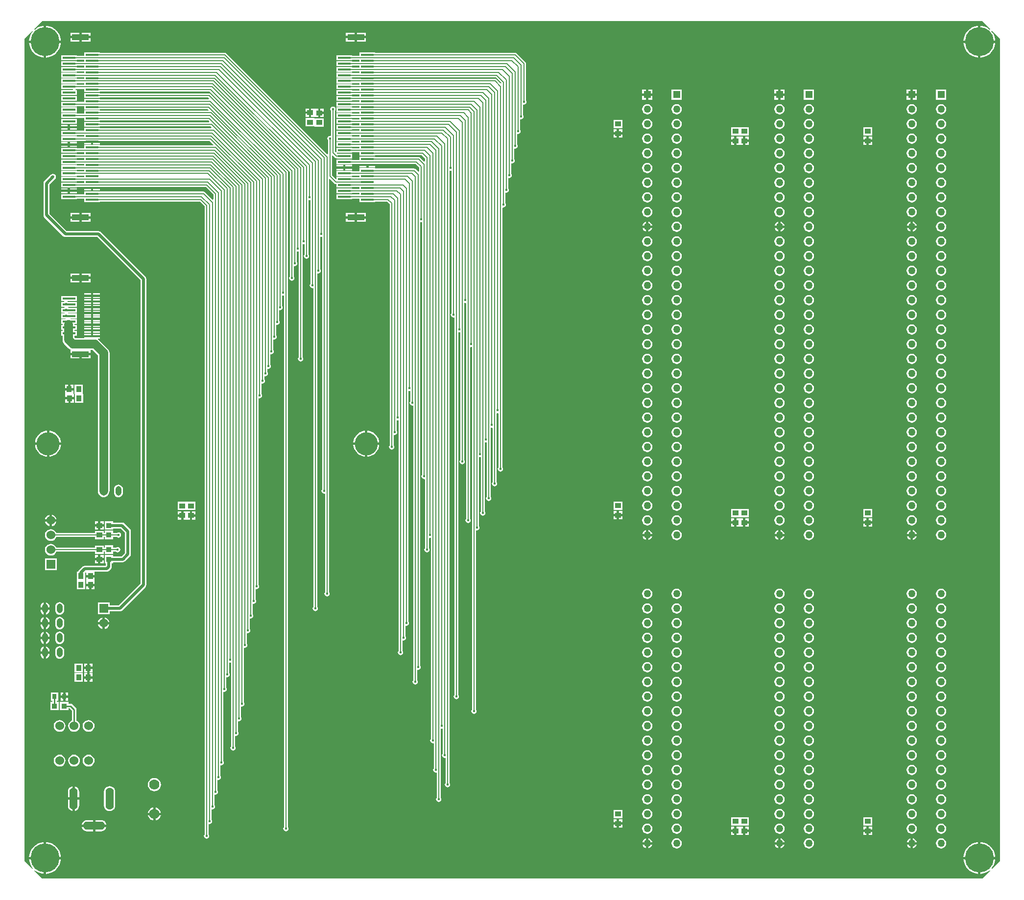
<source format=gtl>
%FSLAX44Y44*%
%MOMM*%
G71*
G01*
G75*
G04 Layer_Physical_Order=1*
G04 Layer_Color=255*
%ADD10R,0.8890X0.9652*%
%ADD11R,0.8000X0.9000*%
%ADD12R,1.0160X0.9400*%
%ADD13R,1.0160X0.9398*%
%ADD14R,0.9400X1.0160*%
%ADD15R,0.9398X1.0160*%
%ADD16R,0.9652X0.8890*%
%ADD17R,2.2000X0.3600*%
%ADD18R,3.0000X1.0000*%
%ADD19C,0.2000*%
%ADD20C,0.2032*%
%ADD21C,0.2540*%
%ADD22C,1.5240*%
%ADD23C,0.5080*%
%ADD24O,1.0160X1.6510*%
%ADD25O,1.4000X3.8000*%
%ADD26O,3.8000X1.4000*%
%ADD27C,1.5240*%
%ADD28R,1.5240X1.5240*%
%ADD29C,1.7780*%
%ADD30C,1.2700*%
%ADD31R,1.2700X1.2700*%
%ADD32C,4.0000*%
%ADD33C,5.0000*%
%ADD34C,0.4000*%
%ADD35C,0.3810*%
G36*
X592911Y113209D02*
X592049Y112277D01*
X590278Y113789D01*
X586582Y116054D01*
X582577Y117713D01*
X578362Y118725D01*
X576040Y118908D01*
Y93440D01*
X601508D01*
X601325Y95761D01*
X600313Y99977D01*
X598654Y103982D01*
X596389Y107678D01*
X594877Y109449D01*
X595809Y110311D01*
X609600Y96520D01*
Y-1325880D01*
X595809Y-1339671D01*
X594877Y-1338809D01*
X596389Y-1337038D01*
X598654Y-1333342D01*
X600313Y-1329337D01*
X601325Y-1325121D01*
X601508Y-1322800D01*
X576040D01*
Y-1348268D01*
X578362Y-1348085D01*
X582577Y-1347073D01*
X586582Y-1345414D01*
X590278Y-1343149D01*
X592049Y-1341637D01*
X592911Y-1342569D01*
X579120Y-1356360D01*
X-1046480D01*
X-1060271Y-1342569D01*
X-1059409Y-1341637D01*
X-1057638Y-1343149D01*
X-1053942Y-1345414D01*
X-1049937Y-1347073D01*
X-1045722Y-1348085D01*
X-1043400Y-1348268D01*
Y-1322800D01*
X-1068868D01*
X-1068685Y-1325121D01*
X-1067673Y-1329337D01*
X-1066014Y-1333342D01*
X-1063749Y-1337038D01*
X-1062237Y-1338809D01*
X-1063169Y-1339671D01*
X-1076960Y-1325880D01*
Y96520D01*
X-1063169Y110311D01*
X-1062237Y109449D01*
X-1063749Y107678D01*
X-1066014Y103982D01*
X-1067673Y99977D01*
X-1068685Y95761D01*
X-1068868Y93440D01*
X-1043400D01*
Y118908D01*
X-1045722Y118725D01*
X-1049937Y117713D01*
X-1053942Y116054D01*
X-1057638Y113789D01*
X-1059409Y112277D01*
X-1060271Y113209D01*
X-1046480Y127000D01*
X579120D01*
X592911Y113209D01*
D02*
G37*
%LPC*%
G36*
X-1039400Y-878406D02*
Y-887000D01*
X-1033714D01*
Y-885825D01*
X-1033976Y-883836D01*
X-1034744Y-881982D01*
X-1035965Y-880390D01*
X-1037557Y-879169D01*
X-1039400Y-878406D01*
D02*
G37*
G36*
X0Y-854633D02*
X-2321Y-854939D01*
X-4483Y-855835D01*
X-6340Y-857260D01*
X-7765Y-859117D01*
X-8661Y-861279D01*
X-8967Y-863600D01*
X-8661Y-865921D01*
X-7765Y-868083D01*
X-6340Y-869940D01*
X-4483Y-871365D01*
X-2321Y-872261D01*
X0Y-872567D01*
X2321Y-872261D01*
X4483Y-871365D01*
X6340Y-869940D01*
X7765Y-868083D01*
X8661Y-865921D01*
X8967Y-863600D01*
X8661Y-861279D01*
X7765Y-859117D01*
X6340Y-857260D01*
X4483Y-855835D01*
X2321Y-854939D01*
X0Y-854633D01*
D02*
G37*
G36*
X508000Y-880033D02*
X505679Y-880339D01*
X503517Y-881235D01*
X501660Y-882660D01*
X500235Y-884517D01*
X499339Y-886679D01*
X499033Y-889000D01*
X499339Y-891321D01*
X500235Y-893483D01*
X501660Y-895340D01*
X503517Y-896765D01*
X505679Y-897661D01*
X508000Y-897967D01*
X510321Y-897661D01*
X512483Y-896765D01*
X514340Y-895340D01*
X515765Y-893483D01*
X516661Y-891321D01*
X516967Y-889000D01*
X516661Y-886679D01*
X515765Y-884517D01*
X514340Y-882660D01*
X512483Y-881235D01*
X510321Y-880339D01*
X508000Y-880033D01*
D02*
G37*
G36*
X-1043400Y-878406D02*
X-1045243Y-879169D01*
X-1046835Y-880390D01*
X-1048056Y-881982D01*
X-1048824Y-883836D01*
X-1049086Y-885825D01*
Y-887000D01*
X-1043400D01*
Y-878406D01*
D02*
G37*
G36*
X50800Y-854633D02*
X48479Y-854939D01*
X46317Y-855835D01*
X44460Y-857260D01*
X43035Y-859117D01*
X42139Y-861279D01*
X41833Y-863600D01*
X42139Y-865921D01*
X43035Y-868083D01*
X44460Y-869940D01*
X46317Y-871365D01*
X48479Y-872261D01*
X50800Y-872567D01*
X53121Y-872261D01*
X55283Y-871365D01*
X57140Y-869940D01*
X58565Y-868083D01*
X59461Y-865921D01*
X59767Y-863600D01*
X59461Y-861279D01*
X58565Y-859117D01*
X57140Y-857260D01*
X55283Y-855835D01*
X53121Y-854939D01*
X50800Y-854633D01*
D02*
G37*
G36*
X457200D02*
X454879Y-854939D01*
X452717Y-855835D01*
X450860Y-857260D01*
X449435Y-859117D01*
X448539Y-861279D01*
X448233Y-863600D01*
X448539Y-865921D01*
X449435Y-868083D01*
X450860Y-869940D01*
X452717Y-871365D01*
X454879Y-872261D01*
X457200Y-872567D01*
X459521Y-872261D01*
X461683Y-871365D01*
X463540Y-869940D01*
X464965Y-868083D01*
X465861Y-865921D01*
X466167Y-863600D01*
X465861Y-861279D01*
X464965Y-859117D01*
X463540Y-857260D01*
X461683Y-855835D01*
X459521Y-854939D01*
X457200Y-854633D01*
D02*
G37*
G36*
X508000D02*
X505679Y-854939D01*
X503517Y-855835D01*
X501660Y-857260D01*
X500235Y-859117D01*
X499339Y-861279D01*
X499033Y-863600D01*
X499339Y-865921D01*
X500235Y-868083D01*
X501660Y-869940D01*
X503517Y-871365D01*
X505679Y-872261D01*
X508000Y-872567D01*
X510321Y-872261D01*
X512483Y-871365D01*
X514340Y-869940D01*
X515765Y-868083D01*
X516661Y-865921D01*
X516967Y-863600D01*
X516661Y-861279D01*
X515765Y-859117D01*
X514340Y-857260D01*
X512483Y-855835D01*
X510321Y-854939D01*
X508000Y-854633D01*
D02*
G37*
G36*
X228600D02*
X226279Y-854939D01*
X224117Y-855835D01*
X222260Y-857260D01*
X220835Y-859117D01*
X219939Y-861279D01*
X219633Y-863600D01*
X219939Y-865921D01*
X220835Y-868083D01*
X222260Y-869940D01*
X224117Y-871365D01*
X226279Y-872261D01*
X228600Y-872567D01*
X230921Y-872261D01*
X233083Y-871365D01*
X234940Y-869940D01*
X236365Y-868083D01*
X237261Y-865921D01*
X237567Y-863600D01*
X237261Y-861279D01*
X236365Y-859117D01*
X234940Y-857260D01*
X233083Y-855835D01*
X230921Y-854939D01*
X228600Y-854633D01*
D02*
G37*
G36*
X279400D02*
X277079Y-854939D01*
X274917Y-855835D01*
X273060Y-857260D01*
X271635Y-859117D01*
X270739Y-861279D01*
X270433Y-863600D01*
X270739Y-865921D01*
X271635Y-868083D01*
X273060Y-869940D01*
X274917Y-871365D01*
X277079Y-872261D01*
X279400Y-872567D01*
X281721Y-872261D01*
X283883Y-871365D01*
X285740Y-869940D01*
X287165Y-868083D01*
X288061Y-865921D01*
X288367Y-863600D01*
X288061Y-861279D01*
X287165Y-859117D01*
X285740Y-857260D01*
X283883Y-855835D01*
X281721Y-854939D01*
X279400Y-854633D01*
D02*
G37*
G36*
X-1043400Y-891000D02*
X-1049086D01*
Y-892175D01*
X-1048824Y-894164D01*
X-1048056Y-896018D01*
X-1046835Y-897610D01*
X-1045243Y-898831D01*
X-1043400Y-899594D01*
Y-891000D01*
D02*
G37*
G36*
X-1033714D02*
X-1039400D01*
Y-899594D01*
X-1037557Y-898831D01*
X-1035965Y-897610D01*
X-1034744Y-896018D01*
X-1033976Y-894164D01*
X-1033714Y-892175D01*
Y-891000D01*
D02*
G37*
G36*
X-937800Y-904416D02*
Y-912400D01*
X-929816D01*
X-929902Y-911748D01*
X-930925Y-909276D01*
X-932554Y-907154D01*
X-934676Y-905525D01*
X-937148Y-904501D01*
X-937800Y-904416D01*
D02*
G37*
G36*
X-1016000Y-878139D02*
X-1017989Y-878401D01*
X-1019843Y-879169D01*
X-1021435Y-880390D01*
X-1022656Y-881982D01*
X-1023424Y-883836D01*
X-1023686Y-885825D01*
Y-892175D01*
X-1023424Y-894164D01*
X-1022656Y-896018D01*
X-1021435Y-897610D01*
X-1019843Y-898831D01*
X-1017989Y-899599D01*
X-1016000Y-899861D01*
X-1014011Y-899599D01*
X-1012157Y-898831D01*
X-1010565Y-897610D01*
X-1009344Y-896018D01*
X-1008576Y-894164D01*
X-1008314Y-892175D01*
Y-885825D01*
X-1008576Y-883836D01*
X-1009344Y-881982D01*
X-1010565Y-880390D01*
X-1012157Y-879169D01*
X-1014011Y-878401D01*
X-1016000Y-878139D01*
D02*
G37*
G36*
X0Y-880033D02*
X-2321Y-880339D01*
X-4483Y-881235D01*
X-6340Y-882660D01*
X-7765Y-884517D01*
X-8661Y-886679D01*
X-8967Y-889000D01*
X-8661Y-891321D01*
X-7765Y-893483D01*
X-6340Y-895340D01*
X-4483Y-896765D01*
X-2321Y-897661D01*
X0Y-897967D01*
X2321Y-897661D01*
X4483Y-896765D01*
X6340Y-895340D01*
X7765Y-893483D01*
X8661Y-891321D01*
X8967Y-889000D01*
X8661Y-886679D01*
X7765Y-884517D01*
X6340Y-882660D01*
X4483Y-881235D01*
X2321Y-880339D01*
X0Y-880033D01*
D02*
G37*
G36*
X279400D02*
X277079Y-880339D01*
X274917Y-881235D01*
X273060Y-882660D01*
X271635Y-884517D01*
X270739Y-886679D01*
X270433Y-889000D01*
X270739Y-891321D01*
X271635Y-893483D01*
X273060Y-895340D01*
X274917Y-896765D01*
X277079Y-897661D01*
X279400Y-897967D01*
X281721Y-897661D01*
X283883Y-896765D01*
X285740Y-895340D01*
X287165Y-893483D01*
X288061Y-891321D01*
X288367Y-889000D01*
X288061Y-886679D01*
X287165Y-884517D01*
X285740Y-882660D01*
X283883Y-881235D01*
X281721Y-880339D01*
X279400Y-880033D01*
D02*
G37*
G36*
X457200D02*
X454879Y-880339D01*
X452717Y-881235D01*
X450860Y-882660D01*
X449435Y-884517D01*
X448539Y-886679D01*
X448233Y-889000D01*
X448539Y-891321D01*
X449435Y-893483D01*
X450860Y-895340D01*
X452717Y-896765D01*
X454879Y-897661D01*
X457200Y-897967D01*
X459521Y-897661D01*
X461683Y-896765D01*
X463540Y-895340D01*
X464965Y-893483D01*
X465861Y-891321D01*
X466167Y-889000D01*
X465861Y-886679D01*
X464965Y-884517D01*
X463540Y-882660D01*
X461683Y-881235D01*
X459521Y-880339D01*
X457200Y-880033D01*
D02*
G37*
G36*
X50800D02*
X48479Y-880339D01*
X46317Y-881235D01*
X44460Y-882660D01*
X43035Y-884517D01*
X42139Y-886679D01*
X41833Y-889000D01*
X42139Y-891321D01*
X43035Y-893483D01*
X44460Y-895340D01*
X46317Y-896765D01*
X48479Y-897661D01*
X50800Y-897967D01*
X53121Y-897661D01*
X55283Y-896765D01*
X57140Y-895340D01*
X58565Y-893483D01*
X59461Y-891321D01*
X59767Y-889000D01*
X59461Y-886679D01*
X58565Y-884517D01*
X57140Y-882660D01*
X55283Y-881235D01*
X53121Y-880339D01*
X50800Y-880033D01*
D02*
G37*
G36*
X228600D02*
X226279Y-880339D01*
X224117Y-881235D01*
X222260Y-882660D01*
X220835Y-884517D01*
X219939Y-886679D01*
X219633Y-889000D01*
X219939Y-891321D01*
X220835Y-893483D01*
X222260Y-895340D01*
X224117Y-896765D01*
X226279Y-897661D01*
X228600Y-897967D01*
X230921Y-897661D01*
X233083Y-896765D01*
X234940Y-895340D01*
X236365Y-893483D01*
X237261Y-891321D01*
X237567Y-889000D01*
X237261Y-886679D01*
X236365Y-884517D01*
X234940Y-882660D01*
X233083Y-881235D01*
X230921Y-880339D01*
X228600Y-880033D01*
D02*
G37*
G36*
X279400Y-753033D02*
X277079Y-753339D01*
X274917Y-754235D01*
X273060Y-755660D01*
X271635Y-757517D01*
X270739Y-759679D01*
X270433Y-762000D01*
X270739Y-764321D01*
X271635Y-766483D01*
X273060Y-768340D01*
X274917Y-769765D01*
X277079Y-770661D01*
X279400Y-770967D01*
X281721Y-770661D01*
X283883Y-769765D01*
X285740Y-768340D01*
X287165Y-766483D01*
X288061Y-764321D01*
X288367Y-762000D01*
X288061Y-759679D01*
X287165Y-757517D01*
X285740Y-755660D01*
X283883Y-754235D01*
X281721Y-753339D01*
X279400Y-753033D01*
D02*
G37*
G36*
X508000D02*
X505679Y-753339D01*
X503517Y-754235D01*
X501660Y-755660D01*
X500235Y-757517D01*
X499339Y-759679D01*
X499033Y-762000D01*
X499339Y-764321D01*
X500235Y-766483D01*
X501660Y-768340D01*
X503517Y-769765D01*
X505679Y-770661D01*
X508000Y-770967D01*
X510321Y-770661D01*
X512483Y-769765D01*
X514340Y-768340D01*
X515765Y-766483D01*
X516661Y-764321D01*
X516967Y-762000D01*
X516661Y-759679D01*
X515765Y-757517D01*
X514340Y-755660D01*
X512483Y-754235D01*
X510321Y-753339D01*
X508000Y-753033D01*
D02*
G37*
G36*
X-1031240Y-777152D02*
X-1033892Y-777502D01*
X-1036364Y-778525D01*
X-1038486Y-780154D01*
X-1040115Y-782276D01*
X-1041139Y-784748D01*
X-1041488Y-787400D01*
X-1041139Y-790052D01*
X-1040115Y-792524D01*
X-1038486Y-794646D01*
X-1036364Y-796275D01*
X-1033892Y-797299D01*
X-1031240Y-797648D01*
X-1028588Y-797299D01*
X-1026116Y-796275D01*
X-1023994Y-794646D01*
X-1022365Y-792524D01*
X-1021738Y-791009D01*
X-955040D01*
Y-794640D01*
X-939800D01*
Y-791009D01*
X-937895D01*
Y-794766D01*
X-923925D01*
Y-791009D01*
X-918440D01*
X-917441Y-791677D01*
X-915670Y-792029D01*
X-913899Y-791677D01*
X-912397Y-790673D01*
X-911393Y-789171D01*
X-911041Y-787400D01*
X-911393Y-785629D01*
X-912397Y-784127D01*
X-913899Y-783123D01*
X-915670Y-782771D01*
X-917441Y-783123D01*
X-918440Y-783791D01*
X-923925D01*
Y-780034D01*
X-937895D01*
Y-783791D01*
X-939800D01*
Y-780160D01*
X-955040D01*
Y-783791D01*
X-1021738D01*
X-1022365Y-782276D01*
X-1023994Y-780154D01*
X-1026116Y-778525D01*
X-1028588Y-777502D01*
X-1031240Y-777152D01*
D02*
G37*
G36*
X50800Y-753033D02*
X48479Y-753339D01*
X46317Y-754235D01*
X44460Y-755660D01*
X43035Y-757517D01*
X42139Y-759679D01*
X41833Y-762000D01*
X42139Y-764321D01*
X43035Y-766483D01*
X44460Y-768340D01*
X46317Y-769765D01*
X48479Y-770661D01*
X50800Y-770967D01*
X53121Y-770661D01*
X55283Y-769765D01*
X57140Y-768340D01*
X58565Y-766483D01*
X59461Y-764321D01*
X59767Y-762000D01*
X59461Y-759679D01*
X58565Y-757517D01*
X57140Y-755660D01*
X55283Y-754235D01*
X53121Y-753339D01*
X50800Y-753033D01*
D02*
G37*
G36*
X-2000Y-764000D02*
X-8703D01*
X-8661Y-764321D01*
X-7765Y-766483D01*
X-6340Y-768340D01*
X-4483Y-769765D01*
X-2321Y-770661D01*
X-2000Y-770703D01*
Y-764000D01*
D02*
G37*
G36*
X237303D02*
X230600D01*
Y-770703D01*
X230921Y-770661D01*
X233083Y-769765D01*
X234940Y-768340D01*
X236365Y-766483D01*
X237261Y-764321D01*
X237303Y-764000D01*
D02*
G37*
G36*
X455200D02*
X448497D01*
X448539Y-764321D01*
X449435Y-766483D01*
X450860Y-768340D01*
X452717Y-769765D01*
X454879Y-770661D01*
X455200Y-770703D01*
Y-764000D01*
D02*
G37*
G36*
X8703D02*
X2000D01*
Y-770703D01*
X2321Y-770661D01*
X4483Y-769765D01*
X6340Y-768340D01*
X7765Y-766483D01*
X8661Y-764321D01*
X8703Y-764000D01*
D02*
G37*
G36*
X226600D02*
X219897D01*
X219939Y-764321D01*
X220835Y-766483D01*
X222260Y-768340D01*
X224117Y-769765D01*
X226279Y-770661D01*
X226600Y-770703D01*
Y-764000D01*
D02*
G37*
G36*
X-955426Y-835120D02*
X-969904D01*
Y-840740D01*
Y-846360D01*
X-955426D01*
Y-840740D01*
Y-835120D01*
D02*
G37*
G36*
X-1021080Y-802640D02*
X-1041400D01*
Y-822960D01*
X-1021080D01*
Y-802640D01*
D02*
G37*
G36*
X-964665Y-850360D02*
X-969904D01*
Y-855980D01*
X-964665D01*
Y-850360D01*
D02*
G37*
G36*
X-955426D02*
X-960665D01*
Y-855980D01*
X-955426D01*
Y-850360D01*
D02*
G37*
G36*
X-949420Y-805905D02*
X-955040D01*
Y-811144D01*
X-949420D01*
Y-805905D01*
D02*
G37*
G36*
X-939800Y-796666D02*
X-945420D01*
Y-801905D01*
X-939800D01*
Y-796666D01*
D02*
G37*
G36*
X-923925Y-738124D02*
X-937895D01*
Y-752856D01*
X-923925D01*
Y-750669D01*
X-910195D01*
X-903070Y-757795D01*
Y-792875D01*
X-908925Y-798730D01*
X-923925D01*
Y-796544D01*
X-937895D01*
Y-811276D01*
X-936089D01*
Y-814465D01*
X-936865Y-815240D01*
X-972820D01*
X-974802Y-815635D01*
X-976482Y-816758D01*
X-982832Y-823108D01*
X-983955Y-824788D01*
X-984097Y-825500D01*
X-986410D01*
Y-840740D01*
Y-855980D01*
X-971930D01*
Y-840740D01*
Y-826855D01*
X-971077Y-826002D01*
X-969904Y-826488D01*
Y-831120D01*
X-955426D01*
Y-825600D01*
X-934720D01*
X-932738Y-825205D01*
X-931058Y-824082D01*
Y-824082D01*
X-931058D01*
D01*
D01*
D01*
D01*
D01*
D01*
X-931058D01*
D01*
X-931058D01*
Y-824082D01*
D01*
D01*
D01*
D01*
Y-824082D01*
D01*
D01*
D01*
D01*
D01*
D01*
Y-824082D01*
D01*
D01*
X-931058D01*
D01*
D01*
D01*
X-927247Y-820273D01*
X-926125Y-818592D01*
X-925731Y-816610D01*
D01*
D01*
D01*
D01*
D01*
X-925731D01*
D01*
D01*
D01*
D01*
Y-816610D01*
X-925730D01*
D01*
Y-816610D01*
D01*
D01*
D01*
D01*
D01*
D01*
D01*
D01*
D01*
D01*
D01*
D01*
Y-816610D01*
D01*
X-925731D01*
D01*
D01*
D01*
D01*
X-925731Y-816610D01*
Y-811276D01*
X-923925D01*
Y-809090D01*
X-906780D01*
X-904798Y-808695D01*
X-903118Y-807572D01*
Y-807572D01*
X-903118D01*
D01*
D01*
D01*
D01*
D01*
D01*
X-903118D01*
D01*
X-903118D01*
Y-807572D01*
D01*
D01*
D01*
D01*
Y-807572D01*
D01*
D01*
D01*
D01*
D01*
D01*
Y-807572D01*
D01*
D01*
X-903118D01*
D01*
D01*
D01*
X-894228Y-798682D01*
X-893105Y-797002D01*
X-892710Y-795020D01*
D01*
D01*
D01*
D01*
D01*
X-892710D01*
D01*
D01*
D01*
D01*
Y-795020D01*
X-892710D01*
D01*
Y-795020D01*
D01*
D01*
D01*
D01*
D01*
D01*
D01*
D01*
D01*
D01*
D01*
D01*
Y-795020D01*
D01*
X-892710D01*
D01*
D01*
D01*
D01*
X-892710Y-795020D01*
Y-755650D01*
X-893105Y-753668D01*
X-894228Y-751988D01*
X-904388Y-741827D01*
X-906068Y-740705D01*
X-908050Y-740311D01*
X-923925D01*
Y-738124D01*
D02*
G37*
G36*
X-939800Y-805905D02*
X-945420D01*
Y-811144D01*
X-939800D01*
Y-805905D01*
D02*
G37*
G36*
X-949420Y-796666D02*
X-955040D01*
Y-801905D01*
X-949420D01*
Y-796666D01*
D02*
G37*
G36*
X-1016000Y-928939D02*
X-1017989Y-929201D01*
X-1019843Y-929969D01*
X-1021435Y-931190D01*
X-1022656Y-932782D01*
X-1023424Y-934636D01*
X-1023686Y-936625D01*
Y-942975D01*
X-1023424Y-944964D01*
X-1022656Y-946818D01*
X-1021435Y-948410D01*
X-1019843Y-949631D01*
X-1017989Y-950399D01*
X-1016000Y-950661D01*
X-1014011Y-950399D01*
X-1012157Y-949631D01*
X-1010565Y-948410D01*
X-1009344Y-946818D01*
X-1008576Y-944964D01*
X-1008314Y-942975D01*
Y-936625D01*
X-1008576Y-934636D01*
X-1009344Y-932782D01*
X-1010565Y-931190D01*
X-1012157Y-929969D01*
X-1014011Y-929201D01*
X-1016000Y-928939D01*
D02*
G37*
G36*
X-1043400Y-941800D02*
X-1049086D01*
Y-942975D01*
X-1048824Y-944964D01*
X-1048056Y-946818D01*
X-1046835Y-948410D01*
X-1045243Y-949631D01*
X-1043400Y-950394D01*
Y-941800D01*
D02*
G37*
G36*
Y-954606D02*
X-1045243Y-955369D01*
X-1046835Y-956590D01*
X-1048056Y-958182D01*
X-1048824Y-960036D01*
X-1049086Y-962025D01*
Y-963200D01*
X-1043400D01*
Y-954606D01*
D02*
G37*
G36*
X-1039400D02*
Y-963200D01*
X-1033714D01*
Y-962025D01*
X-1033976Y-960036D01*
X-1034744Y-958182D01*
X-1035965Y-956590D01*
X-1037557Y-955369D01*
X-1039400Y-954606D01*
D02*
G37*
G36*
X-1033714Y-941800D02*
X-1039400D01*
Y-950394D01*
X-1037557Y-949631D01*
X-1035965Y-948410D01*
X-1034744Y-946818D01*
X-1033976Y-944964D01*
X-1033714Y-942975D01*
Y-941800D01*
D02*
G37*
G36*
X228600Y-930833D02*
X226279Y-931139D01*
X224117Y-932035D01*
X222260Y-933460D01*
X220835Y-935317D01*
X219939Y-937479D01*
X219633Y-939800D01*
X219939Y-942121D01*
X220835Y-944283D01*
X222260Y-946140D01*
X224117Y-947565D01*
X226279Y-948461D01*
X228600Y-948767D01*
X230921Y-948461D01*
X233083Y-947565D01*
X234940Y-946140D01*
X236365Y-944283D01*
X237261Y-942121D01*
X237567Y-939800D01*
X237261Y-937479D01*
X236365Y-935317D01*
X234940Y-933460D01*
X233083Y-932035D01*
X230921Y-931139D01*
X228600Y-930833D01*
D02*
G37*
G36*
X279400D02*
X277079Y-931139D01*
X274917Y-932035D01*
X273060Y-933460D01*
X271635Y-935317D01*
X270739Y-937479D01*
X270433Y-939800D01*
X270739Y-942121D01*
X271635Y-944283D01*
X273060Y-946140D01*
X274917Y-947565D01*
X277079Y-948461D01*
X279400Y-948767D01*
X281721Y-948461D01*
X283883Y-947565D01*
X285740Y-946140D01*
X287165Y-944283D01*
X288061Y-942121D01*
X288367Y-939800D01*
X288061Y-937479D01*
X287165Y-935317D01*
X285740Y-933460D01*
X283883Y-932035D01*
X281721Y-931139D01*
X279400Y-930833D01*
D02*
G37*
G36*
X0D02*
X-2321Y-931139D01*
X-4483Y-932035D01*
X-6340Y-933460D01*
X-7765Y-935317D01*
X-8661Y-937479D01*
X-8967Y-939800D01*
X-8661Y-942121D01*
X-7765Y-944283D01*
X-6340Y-946140D01*
X-4483Y-947565D01*
X-2321Y-948461D01*
X0Y-948767D01*
X2321Y-948461D01*
X4483Y-947565D01*
X6340Y-946140D01*
X7765Y-944283D01*
X8661Y-942121D01*
X8967Y-939800D01*
X8661Y-937479D01*
X7765Y-935317D01*
X6340Y-933460D01*
X4483Y-932035D01*
X2321Y-931139D01*
X0Y-930833D01*
D02*
G37*
G36*
X50800D02*
X48479Y-931139D01*
X46317Y-932035D01*
X44460Y-933460D01*
X43035Y-935317D01*
X42139Y-937479D01*
X41833Y-939800D01*
X42139Y-942121D01*
X43035Y-944283D01*
X44460Y-946140D01*
X46317Y-947565D01*
X48479Y-948461D01*
X50800Y-948767D01*
X53121Y-948461D01*
X55283Y-947565D01*
X57140Y-946140D01*
X58565Y-944283D01*
X59461Y-942121D01*
X59767Y-939800D01*
X59461Y-937479D01*
X58565Y-935317D01*
X57140Y-933460D01*
X55283Y-932035D01*
X53121Y-931139D01*
X50800Y-930833D01*
D02*
G37*
G36*
X-1033714Y-967200D02*
X-1039400D01*
Y-975794D01*
X-1037557Y-975031D01*
X-1035965Y-973810D01*
X-1034744Y-972218D01*
X-1033976Y-970364D01*
X-1033714Y-968375D01*
Y-967200D01*
D02*
G37*
G36*
X0Y-956233D02*
X-2321Y-956539D01*
X-4483Y-957435D01*
X-6340Y-958860D01*
X-7765Y-960717D01*
X-8661Y-962879D01*
X-8967Y-965200D01*
X-8661Y-967521D01*
X-7765Y-969683D01*
X-6340Y-971540D01*
X-4483Y-972965D01*
X-2321Y-973861D01*
X0Y-974167D01*
X2321Y-973861D01*
X4483Y-972965D01*
X6340Y-971540D01*
X7765Y-969683D01*
X8661Y-967521D01*
X8967Y-965200D01*
X8661Y-962879D01*
X7765Y-960717D01*
X6340Y-958860D01*
X4483Y-957435D01*
X2321Y-956539D01*
X0Y-956233D01*
D02*
G37*
G36*
X-1016000Y-954339D02*
X-1017989Y-954601D01*
X-1019843Y-955369D01*
X-1021435Y-956590D01*
X-1022656Y-958182D01*
X-1023424Y-960036D01*
X-1023686Y-962025D01*
Y-968375D01*
X-1023424Y-970364D01*
X-1022656Y-972218D01*
X-1021435Y-973810D01*
X-1019843Y-975031D01*
X-1017989Y-975799D01*
X-1016000Y-976061D01*
X-1014011Y-975799D01*
X-1012157Y-975031D01*
X-1010565Y-973810D01*
X-1009344Y-972218D01*
X-1008576Y-970364D01*
X-1008314Y-968375D01*
Y-962025D01*
X-1008576Y-960036D01*
X-1009344Y-958182D01*
X-1010565Y-956590D01*
X-1012157Y-955369D01*
X-1014011Y-954601D01*
X-1016000Y-954339D01*
D02*
G37*
G36*
X-1043400Y-967200D02*
X-1049086D01*
Y-968375D01*
X-1048824Y-970364D01*
X-1048056Y-972218D01*
X-1046835Y-973810D01*
X-1045243Y-975031D01*
X-1043400Y-975794D01*
Y-967200D01*
D02*
G37*
G36*
X50800Y-956233D02*
X48479Y-956539D01*
X46317Y-957435D01*
X44460Y-958860D01*
X43035Y-960717D01*
X42139Y-962879D01*
X41833Y-965200D01*
X42139Y-967521D01*
X43035Y-969683D01*
X44460Y-971540D01*
X46317Y-972965D01*
X48479Y-973861D01*
X50800Y-974167D01*
X53121Y-973861D01*
X55283Y-972965D01*
X57140Y-971540D01*
X58565Y-969683D01*
X59461Y-967521D01*
X59767Y-965200D01*
X59461Y-962879D01*
X58565Y-960717D01*
X57140Y-958860D01*
X55283Y-957435D01*
X53121Y-956539D01*
X50800Y-956233D01*
D02*
G37*
G36*
X457200D02*
X454879Y-956539D01*
X452717Y-957435D01*
X450860Y-958860D01*
X449435Y-960717D01*
X448539Y-962879D01*
X448233Y-965200D01*
X448539Y-967521D01*
X449435Y-969683D01*
X450860Y-971540D01*
X452717Y-972965D01*
X454879Y-973861D01*
X457200Y-974167D01*
X459521Y-973861D01*
X461683Y-972965D01*
X463540Y-971540D01*
X464965Y-969683D01*
X465861Y-967521D01*
X466167Y-965200D01*
X465861Y-962879D01*
X464965Y-960717D01*
X463540Y-958860D01*
X461683Y-957435D01*
X459521Y-956539D01*
X457200Y-956233D01*
D02*
G37*
G36*
X508000D02*
X505679Y-956539D01*
X503517Y-957435D01*
X501660Y-958860D01*
X500235Y-960717D01*
X499339Y-962879D01*
X499033Y-965200D01*
X499339Y-967521D01*
X500235Y-969683D01*
X501660Y-971540D01*
X503517Y-972965D01*
X505679Y-973861D01*
X508000Y-974167D01*
X510321Y-973861D01*
X512483Y-972965D01*
X514340Y-971540D01*
X515765Y-969683D01*
X516661Y-967521D01*
X516967Y-965200D01*
X516661Y-962879D01*
X515765Y-960717D01*
X514340Y-958860D01*
X512483Y-957435D01*
X510321Y-956539D01*
X508000Y-956233D01*
D02*
G37*
G36*
X228600D02*
X226279Y-956539D01*
X224117Y-957435D01*
X222260Y-958860D01*
X220835Y-960717D01*
X219939Y-962879D01*
X219633Y-965200D01*
X219939Y-967521D01*
X220835Y-969683D01*
X222260Y-971540D01*
X224117Y-972965D01*
X226279Y-973861D01*
X228600Y-974167D01*
X230921Y-973861D01*
X233083Y-972965D01*
X234940Y-971540D01*
X236365Y-969683D01*
X237261Y-967521D01*
X237567Y-965200D01*
X237261Y-962879D01*
X236365Y-960717D01*
X234940Y-958860D01*
X233083Y-957435D01*
X230921Y-956539D01*
X228600Y-956233D01*
D02*
G37*
G36*
X279400D02*
X277079Y-956539D01*
X274917Y-957435D01*
X273060Y-958860D01*
X271635Y-960717D01*
X270739Y-962879D01*
X270433Y-965200D01*
X270739Y-967521D01*
X271635Y-969683D01*
X273060Y-971540D01*
X274917Y-972965D01*
X277079Y-973861D01*
X279400Y-974167D01*
X281721Y-973861D01*
X283883Y-972965D01*
X285740Y-971540D01*
X287165Y-969683D01*
X288061Y-967521D01*
X288367Y-965200D01*
X288061Y-962879D01*
X287165Y-960717D01*
X285740Y-958860D01*
X283883Y-957435D01*
X281721Y-956539D01*
X279400Y-956233D01*
D02*
G37*
G36*
X228600Y-905433D02*
X226279Y-905739D01*
X224117Y-906635D01*
X222260Y-908060D01*
X220835Y-909917D01*
X219939Y-912079D01*
X219633Y-914400D01*
X219939Y-916721D01*
X220835Y-918883D01*
X222260Y-920740D01*
X224117Y-922165D01*
X226279Y-923061D01*
X228600Y-923367D01*
X230921Y-923061D01*
X233083Y-922165D01*
X234940Y-920740D01*
X236365Y-918883D01*
X237261Y-916721D01*
X237567Y-914400D01*
X237261Y-912079D01*
X236365Y-909917D01*
X234940Y-908060D01*
X233083Y-906635D01*
X230921Y-905739D01*
X228600Y-905433D01*
D02*
G37*
G36*
X279400D02*
X277079Y-905739D01*
X274917Y-906635D01*
X273060Y-908060D01*
X271635Y-909917D01*
X270739Y-912079D01*
X270433Y-914400D01*
X270739Y-916721D01*
X271635Y-918883D01*
X273060Y-920740D01*
X274917Y-922165D01*
X277079Y-923061D01*
X279400Y-923367D01*
X281721Y-923061D01*
X283883Y-922165D01*
X285740Y-920740D01*
X287165Y-918883D01*
X288061Y-916721D01*
X288367Y-914400D01*
X288061Y-912079D01*
X287165Y-909917D01*
X285740Y-908060D01*
X283883Y-906635D01*
X281721Y-905739D01*
X279400Y-905433D01*
D02*
G37*
G36*
X0D02*
X-2321Y-905739D01*
X-4483Y-906635D01*
X-6340Y-908060D01*
X-7765Y-909917D01*
X-8661Y-912079D01*
X-8967Y-914400D01*
X-8661Y-916721D01*
X-7765Y-918883D01*
X-6340Y-920740D01*
X-4483Y-922165D01*
X-2321Y-923061D01*
X0Y-923367D01*
X2321Y-923061D01*
X4483Y-922165D01*
X6340Y-920740D01*
X7765Y-918883D01*
X8661Y-916721D01*
X8967Y-914400D01*
X8661Y-912079D01*
X7765Y-909917D01*
X6340Y-908060D01*
X4483Y-906635D01*
X2321Y-905739D01*
X0Y-905433D01*
D02*
G37*
G36*
X50800D02*
X48479Y-905739D01*
X46317Y-906635D01*
X44460Y-908060D01*
X43035Y-909917D01*
X42139Y-912079D01*
X41833Y-914400D01*
X42139Y-916721D01*
X43035Y-918883D01*
X44460Y-920740D01*
X46317Y-922165D01*
X48479Y-923061D01*
X50800Y-923367D01*
X53121Y-923061D01*
X55283Y-922165D01*
X57140Y-920740D01*
X58565Y-918883D01*
X59461Y-916721D01*
X59767Y-914400D01*
X59461Y-912079D01*
X58565Y-909917D01*
X57140Y-908060D01*
X55283Y-906635D01*
X53121Y-905739D01*
X50800Y-905433D01*
D02*
G37*
G36*
X457200D02*
X454879Y-905739D01*
X452717Y-906635D01*
X450860Y-908060D01*
X449435Y-909917D01*
X448539Y-912079D01*
X448233Y-914400D01*
X448539Y-916721D01*
X449435Y-918883D01*
X450860Y-920740D01*
X452717Y-922165D01*
X454879Y-923061D01*
X457200Y-923367D01*
X459521Y-923061D01*
X461683Y-922165D01*
X463540Y-920740D01*
X464965Y-918883D01*
X465861Y-916721D01*
X466167Y-914400D01*
X465861Y-912079D01*
X464965Y-909917D01*
X463540Y-908060D01*
X461683Y-906635D01*
X459521Y-905739D01*
X457200Y-905433D01*
D02*
G37*
G36*
X-1039400Y-903806D02*
Y-912400D01*
X-1033714D01*
Y-911225D01*
X-1033976Y-909236D01*
X-1034744Y-907382D01*
X-1035965Y-905790D01*
X-1037557Y-904569D01*
X-1039400Y-903806D01*
D02*
G37*
G36*
X-941800Y-904416D02*
X-942452Y-904501D01*
X-944924Y-905525D01*
X-947046Y-907154D01*
X-948675Y-909276D01*
X-949698Y-911748D01*
X-949784Y-912400D01*
X-941800D01*
Y-904416D01*
D02*
G37*
G36*
X508000Y-905433D02*
X505679Y-905739D01*
X503517Y-906635D01*
X501660Y-908060D01*
X500235Y-909917D01*
X499339Y-912079D01*
X499033Y-914400D01*
X499339Y-916721D01*
X500235Y-918883D01*
X501660Y-920740D01*
X503517Y-922165D01*
X505679Y-923061D01*
X508000Y-923367D01*
X510321Y-923061D01*
X512483Y-922165D01*
X514340Y-920740D01*
X515765Y-918883D01*
X516661Y-916721D01*
X516967Y-914400D01*
X516661Y-912079D01*
X515765Y-909917D01*
X514340Y-908060D01*
X512483Y-906635D01*
X510321Y-905739D01*
X508000Y-905433D01*
D02*
G37*
G36*
X-1043400Y-903806D02*
X-1045243Y-904569D01*
X-1046835Y-905790D01*
X-1048056Y-907382D01*
X-1048824Y-909236D01*
X-1049086Y-911225D01*
Y-912400D01*
X-1043400D01*
Y-903806D01*
D02*
G37*
G36*
Y-929206D02*
X-1045243Y-929969D01*
X-1046835Y-931190D01*
X-1048056Y-932782D01*
X-1048824Y-934636D01*
X-1049086Y-936625D01*
Y-937800D01*
X-1043400D01*
Y-929206D01*
D02*
G37*
G36*
X-1039400D02*
Y-937800D01*
X-1033714D01*
Y-936625D01*
X-1033976Y-934636D01*
X-1034744Y-932782D01*
X-1035965Y-931190D01*
X-1037557Y-929969D01*
X-1039400Y-929206D01*
D02*
G37*
G36*
X457200Y-930833D02*
X454879Y-931139D01*
X452717Y-932035D01*
X450860Y-933460D01*
X449435Y-935317D01*
X448539Y-937479D01*
X448233Y-939800D01*
X448539Y-942121D01*
X449435Y-944283D01*
X450860Y-946140D01*
X452717Y-947565D01*
X454879Y-948461D01*
X457200Y-948767D01*
X459521Y-948461D01*
X461683Y-947565D01*
X463540Y-946140D01*
X464965Y-944283D01*
X465861Y-942121D01*
X466167Y-939800D01*
X465861Y-937479D01*
X464965Y-935317D01*
X463540Y-933460D01*
X461683Y-932035D01*
X459521Y-931139D01*
X457200Y-930833D01*
D02*
G37*
G36*
X508000D02*
X505679Y-931139D01*
X503517Y-932035D01*
X501660Y-933460D01*
X500235Y-935317D01*
X499339Y-937479D01*
X499033Y-939800D01*
X499339Y-942121D01*
X500235Y-944283D01*
X501660Y-946140D01*
X503517Y-947565D01*
X505679Y-948461D01*
X508000Y-948767D01*
X510321Y-948461D01*
X512483Y-947565D01*
X514340Y-946140D01*
X515765Y-944283D01*
X516661Y-942121D01*
X516967Y-939800D01*
X516661Y-937479D01*
X515765Y-935317D01*
X514340Y-933460D01*
X512483Y-932035D01*
X510321Y-931139D01*
X508000Y-930833D01*
D02*
G37*
G36*
X-1016000Y-903539D02*
X-1017989Y-903801D01*
X-1019843Y-904569D01*
X-1021435Y-905790D01*
X-1022656Y-907382D01*
X-1023424Y-909236D01*
X-1023686Y-911225D01*
Y-917575D01*
X-1023424Y-919564D01*
X-1022656Y-921418D01*
X-1021435Y-923010D01*
X-1019843Y-924231D01*
X-1017989Y-924999D01*
X-1016000Y-925261D01*
X-1014011Y-924999D01*
X-1012157Y-924231D01*
X-1010565Y-923010D01*
X-1009344Y-921418D01*
X-1008576Y-919564D01*
X-1008314Y-917575D01*
Y-911225D01*
X-1008576Y-909236D01*
X-1009344Y-907382D01*
X-1010565Y-905790D01*
X-1012157Y-904569D01*
X-1014011Y-903801D01*
X-1016000Y-903539D01*
D02*
G37*
G36*
X-941800Y-916400D02*
X-949784D01*
X-949698Y-917052D01*
X-948675Y-919524D01*
X-947046Y-921646D01*
X-944924Y-923275D01*
X-942452Y-924298D01*
X-941800Y-924384D01*
Y-916400D01*
D02*
G37*
G36*
X-929816D02*
X-937800D01*
Y-924384D01*
X-937148Y-924298D01*
X-934676Y-923275D01*
X-932554Y-921646D01*
X-930925Y-919524D01*
X-929902Y-917052D01*
X-929816Y-916400D01*
D02*
G37*
G36*
X-1043400D02*
X-1049086D01*
Y-917575D01*
X-1048824Y-919564D01*
X-1048056Y-921418D01*
X-1046835Y-923010D01*
X-1045243Y-924231D01*
X-1043400Y-924994D01*
Y-916400D01*
D02*
G37*
G36*
X-1033714D02*
X-1039400D01*
Y-924994D01*
X-1037557Y-924231D01*
X-1035965Y-923010D01*
X-1034744Y-921418D01*
X-1033976Y-919564D01*
X-1033714Y-917575D01*
Y-916400D01*
D02*
G37*
G36*
X508000Y-702233D02*
X505679Y-702539D01*
X503517Y-703435D01*
X501660Y-704860D01*
X500235Y-706717D01*
X499339Y-708879D01*
X499033Y-711200D01*
X499339Y-713521D01*
X500235Y-715683D01*
X501660Y-717540D01*
X503517Y-718965D01*
X505679Y-719861D01*
X508000Y-720167D01*
X510321Y-719861D01*
X512483Y-718965D01*
X514340Y-717540D01*
X515765Y-715683D01*
X516661Y-713521D01*
X516967Y-711200D01*
X516661Y-708879D01*
X515765Y-706717D01*
X514340Y-704860D01*
X512483Y-703435D01*
X510321Y-702539D01*
X508000Y-702233D01*
D02*
G37*
G36*
X-781370Y-704530D02*
X-811610D01*
Y-719010D01*
X-781370D01*
Y-704530D01*
D02*
G37*
G36*
X279400Y-702233D02*
X277079Y-702539D01*
X274917Y-703435D01*
X273060Y-704860D01*
X271635Y-706717D01*
X270739Y-708879D01*
X270433Y-711200D01*
X270739Y-713521D01*
X271635Y-715683D01*
X273060Y-717540D01*
X274917Y-718965D01*
X277079Y-719861D01*
X279400Y-720167D01*
X281721Y-719861D01*
X283883Y-718965D01*
X285740Y-717540D01*
X287165Y-715683D01*
X288061Y-713521D01*
X288367Y-711200D01*
X288061Y-708879D01*
X287165Y-706717D01*
X285740Y-704860D01*
X283883Y-703435D01*
X281721Y-702539D01*
X279400Y-702233D01*
D02*
G37*
G36*
X457200D02*
X454879Y-702539D01*
X452717Y-703435D01*
X450860Y-704860D01*
X449435Y-706717D01*
X448539Y-708879D01*
X448233Y-711200D01*
X448539Y-713521D01*
X449435Y-715683D01*
X450860Y-717540D01*
X452717Y-718965D01*
X454879Y-719861D01*
X457200Y-720167D01*
X459521Y-719861D01*
X461683Y-718965D01*
X463540Y-717540D01*
X464965Y-715683D01*
X465861Y-713521D01*
X466167Y-711200D01*
X465861Y-708879D01*
X464965Y-706717D01*
X463540Y-704860D01*
X461683Y-703435D01*
X459521Y-702539D01*
X457200Y-702233D01*
D02*
G37*
G36*
X-43180Y-703960D02*
X-58420D01*
Y-718440D01*
X-43180D01*
Y-703960D01*
D02*
G37*
G36*
X0Y-676833D02*
X-2321Y-677139D01*
X-4483Y-678035D01*
X-6340Y-679460D01*
X-7765Y-681317D01*
X-8661Y-683479D01*
X-8967Y-685800D01*
X-8661Y-688121D01*
X-7765Y-690283D01*
X-6340Y-692140D01*
X-4483Y-693565D01*
X-2321Y-694461D01*
X0Y-694767D01*
X2321Y-694461D01*
X4483Y-693565D01*
X6340Y-692140D01*
X7765Y-690283D01*
X8661Y-688121D01*
X8967Y-685800D01*
X8661Y-683479D01*
X7765Y-681317D01*
X6340Y-679460D01*
X4483Y-678035D01*
X2321Y-677139D01*
X0Y-676833D01*
D02*
G37*
G36*
X50800D02*
X48479Y-677139D01*
X46317Y-678035D01*
X44460Y-679460D01*
X43035Y-681317D01*
X42139Y-683479D01*
X41833Y-685800D01*
X42139Y-688121D01*
X43035Y-690283D01*
X44460Y-692140D01*
X46317Y-693565D01*
X48479Y-694461D01*
X50800Y-694767D01*
X53121Y-694461D01*
X55283Y-693565D01*
X57140Y-692140D01*
X58565Y-690283D01*
X59461Y-688121D01*
X59767Y-685800D01*
X59461Y-683479D01*
X58565Y-681317D01*
X57140Y-679460D01*
X55283Y-678035D01*
X53121Y-677139D01*
X50800Y-676833D01*
D02*
G37*
G36*
X-1005840Y-348431D02*
X-1006991Y-348660D01*
X-1013540D01*
Y-357340D01*
X-1008030D01*
X-1007939Y-357640D01*
X-1008696Y-358660D01*
X-1013540D01*
Y-367340D01*
X-1007791D01*
X-1007700Y-367640D01*
X-1008456Y-368660D01*
X-1013540D01*
Y-377340D01*
X-1007551D01*
X-1007460Y-377640D01*
X-1008217Y-378660D01*
X-1013540D01*
Y-387340D01*
X-1006012D01*
X-1005945Y-387678D01*
X-1006750Y-388660D01*
X-1013540D01*
Y-397340D01*
X-1011157D01*
X-1011014Y-397503D01*
X-1011538Y-398660D01*
X-1013540D01*
Y-407340D01*
X-1011008D01*
Y-408660D01*
X-1013540D01*
Y-417340D01*
X-1011008D01*
Y-424180D01*
X-1011008Y-424180D01*
X-1010658Y-426832D01*
X-1009635Y-429304D01*
X-1008006Y-431426D01*
X-1000386Y-439046D01*
X-998264Y-440675D01*
X-997451Y-441012D01*
X-997540Y-441460D01*
X-997540D01*
X-997540Y-441460D01*
Y-447000D01*
X-962460D01*
Y-442048D01*
X-959285D01*
X-950048Y-451285D01*
Y-685800D01*
X-949698Y-688452D01*
X-948675Y-690924D01*
X-947046Y-693046D01*
X-944924Y-694675D01*
X-944848Y-694706D01*
X-943643Y-695631D01*
X-941789Y-696399D01*
X-939800Y-696661D01*
X-937811Y-696399D01*
X-935957Y-695631D01*
X-934752Y-694706D01*
X-934676Y-694675D01*
X-932554Y-693046D01*
X-930925Y-690924D01*
X-929902Y-688452D01*
X-929552Y-685800D01*
Y-447040D01*
X-929902Y-444388D01*
X-930925Y-441916D01*
X-932554Y-439794D01*
X-947794Y-424554D01*
X-949916Y-422925D01*
X-949800Y-422340D01*
X-946460D01*
Y-420000D01*
X-973540D01*
Y-421552D01*
X-988895D01*
X-990512Y-419935D01*
Y-417340D01*
X-986460D01*
Y-408660D01*
X-990512D01*
Y-407340D01*
X-986460D01*
Y-398660D01*
X-989982D01*
X-990506Y-397503D01*
X-990363Y-397340D01*
X-986460D01*
Y-388660D01*
X-995604D01*
X-995636Y-388635D01*
X-998108Y-387612D01*
X-998090Y-387340D01*
X-986460D01*
Y-378660D01*
X-1000923D01*
X-1001680Y-377640D01*
X-1001589Y-377340D01*
X-986460D01*
Y-368660D01*
X-1000684D01*
X-1001440Y-367640D01*
X-1001349Y-367340D01*
X-986460D01*
Y-358660D01*
X-1001322D01*
X-1002746Y-357709D01*
Y-357709D01*
X-1002746D01*
X-1002799Y-357673D01*
X-1002465Y-357340D01*
X-986460D01*
Y-348660D01*
X-1004689D01*
X-1005840Y-348431D01*
D02*
G37*
G36*
X-914400Y-674939D02*
X-916389Y-675201D01*
X-918243Y-675969D01*
X-919835Y-677190D01*
X-921056Y-678782D01*
X-921824Y-680636D01*
X-922086Y-682625D01*
Y-688975D01*
X-921824Y-690964D01*
X-921056Y-692818D01*
X-919835Y-694410D01*
X-918243Y-695631D01*
X-916389Y-696399D01*
X-914400Y-696661D01*
X-912411Y-696399D01*
X-910557Y-695631D01*
X-908965Y-694410D01*
X-907744Y-692818D01*
X-906976Y-690964D01*
X-906714Y-688975D01*
Y-682625D01*
X-906976Y-680636D01*
X-907744Y-678782D01*
X-908965Y-677190D01*
X-910557Y-675969D01*
X-912411Y-675201D01*
X-914400Y-674939D01*
D02*
G37*
G36*
X-805990Y-721036D02*
X-811610D01*
Y-726275D01*
X-805990D01*
Y-721036D01*
D02*
G37*
G36*
X-781370D02*
X-786990D01*
Y-726275D01*
X-781370D01*
Y-721036D01*
D02*
G37*
G36*
X175260Y-716660D02*
X144780D01*
Y-731140D01*
X175260D01*
Y-716660D01*
D02*
G37*
G36*
X388620D02*
X373380D01*
Y-731140D01*
X388620D01*
Y-716660D01*
D02*
G37*
G36*
X-52800Y-720466D02*
X-58420D01*
Y-725705D01*
X-52800D01*
Y-720466D01*
D02*
G37*
G36*
X50800Y-702233D02*
X48479Y-702539D01*
X46317Y-703435D01*
X44460Y-704860D01*
X43035Y-706717D01*
X42139Y-708879D01*
X41833Y-711200D01*
X42139Y-713521D01*
X43035Y-715683D01*
X44460Y-717540D01*
X46317Y-718965D01*
X48479Y-719861D01*
X50800Y-720167D01*
X53121Y-719861D01*
X55283Y-718965D01*
X57140Y-717540D01*
X58565Y-715683D01*
X59461Y-713521D01*
X59767Y-711200D01*
X59461Y-708879D01*
X58565Y-706717D01*
X57140Y-704860D01*
X55283Y-703435D01*
X53121Y-702539D01*
X50800Y-702233D01*
D02*
G37*
G36*
X228600D02*
X226279Y-702539D01*
X224117Y-703435D01*
X222260Y-704860D01*
X220835Y-706717D01*
X219939Y-708879D01*
X219633Y-711200D01*
X219939Y-713521D01*
X220835Y-715683D01*
X222260Y-717540D01*
X224117Y-718965D01*
X226279Y-719861D01*
X228600Y-720167D01*
X230921Y-719861D01*
X233083Y-718965D01*
X234940Y-717540D01*
X236365Y-715683D01*
X237261Y-713521D01*
X237567Y-711200D01*
X237261Y-708879D01*
X236365Y-706717D01*
X234940Y-704860D01*
X233083Y-703435D01*
X230921Y-702539D01*
X228600Y-702233D01*
D02*
G37*
G36*
X-43180Y-720466D02*
X-48800D01*
Y-725705D01*
X-43180D01*
Y-720466D01*
D02*
G37*
G36*
X0Y-702233D02*
X-2321Y-702539D01*
X-4483Y-703435D01*
X-6340Y-704860D01*
X-7765Y-706717D01*
X-8661Y-708879D01*
X-8967Y-711200D01*
X-8661Y-713521D01*
X-7765Y-715683D01*
X-6340Y-717540D01*
X-4483Y-718965D01*
X-2321Y-719861D01*
X0Y-720167D01*
X2321Y-719861D01*
X4483Y-718965D01*
X6340Y-717540D01*
X7765Y-715683D01*
X8661Y-713521D01*
X8967Y-711200D01*
X8661Y-708879D01*
X7765Y-706717D01*
X6340Y-704860D01*
X4483Y-703435D01*
X2321Y-702539D01*
X0Y-702233D01*
D02*
G37*
G36*
X50800Y-626033D02*
X48479Y-626339D01*
X46317Y-627235D01*
X44460Y-628660D01*
X43035Y-630517D01*
X42139Y-632679D01*
X41833Y-635000D01*
X42139Y-637321D01*
X43035Y-639483D01*
X44460Y-641340D01*
X46317Y-642765D01*
X48479Y-643661D01*
X50800Y-643967D01*
X53121Y-643661D01*
X55283Y-642765D01*
X57140Y-641340D01*
X58565Y-639483D01*
X59461Y-637321D01*
X59767Y-635000D01*
X59461Y-632679D01*
X58565Y-630517D01*
X57140Y-628660D01*
X55283Y-627235D01*
X53121Y-626339D01*
X50800Y-626033D01*
D02*
G37*
G36*
X228600D02*
X226279Y-626339D01*
X224117Y-627235D01*
X222260Y-628660D01*
X220835Y-630517D01*
X219939Y-632679D01*
X219633Y-635000D01*
X219939Y-637321D01*
X220835Y-639483D01*
X222260Y-641340D01*
X224117Y-642765D01*
X226279Y-643661D01*
X228600Y-643967D01*
X230921Y-643661D01*
X233083Y-642765D01*
X234940Y-641340D01*
X236365Y-639483D01*
X237261Y-637321D01*
X237567Y-635000D01*
X237261Y-632679D01*
X236365Y-630517D01*
X234940Y-628660D01*
X233083Y-627235D01*
X230921Y-626339D01*
X228600Y-626033D01*
D02*
G37*
G36*
X508000Y-651433D02*
X505679Y-651739D01*
X503517Y-652635D01*
X501660Y-654060D01*
X500235Y-655917D01*
X499339Y-658079D01*
X499033Y-660400D01*
X499339Y-662721D01*
X500235Y-664883D01*
X501660Y-666740D01*
X503517Y-668165D01*
X505679Y-669061D01*
X508000Y-669367D01*
X510321Y-669061D01*
X512483Y-668165D01*
X514340Y-666740D01*
X515765Y-664883D01*
X516661Y-662721D01*
X516967Y-660400D01*
X516661Y-658079D01*
X515765Y-655917D01*
X514340Y-654060D01*
X512483Y-652635D01*
X510321Y-651739D01*
X508000Y-651433D01*
D02*
G37*
G36*
X0Y-626033D02*
X-2321Y-626339D01*
X-4483Y-627235D01*
X-6340Y-628660D01*
X-7765Y-630517D01*
X-8661Y-632679D01*
X-8967Y-635000D01*
X-8661Y-637321D01*
X-7765Y-639483D01*
X-6340Y-641340D01*
X-4483Y-642765D01*
X-2321Y-643661D01*
X0Y-643967D01*
X2321Y-643661D01*
X4483Y-642765D01*
X6340Y-641340D01*
X7765Y-639483D01*
X8661Y-637321D01*
X8967Y-635000D01*
X8661Y-632679D01*
X7765Y-630517D01*
X6340Y-628660D01*
X4483Y-627235D01*
X2321Y-626339D01*
X0Y-626033D01*
D02*
G37*
G36*
X279400D02*
X277079Y-626339D01*
X274917Y-627235D01*
X273060Y-628660D01*
X271635Y-630517D01*
X270739Y-632679D01*
X270433Y-635000D01*
X270739Y-637321D01*
X271635Y-639483D01*
X273060Y-641340D01*
X274917Y-642765D01*
X277079Y-643661D01*
X279400Y-643967D01*
X281721Y-643661D01*
X283883Y-642765D01*
X285740Y-641340D01*
X287165Y-639483D01*
X288061Y-637321D01*
X288367Y-635000D01*
X288061Y-632679D01*
X287165Y-630517D01*
X285740Y-628660D01*
X283883Y-627235D01*
X281721Y-626339D01*
X279400Y-626033D01*
D02*
G37*
G36*
X-1038000Y-606000D02*
X-1058452D01*
X-1058214Y-608419D01*
X-1056925Y-612667D01*
X-1054832Y-616583D01*
X-1052015Y-620015D01*
X-1048583Y-622832D01*
X-1044667Y-624925D01*
X-1040419Y-626214D01*
X-1038000Y-626452D01*
Y-606000D01*
D02*
G37*
G36*
X-1013548D02*
X-1034000D01*
Y-626452D01*
X-1031581Y-626214D01*
X-1027333Y-624925D01*
X-1023417Y-622832D01*
X-1019985Y-620015D01*
X-1017168Y-616583D01*
X-1015075Y-612667D01*
X-1013786Y-608419D01*
X-1013548Y-606000D01*
D02*
G37*
G36*
X457200Y-626033D02*
X454879Y-626339D01*
X452717Y-627235D01*
X450860Y-628660D01*
X449435Y-630517D01*
X448539Y-632679D01*
X448233Y-635000D01*
X448539Y-637321D01*
X449435Y-639483D01*
X450860Y-641340D01*
X452717Y-642765D01*
X454879Y-643661D01*
X457200Y-643967D01*
X459521Y-643661D01*
X461683Y-642765D01*
X463540Y-641340D01*
X464965Y-639483D01*
X465861Y-637321D01*
X466167Y-635000D01*
X465861Y-632679D01*
X464965Y-630517D01*
X463540Y-628660D01*
X461683Y-627235D01*
X459521Y-626339D01*
X457200Y-626033D01*
D02*
G37*
G36*
X508000D02*
X505679Y-626339D01*
X503517Y-627235D01*
X501660Y-628660D01*
X500235Y-630517D01*
X499339Y-632679D01*
X499033Y-635000D01*
X499339Y-637321D01*
X500235Y-639483D01*
X501660Y-641340D01*
X503517Y-642765D01*
X505679Y-643661D01*
X508000Y-643967D01*
X510321Y-643661D01*
X512483Y-642765D01*
X514340Y-641340D01*
X515765Y-639483D01*
X516661Y-637321D01*
X516967Y-635000D01*
X516661Y-632679D01*
X515765Y-630517D01*
X514340Y-628660D01*
X512483Y-627235D01*
X510321Y-626339D01*
X508000Y-626033D01*
D02*
G37*
G36*
X457200Y-676833D02*
X454879Y-677139D01*
X452717Y-678035D01*
X450860Y-679460D01*
X449435Y-681317D01*
X448539Y-683479D01*
X448233Y-685800D01*
X448539Y-688121D01*
X449435Y-690283D01*
X450860Y-692140D01*
X452717Y-693565D01*
X454879Y-694461D01*
X457200Y-694767D01*
X459521Y-694461D01*
X461683Y-693565D01*
X463540Y-692140D01*
X464965Y-690283D01*
X465861Y-688121D01*
X466167Y-685800D01*
X465861Y-683479D01*
X464965Y-681317D01*
X463540Y-679460D01*
X461683Y-678035D01*
X459521Y-677139D01*
X457200Y-676833D01*
D02*
G37*
G36*
X508000D02*
X505679Y-677139D01*
X503517Y-678035D01*
X501660Y-679460D01*
X500235Y-681317D01*
X499339Y-683479D01*
X499033Y-685800D01*
X499339Y-688121D01*
X500235Y-690283D01*
X501660Y-692140D01*
X503517Y-693565D01*
X505679Y-694461D01*
X508000Y-694767D01*
X510321Y-694461D01*
X512483Y-693565D01*
X514340Y-692140D01*
X515765Y-690283D01*
X516661Y-688121D01*
X516967Y-685800D01*
X516661Y-683479D01*
X515765Y-681317D01*
X514340Y-679460D01*
X512483Y-678035D01*
X510321Y-677139D01*
X508000Y-676833D01*
D02*
G37*
G36*
X228600D02*
X226279Y-677139D01*
X224117Y-678035D01*
X222260Y-679460D01*
X220835Y-681317D01*
X219939Y-683479D01*
X219633Y-685800D01*
X219939Y-688121D01*
X220835Y-690283D01*
X222260Y-692140D01*
X224117Y-693565D01*
X226279Y-694461D01*
X228600Y-694767D01*
X230921Y-694461D01*
X233083Y-693565D01*
X234940Y-692140D01*
X236365Y-690283D01*
X237261Y-688121D01*
X237567Y-685800D01*
X237261Y-683479D01*
X236365Y-681317D01*
X234940Y-679460D01*
X233083Y-678035D01*
X230921Y-677139D01*
X228600Y-676833D01*
D02*
G37*
G36*
X279400D02*
X277079Y-677139D01*
X274917Y-678035D01*
X273060Y-679460D01*
X271635Y-681317D01*
X270739Y-683479D01*
X270433Y-685800D01*
X270739Y-688121D01*
X271635Y-690283D01*
X273060Y-692140D01*
X274917Y-693565D01*
X277079Y-694461D01*
X279400Y-694767D01*
X281721Y-694461D01*
X283883Y-693565D01*
X285740Y-692140D01*
X287165Y-690283D01*
X288061Y-688121D01*
X288367Y-685800D01*
X288061Y-683479D01*
X287165Y-681317D01*
X285740Y-679460D01*
X283883Y-678035D01*
X281721Y-677139D01*
X279400Y-676833D01*
D02*
G37*
G36*
X0Y-651433D02*
X-2321Y-651739D01*
X-4483Y-652635D01*
X-6340Y-654060D01*
X-7765Y-655917D01*
X-8661Y-658079D01*
X-8967Y-660400D01*
X-8661Y-662721D01*
X-7765Y-664883D01*
X-6340Y-666740D01*
X-4483Y-668165D01*
X-2321Y-669061D01*
X0Y-669367D01*
X2321Y-669061D01*
X4483Y-668165D01*
X6340Y-666740D01*
X7765Y-664883D01*
X8661Y-662721D01*
X8967Y-660400D01*
X8661Y-658079D01*
X7765Y-655917D01*
X6340Y-654060D01*
X4483Y-652635D01*
X2321Y-651739D01*
X0Y-651433D01*
D02*
G37*
G36*
X279400D02*
X277079Y-651739D01*
X274917Y-652635D01*
X273060Y-654060D01*
X271635Y-655917D01*
X270739Y-658079D01*
X270433Y-660400D01*
X270739Y-662721D01*
X271635Y-664883D01*
X273060Y-666740D01*
X274917Y-668165D01*
X277079Y-669061D01*
X279400Y-669367D01*
X281721Y-669061D01*
X283883Y-668165D01*
X285740Y-666740D01*
X287165Y-664883D01*
X288061Y-662721D01*
X288367Y-660400D01*
X288061Y-658079D01*
X287165Y-655917D01*
X285740Y-654060D01*
X283883Y-652635D01*
X281721Y-651739D01*
X279400Y-651433D01*
D02*
G37*
G36*
X457200D02*
X454879Y-651739D01*
X452717Y-652635D01*
X450860Y-654060D01*
X449435Y-655917D01*
X448539Y-658079D01*
X448233Y-660400D01*
X448539Y-662721D01*
X449435Y-664883D01*
X450860Y-666740D01*
X452717Y-668165D01*
X454879Y-669061D01*
X457200Y-669367D01*
X459521Y-669061D01*
X461683Y-668165D01*
X463540Y-666740D01*
X464965Y-664883D01*
X465861Y-662721D01*
X466167Y-660400D01*
X465861Y-658079D01*
X464965Y-655917D01*
X463540Y-654060D01*
X461683Y-652635D01*
X459521Y-651739D01*
X457200Y-651433D01*
D02*
G37*
G36*
X50800D02*
X48479Y-651739D01*
X46317Y-652635D01*
X44460Y-654060D01*
X43035Y-655917D01*
X42139Y-658079D01*
X41833Y-660400D01*
X42139Y-662721D01*
X43035Y-664883D01*
X44460Y-666740D01*
X46317Y-668165D01*
X48479Y-669061D01*
X50800Y-669367D01*
X53121Y-669061D01*
X55283Y-668165D01*
X57140Y-666740D01*
X58565Y-664883D01*
X59461Y-662721D01*
X59767Y-660400D01*
X59461Y-658079D01*
X58565Y-655917D01*
X57140Y-654060D01*
X55283Y-652635D01*
X53121Y-651739D01*
X50800Y-651433D01*
D02*
G37*
G36*
X228600D02*
X226279Y-651739D01*
X224117Y-652635D01*
X222260Y-654060D01*
X220835Y-655917D01*
X219939Y-658079D01*
X219633Y-660400D01*
X219939Y-662721D01*
X220835Y-664883D01*
X222260Y-666740D01*
X224117Y-668165D01*
X226279Y-669061D01*
X228600Y-669367D01*
X230921Y-669061D01*
X233083Y-668165D01*
X234940Y-666740D01*
X236365Y-664883D01*
X237261Y-662721D01*
X237567Y-660400D01*
X237261Y-658079D01*
X236365Y-655917D01*
X234940Y-654060D01*
X233083Y-652635D01*
X230921Y-651739D01*
X228600Y-651433D01*
D02*
G37*
G36*
X165640Y-733166D02*
X154400D01*
Y-740407D01*
Y-747644D01*
X165640D01*
Y-740407D01*
Y-733166D01*
D02*
G37*
G36*
X175260Y-742405D02*
X169640D01*
Y-747644D01*
X175260D01*
Y-742405D01*
D02*
G37*
G36*
X-939800Y-747495D02*
X-945420D01*
Y-752734D01*
X-939800D01*
Y-747495D01*
D02*
G37*
G36*
X150400Y-742405D02*
X144780D01*
Y-747644D01*
X150400D01*
Y-742405D01*
D02*
G37*
G36*
X379000D02*
X373380D01*
Y-747644D01*
X379000D01*
Y-742405D01*
D02*
G37*
G36*
X-1021256Y-738600D02*
X-1029240D01*
Y-746584D01*
X-1028588Y-746498D01*
X-1026116Y-745475D01*
X-1023994Y-743846D01*
X-1022365Y-741724D01*
X-1021341Y-739252D01*
X-1021256Y-738600D01*
D02*
G37*
G36*
X0Y-727633D02*
X-2321Y-727939D01*
X-4483Y-728835D01*
X-6340Y-730260D01*
X-7765Y-732117D01*
X-8661Y-734279D01*
X-8967Y-736600D01*
X-8661Y-738921D01*
X-7765Y-741083D01*
X-6340Y-742940D01*
X-4483Y-744365D01*
X-2321Y-745261D01*
X0Y-745567D01*
X2321Y-745261D01*
X4483Y-744365D01*
X6340Y-742940D01*
X7765Y-741083D01*
X8661Y-738921D01*
X8967Y-736600D01*
X8661Y-734279D01*
X7765Y-732117D01*
X6340Y-730260D01*
X4483Y-728835D01*
X2321Y-727939D01*
X0Y-727633D01*
D02*
G37*
G36*
X388620Y-742405D02*
X383000D01*
Y-747644D01*
X388620D01*
Y-742405D01*
D02*
G37*
G36*
X-1033240Y-738600D02*
X-1041224D01*
X-1041139Y-739252D01*
X-1040115Y-741724D01*
X-1038486Y-743846D01*
X-1036364Y-745475D01*
X-1033892Y-746498D01*
X-1033240Y-746584D01*
Y-738600D01*
D02*
G37*
G36*
X-2000Y-753297D02*
X-2321Y-753339D01*
X-4483Y-754235D01*
X-6340Y-755660D01*
X-7765Y-757517D01*
X-8661Y-759679D01*
X-8703Y-760000D01*
X-2000D01*
Y-753297D01*
D02*
G37*
G36*
X2000D02*
Y-760000D01*
X8703D01*
X8661Y-759679D01*
X7765Y-757517D01*
X6340Y-755660D01*
X4483Y-754235D01*
X2321Y-753339D01*
X2000Y-753297D01*
D02*
G37*
G36*
X465903Y-764000D02*
X459200D01*
Y-770703D01*
X459521Y-770661D01*
X461683Y-769765D01*
X463540Y-768340D01*
X464965Y-766483D01*
X465861Y-764321D01*
X465903Y-764000D01*
D02*
G37*
G36*
X-1031240Y-751752D02*
X-1033892Y-752102D01*
X-1036364Y-753125D01*
X-1038486Y-754754D01*
X-1040115Y-756876D01*
X-1041139Y-759348D01*
X-1041488Y-762000D01*
X-1041139Y-764652D01*
X-1040115Y-767124D01*
X-1038486Y-769246D01*
X-1036364Y-770875D01*
X-1033892Y-771898D01*
X-1031240Y-772248D01*
X-1028588Y-771898D01*
X-1026116Y-770875D01*
X-1023994Y-769246D01*
X-1022365Y-767124D01*
X-1021745Y-765626D01*
X-955040D01*
Y-769240D01*
X-939800D01*
Y-765626D01*
X-937895D01*
Y-769366D01*
X-923925D01*
Y-765626D01*
X-917146D01*
X-916171Y-766277D01*
X-914400Y-766629D01*
X-912629Y-766277D01*
X-911127Y-765273D01*
X-910123Y-763771D01*
X-909771Y-762000D01*
X-910123Y-760229D01*
X-911127Y-758727D01*
X-912629Y-757723D01*
X-914400Y-757371D01*
X-916171Y-757723D01*
X-917146Y-758374D01*
X-923925D01*
Y-754634D01*
X-937895D01*
Y-758374D01*
X-939800D01*
Y-754760D01*
X-955040D01*
Y-758374D01*
X-1021745D01*
X-1022365Y-756876D01*
X-1023994Y-754754D01*
X-1026116Y-753125D01*
X-1028588Y-752102D01*
X-1031240Y-751752D01*
D02*
G37*
G36*
X226600Y-753297D02*
X226279Y-753339D01*
X224117Y-754235D01*
X222260Y-755660D01*
X220835Y-757517D01*
X219939Y-759679D01*
X219897Y-760000D01*
X226600D01*
Y-753297D01*
D02*
G37*
G36*
X459200D02*
Y-760000D01*
X465903D01*
X465861Y-759679D01*
X464965Y-757517D01*
X463540Y-755660D01*
X461683Y-754235D01*
X459521Y-753339D01*
X459200Y-753297D01*
D02*
G37*
G36*
X-949420Y-747495D02*
X-955040D01*
Y-752734D01*
X-949420D01*
Y-747495D01*
D02*
G37*
G36*
X230600Y-753297D02*
Y-760000D01*
X237303D01*
X237261Y-759679D01*
X236365Y-757517D01*
X234940Y-755660D01*
X233083Y-754235D01*
X230921Y-753339D01*
X230600Y-753297D01*
D02*
G37*
G36*
X455200D02*
X454879Y-753339D01*
X452717Y-754235D01*
X450860Y-755660D01*
X449435Y-757517D01*
X448539Y-759679D01*
X448497Y-760000D01*
X455200D01*
Y-753297D01*
D02*
G37*
G36*
X-805990Y-730275D02*
X-811610D01*
Y-735514D01*
X-805990D01*
Y-730275D01*
D02*
G37*
G36*
X-790990Y-721036D02*
X-801990D01*
Y-728278D01*
Y-735514D01*
X-790990D01*
Y-728278D01*
Y-721036D01*
D02*
G37*
G36*
X379000Y-733166D02*
X373380D01*
Y-738405D01*
X379000D01*
Y-733166D01*
D02*
G37*
G36*
X388620D02*
X383000D01*
Y-738405D01*
X388620D01*
Y-733166D01*
D02*
G37*
G36*
X-781370Y-730275D02*
X-786990D01*
Y-735514D01*
X-781370D01*
Y-730275D01*
D02*
G37*
G36*
X-1033240Y-726616D02*
X-1033892Y-726702D01*
X-1036364Y-727725D01*
X-1038486Y-729354D01*
X-1040115Y-731476D01*
X-1041139Y-733948D01*
X-1041224Y-734600D01*
X-1033240D01*
Y-726616D01*
D02*
G37*
G36*
X-1029240D02*
Y-734600D01*
X-1021256D01*
X-1021341Y-733948D01*
X-1022365Y-731476D01*
X-1023994Y-729354D01*
X-1026116Y-727725D01*
X-1028588Y-726702D01*
X-1029240Y-726616D01*
D02*
G37*
G36*
X-52800Y-729705D02*
X-58420D01*
Y-734944D01*
X-52800D01*
Y-729705D01*
D02*
G37*
G36*
X-43180D02*
X-48800D01*
Y-734944D01*
X-43180D01*
Y-729705D01*
D02*
G37*
G36*
X279400Y-727633D02*
X277079Y-727939D01*
X274917Y-728835D01*
X273060Y-730260D01*
X271635Y-732117D01*
X270739Y-734279D01*
X270433Y-736600D01*
X270739Y-738921D01*
X271635Y-741083D01*
X273060Y-742940D01*
X274917Y-744365D01*
X277079Y-745261D01*
X279400Y-745567D01*
X281721Y-745261D01*
X283883Y-744365D01*
X285740Y-742940D01*
X287165Y-741083D01*
X288061Y-738921D01*
X288367Y-736600D01*
X288061Y-734279D01*
X287165Y-732117D01*
X285740Y-730260D01*
X283883Y-728835D01*
X281721Y-727939D01*
X279400Y-727633D01*
D02*
G37*
G36*
X457200D02*
X454879Y-727939D01*
X452717Y-728835D01*
X450860Y-730260D01*
X449435Y-732117D01*
X448539Y-734279D01*
X448233Y-736600D01*
X448539Y-738921D01*
X449435Y-741083D01*
X450860Y-742940D01*
X452717Y-744365D01*
X454879Y-745261D01*
X457200Y-745567D01*
X459521Y-745261D01*
X461683Y-744365D01*
X463540Y-742940D01*
X464965Y-741083D01*
X465861Y-738921D01*
X466167Y-736600D01*
X465861Y-734279D01*
X464965Y-732117D01*
X463540Y-730260D01*
X461683Y-728835D01*
X459521Y-727939D01*
X457200Y-727633D01*
D02*
G37*
G36*
X50800D02*
X48479Y-727939D01*
X46317Y-728835D01*
X44460Y-730260D01*
X43035Y-732117D01*
X42139Y-734279D01*
X41833Y-736600D01*
X42139Y-738921D01*
X43035Y-741083D01*
X44460Y-742940D01*
X46317Y-744365D01*
X48479Y-745261D01*
X50800Y-745567D01*
X53121Y-745261D01*
X55283Y-744365D01*
X57140Y-742940D01*
X58565Y-741083D01*
X59461Y-738921D01*
X59767Y-736600D01*
X59461Y-734279D01*
X58565Y-732117D01*
X57140Y-730260D01*
X55283Y-728835D01*
X53121Y-727939D01*
X50800Y-727633D01*
D02*
G37*
G36*
X228600D02*
X226279Y-727939D01*
X224117Y-728835D01*
X222260Y-730260D01*
X220835Y-732117D01*
X219939Y-734279D01*
X219633Y-736600D01*
X219939Y-738921D01*
X220835Y-741083D01*
X222260Y-742940D01*
X224117Y-744365D01*
X226279Y-745261D01*
X228600Y-745567D01*
X230921Y-745261D01*
X233083Y-744365D01*
X234940Y-742940D01*
X236365Y-741083D01*
X237261Y-738921D01*
X237567Y-736600D01*
X237261Y-734279D01*
X236365Y-732117D01*
X234940Y-730260D01*
X233083Y-728835D01*
X230921Y-727939D01*
X228600Y-727633D01*
D02*
G37*
G36*
X508000D02*
X505679Y-727939D01*
X503517Y-728835D01*
X501660Y-730260D01*
X500235Y-732117D01*
X499339Y-734279D01*
X499033Y-736600D01*
X499339Y-738921D01*
X500235Y-741083D01*
X501660Y-742940D01*
X503517Y-744365D01*
X505679Y-745261D01*
X508000Y-745567D01*
X510321Y-745261D01*
X512483Y-744365D01*
X514340Y-742940D01*
X515765Y-741083D01*
X516661Y-738921D01*
X516967Y-736600D01*
X516661Y-734279D01*
X515765Y-732117D01*
X514340Y-730260D01*
X512483Y-728835D01*
X510321Y-727939D01*
X508000Y-727633D01*
D02*
G37*
G36*
X150400Y-733166D02*
X144780D01*
Y-738405D01*
X150400D01*
Y-733166D01*
D02*
G37*
G36*
X175260D02*
X169640D01*
Y-738405D01*
X175260D01*
Y-733166D01*
D02*
G37*
G36*
X-949420Y-738256D02*
X-955040D01*
Y-743495D01*
X-949420D01*
Y-738256D01*
D02*
G37*
G36*
X-939800D02*
X-945420D01*
Y-743495D01*
X-939800D01*
Y-738256D01*
D02*
G37*
G36*
X-840905Y-1246600D02*
X-850170D01*
Y-1255865D01*
X-849186Y-1255736D01*
X-846406Y-1254584D01*
X-844018Y-1252752D01*
X-842186Y-1250364D01*
X-841034Y-1247584D01*
X-840905Y-1246600D01*
D02*
G37*
G36*
X0Y-1235633D02*
X-2321Y-1235939D01*
X-4483Y-1236835D01*
X-6340Y-1238260D01*
X-7765Y-1240117D01*
X-8661Y-1242279D01*
X-8967Y-1244600D01*
X-8661Y-1246921D01*
X-7765Y-1249083D01*
X-6340Y-1250940D01*
X-4483Y-1252365D01*
X-2321Y-1253261D01*
X0Y-1253567D01*
X2321Y-1253261D01*
X4483Y-1252365D01*
X6340Y-1250940D01*
X7765Y-1249083D01*
X8661Y-1246921D01*
X8967Y-1244600D01*
X8661Y-1242279D01*
X7765Y-1240117D01*
X6340Y-1238260D01*
X4483Y-1236835D01*
X2321Y-1235939D01*
X0Y-1235633D01*
D02*
G37*
G36*
X-43180Y-1253866D02*
X-48800D01*
Y-1259105D01*
X-43180D01*
Y-1253866D01*
D02*
G37*
G36*
X-854170Y-1246600D02*
X-863435D01*
X-863306Y-1247584D01*
X-862154Y-1250364D01*
X-860322Y-1252752D01*
X-857934Y-1254584D01*
X-855154Y-1255736D01*
X-854170Y-1255865D01*
Y-1246600D01*
D02*
G37*
G36*
X50800Y-1235633D02*
X48479Y-1235939D01*
X46317Y-1236835D01*
X44460Y-1238260D01*
X43035Y-1240117D01*
X42139Y-1242279D01*
X41833Y-1244600D01*
X42139Y-1246921D01*
X43035Y-1249083D01*
X44460Y-1250940D01*
X46317Y-1252365D01*
X48479Y-1253261D01*
X50800Y-1253567D01*
X53121Y-1253261D01*
X55283Y-1252365D01*
X57140Y-1250940D01*
X58565Y-1249083D01*
X59461Y-1246921D01*
X59767Y-1244600D01*
X59461Y-1242279D01*
X58565Y-1240117D01*
X57140Y-1238260D01*
X55283Y-1236835D01*
X53121Y-1235939D01*
X50800Y-1235633D01*
D02*
G37*
G36*
X457200D02*
X454879Y-1235939D01*
X452717Y-1236835D01*
X450860Y-1238260D01*
X449435Y-1240117D01*
X448539Y-1242279D01*
X448233Y-1244600D01*
X448539Y-1246921D01*
X449435Y-1249083D01*
X450860Y-1250940D01*
X452717Y-1252365D01*
X454879Y-1253261D01*
X457200Y-1253567D01*
X459521Y-1253261D01*
X461683Y-1252365D01*
X463540Y-1250940D01*
X464965Y-1249083D01*
X465861Y-1246921D01*
X466167Y-1244600D01*
X465861Y-1242279D01*
X464965Y-1240117D01*
X463540Y-1238260D01*
X461683Y-1236835D01*
X459521Y-1235939D01*
X457200Y-1235633D01*
D02*
G37*
G36*
X508000D02*
X505679Y-1235939D01*
X503517Y-1236835D01*
X501660Y-1238260D01*
X500235Y-1240117D01*
X499339Y-1242279D01*
X499033Y-1244600D01*
X499339Y-1246921D01*
X500235Y-1249083D01*
X501660Y-1250940D01*
X503517Y-1252365D01*
X505679Y-1253261D01*
X508000Y-1253567D01*
X510321Y-1253261D01*
X512483Y-1252365D01*
X514340Y-1250940D01*
X515765Y-1249083D01*
X516661Y-1246921D01*
X516967Y-1244600D01*
X516661Y-1242279D01*
X515765Y-1240117D01*
X514340Y-1238260D01*
X512483Y-1236835D01*
X510321Y-1235939D01*
X508000Y-1235633D01*
D02*
G37*
G36*
X228600D02*
X226279Y-1235939D01*
X224117Y-1236835D01*
X222260Y-1238260D01*
X220835Y-1240117D01*
X219939Y-1242279D01*
X219633Y-1244600D01*
X219939Y-1246921D01*
X220835Y-1249083D01*
X222260Y-1250940D01*
X224117Y-1252365D01*
X226279Y-1253261D01*
X228600Y-1253567D01*
X230921Y-1253261D01*
X233083Y-1252365D01*
X234940Y-1250940D01*
X236365Y-1249083D01*
X237261Y-1246921D01*
X237567Y-1244600D01*
X237261Y-1242279D01*
X236365Y-1240117D01*
X234940Y-1238260D01*
X233083Y-1236835D01*
X230921Y-1235939D01*
X228600Y-1235633D01*
D02*
G37*
G36*
X279400D02*
X277079Y-1235939D01*
X274917Y-1236835D01*
X273060Y-1238260D01*
X271635Y-1240117D01*
X270739Y-1242279D01*
X270433Y-1244600D01*
X270739Y-1246921D01*
X271635Y-1249083D01*
X273060Y-1250940D01*
X274917Y-1252365D01*
X277079Y-1253261D01*
X279400Y-1253567D01*
X281721Y-1253261D01*
X283883Y-1252365D01*
X285740Y-1250940D01*
X287165Y-1249083D01*
X288061Y-1246921D01*
X288367Y-1244600D01*
X288061Y-1242279D01*
X287165Y-1240117D01*
X285740Y-1238260D01*
X283883Y-1236835D01*
X281721Y-1235939D01*
X279400Y-1235633D01*
D02*
G37*
G36*
X-52800Y-1263105D02*
X-58420D01*
Y-1268344D01*
X-52800D01*
Y-1263105D01*
D02*
G37*
G36*
X-43180D02*
X-48800D01*
Y-1268344D01*
X-43180D01*
Y-1263105D01*
D02*
G37*
G36*
X379000Y-1266566D02*
X373380D01*
Y-1271805D01*
X379000D01*
Y-1266566D01*
D02*
G37*
G36*
X388620D02*
X383000D01*
Y-1271805D01*
X388620D01*
Y-1266566D01*
D02*
G37*
G36*
X175260Y-1250060D02*
X144780D01*
Y-1264540D01*
X175260D01*
Y-1250060D01*
D02*
G37*
G36*
X-944310Y-1255298D02*
X-954310D01*
Y-1262920D01*
X-934951D01*
X-935016Y-1262430D01*
X-935977Y-1260109D01*
X-937506Y-1258116D01*
X-939499Y-1256587D01*
X-941820Y-1255626D01*
X-944310Y-1255298D01*
D02*
G37*
G36*
X-52800Y-1253866D02*
X-58420D01*
Y-1259105D01*
X-52800D01*
Y-1253866D01*
D02*
G37*
G36*
X388620Y-1250060D02*
X373380D01*
Y-1264540D01*
X388620D01*
Y-1250060D01*
D02*
G37*
G36*
X-958310Y-1255298D02*
X-968310D01*
X-970800Y-1255626D01*
X-973121Y-1256587D01*
X-975114Y-1258116D01*
X-976643Y-1260109D01*
X-977604Y-1262430D01*
X-977669Y-1262920D01*
X-958310D01*
Y-1255298D01*
D02*
G37*
G36*
X508000Y-1210233D02*
X505679Y-1210539D01*
X503517Y-1211435D01*
X501660Y-1212860D01*
X500235Y-1214717D01*
X499339Y-1216879D01*
X499033Y-1219200D01*
X499339Y-1221521D01*
X500235Y-1223683D01*
X501660Y-1225540D01*
X503517Y-1226965D01*
X505679Y-1227861D01*
X508000Y-1228167D01*
X510321Y-1227861D01*
X512483Y-1226965D01*
X514340Y-1225540D01*
X515765Y-1223683D01*
X516661Y-1221521D01*
X516967Y-1219200D01*
X516661Y-1216879D01*
X515765Y-1214717D01*
X514340Y-1212860D01*
X512483Y-1211435D01*
X510321Y-1210539D01*
X508000Y-1210233D01*
D02*
G37*
G36*
X-993870Y-1196571D02*
X-994360Y-1196636D01*
X-996681Y-1197597D01*
X-998674Y-1199126D01*
X-1000203Y-1201119D01*
X-1001164Y-1203440D01*
X-1001492Y-1205930D01*
Y-1215930D01*
X-993870D01*
Y-1196571D01*
D02*
G37*
G36*
X279400Y-1210233D02*
X277079Y-1210539D01*
X274917Y-1211435D01*
X273060Y-1212860D01*
X271635Y-1214717D01*
X270739Y-1216879D01*
X270433Y-1219200D01*
X270739Y-1221521D01*
X271635Y-1223683D01*
X273060Y-1225540D01*
X274917Y-1226965D01*
X277079Y-1227861D01*
X279400Y-1228167D01*
X281721Y-1227861D01*
X283883Y-1226965D01*
X285740Y-1225540D01*
X287165Y-1223683D01*
X288061Y-1221521D01*
X288367Y-1219200D01*
X288061Y-1216879D01*
X287165Y-1214717D01*
X285740Y-1212860D01*
X283883Y-1211435D01*
X281721Y-1210539D01*
X279400Y-1210233D01*
D02*
G37*
G36*
X457200D02*
X454879Y-1210539D01*
X452717Y-1211435D01*
X450860Y-1212860D01*
X449435Y-1214717D01*
X448539Y-1216879D01*
X448233Y-1219200D01*
X448539Y-1221521D01*
X449435Y-1223683D01*
X450860Y-1225540D01*
X452717Y-1226965D01*
X454879Y-1227861D01*
X457200Y-1228167D01*
X459521Y-1227861D01*
X461683Y-1226965D01*
X463540Y-1225540D01*
X464965Y-1223683D01*
X465861Y-1221521D01*
X466167Y-1219200D01*
X465861Y-1216879D01*
X464965Y-1214717D01*
X463540Y-1212860D01*
X461683Y-1211435D01*
X459521Y-1210539D01*
X457200Y-1210233D01*
D02*
G37*
G36*
X-989870Y-1196571D02*
Y-1215930D01*
X-982248D01*
Y-1205930D01*
X-982576Y-1203440D01*
X-983537Y-1201119D01*
X-985066Y-1199126D01*
X-987059Y-1197597D01*
X-989380Y-1196636D01*
X-989870Y-1196571D01*
D02*
G37*
G36*
X50800Y-1184833D02*
X48479Y-1185139D01*
X46317Y-1186035D01*
X44460Y-1187460D01*
X43035Y-1189317D01*
X42139Y-1191479D01*
X41833Y-1193800D01*
X42139Y-1196121D01*
X43035Y-1198283D01*
X44460Y-1200140D01*
X46317Y-1201565D01*
X48479Y-1202461D01*
X50800Y-1202767D01*
X53121Y-1202461D01*
X55283Y-1201565D01*
X57140Y-1200140D01*
X58565Y-1198283D01*
X59461Y-1196121D01*
X59767Y-1193800D01*
X59461Y-1191479D01*
X58565Y-1189317D01*
X57140Y-1187460D01*
X55283Y-1186035D01*
X53121Y-1185139D01*
X50800Y-1184833D01*
D02*
G37*
G36*
X228600D02*
X226279Y-1185139D01*
X224117Y-1186035D01*
X222260Y-1187460D01*
X220835Y-1189317D01*
X219939Y-1191479D01*
X219633Y-1193800D01*
X219939Y-1196121D01*
X220835Y-1198283D01*
X222260Y-1200140D01*
X224117Y-1201565D01*
X226279Y-1202461D01*
X228600Y-1202767D01*
X230921Y-1202461D01*
X233083Y-1201565D01*
X234940Y-1200140D01*
X236365Y-1198283D01*
X237261Y-1196121D01*
X237567Y-1193800D01*
X237261Y-1191479D01*
X236365Y-1189317D01*
X234940Y-1187460D01*
X233083Y-1186035D01*
X230921Y-1185139D01*
X228600Y-1184833D01*
D02*
G37*
G36*
X-852170Y-1182271D02*
X-855154Y-1182664D01*
X-857934Y-1183816D01*
X-860322Y-1185648D01*
X-862154Y-1188036D01*
X-863306Y-1190816D01*
X-863699Y-1193800D01*
X-863306Y-1196784D01*
X-862154Y-1199564D01*
X-860322Y-1201952D01*
X-857934Y-1203784D01*
X-855154Y-1204936D01*
X-852170Y-1205329D01*
X-849186Y-1204936D01*
X-846406Y-1203784D01*
X-844018Y-1201952D01*
X-842186Y-1199564D01*
X-841034Y-1196784D01*
X-840641Y-1193800D01*
X-841034Y-1190816D01*
X-842186Y-1188036D01*
X-844018Y-1185648D01*
X-846406Y-1183816D01*
X-849186Y-1182664D01*
X-852170Y-1182271D01*
D02*
G37*
G36*
X0Y-1184833D02*
X-2321Y-1185139D01*
X-4483Y-1186035D01*
X-6340Y-1187460D01*
X-7765Y-1189317D01*
X-8661Y-1191479D01*
X-8967Y-1193800D01*
X-8661Y-1196121D01*
X-7765Y-1198283D01*
X-6340Y-1200140D01*
X-4483Y-1201565D01*
X-2321Y-1202461D01*
X0Y-1202767D01*
X2321Y-1202461D01*
X4483Y-1201565D01*
X6340Y-1200140D01*
X7765Y-1198283D01*
X8661Y-1196121D01*
X8967Y-1193800D01*
X8661Y-1191479D01*
X7765Y-1189317D01*
X6340Y-1187460D01*
X4483Y-1186035D01*
X2321Y-1185139D01*
X0Y-1184833D01*
D02*
G37*
G36*
X-850170Y-1233335D02*
Y-1242600D01*
X-840905D01*
X-841034Y-1241616D01*
X-842186Y-1238836D01*
X-844018Y-1236448D01*
X-846406Y-1234616D01*
X-849186Y-1233464D01*
X-850170Y-1233335D01*
D02*
G37*
G36*
X-929640Y-1196308D02*
X-932130Y-1196636D01*
X-934451Y-1197597D01*
X-936444Y-1199126D01*
X-937973Y-1201119D01*
X-938934Y-1203440D01*
X-939262Y-1205930D01*
Y-1229930D01*
X-938934Y-1232420D01*
X-937973Y-1234741D01*
X-936444Y-1236734D01*
X-934451Y-1238263D01*
X-932130Y-1239224D01*
X-929640Y-1239552D01*
X-927150Y-1239224D01*
X-924829Y-1238263D01*
X-922836Y-1236734D01*
X-921307Y-1234741D01*
X-920346Y-1232420D01*
X-920018Y-1229930D01*
Y-1205930D01*
X-920346Y-1203440D01*
X-921307Y-1201119D01*
X-922836Y-1199126D01*
X-924829Y-1197597D01*
X-927150Y-1196636D01*
X-929640Y-1196308D01*
D02*
G37*
G36*
X-43180Y-1237360D02*
X-58420D01*
Y-1251840D01*
X-43180D01*
Y-1237360D01*
D02*
G37*
G36*
X-854170Y-1233335D02*
X-855154Y-1233464D01*
X-857934Y-1234616D01*
X-860322Y-1236448D01*
X-862154Y-1238836D01*
X-863306Y-1241616D01*
X-863435Y-1242600D01*
X-854170D01*
Y-1233335D01*
D02*
G37*
G36*
X-993870Y-1219930D02*
X-1001492D01*
Y-1229930D01*
X-1001164Y-1232420D01*
X-1000203Y-1234741D01*
X-998674Y-1236734D01*
X-996681Y-1238263D01*
X-994360Y-1239224D01*
X-993870Y-1239289D01*
Y-1219930D01*
D02*
G37*
G36*
X50800Y-1210233D02*
X48479Y-1210539D01*
X46317Y-1211435D01*
X44460Y-1212860D01*
X43035Y-1214717D01*
X42139Y-1216879D01*
X41833Y-1219200D01*
X42139Y-1221521D01*
X43035Y-1223683D01*
X44460Y-1225540D01*
X46317Y-1226965D01*
X48479Y-1227861D01*
X50800Y-1228167D01*
X53121Y-1227861D01*
X55283Y-1226965D01*
X57140Y-1225540D01*
X58565Y-1223683D01*
X59461Y-1221521D01*
X59767Y-1219200D01*
X59461Y-1216879D01*
X58565Y-1214717D01*
X57140Y-1212860D01*
X55283Y-1211435D01*
X53121Y-1210539D01*
X50800Y-1210233D01*
D02*
G37*
G36*
X228600D02*
X226279Y-1210539D01*
X224117Y-1211435D01*
X222260Y-1212860D01*
X220835Y-1214717D01*
X219939Y-1216879D01*
X219633Y-1219200D01*
X219939Y-1221521D01*
X220835Y-1223683D01*
X222260Y-1225540D01*
X224117Y-1226965D01*
X226279Y-1227861D01*
X228600Y-1228167D01*
X230921Y-1227861D01*
X233083Y-1226965D01*
X234940Y-1225540D01*
X236365Y-1223683D01*
X237261Y-1221521D01*
X237567Y-1219200D01*
X237261Y-1216879D01*
X236365Y-1214717D01*
X234940Y-1212860D01*
X233083Y-1211435D01*
X230921Y-1210539D01*
X228600Y-1210233D01*
D02*
G37*
G36*
X-982248Y-1219930D02*
X-989870D01*
Y-1239289D01*
X-989380Y-1239224D01*
X-987059Y-1238263D01*
X-985066Y-1236734D01*
X-983537Y-1234741D01*
X-982576Y-1232420D01*
X-982248Y-1229930D01*
Y-1219930D01*
D02*
G37*
G36*
X0Y-1210233D02*
X-2321Y-1210539D01*
X-4483Y-1211435D01*
X-6340Y-1212860D01*
X-7765Y-1214717D01*
X-8661Y-1216879D01*
X-8967Y-1219200D01*
X-8661Y-1221521D01*
X-7765Y-1223683D01*
X-6340Y-1225540D01*
X-4483Y-1226965D01*
X-2321Y-1227861D01*
X0Y-1228167D01*
X2321Y-1227861D01*
X4483Y-1226965D01*
X6340Y-1225540D01*
X7765Y-1223683D01*
X8661Y-1221521D01*
X8967Y-1219200D01*
X8661Y-1216879D01*
X7765Y-1214717D01*
X6340Y-1212860D01*
X4483Y-1211435D01*
X2321Y-1210539D01*
X0Y-1210233D01*
D02*
G37*
G36*
X226600Y-1297400D02*
X219897D01*
X219939Y-1297721D01*
X220835Y-1299883D01*
X222260Y-1301740D01*
X224117Y-1303165D01*
X226279Y-1304061D01*
X226600Y-1304103D01*
Y-1297400D01*
D02*
G37*
G36*
X237303D02*
X230600D01*
Y-1304103D01*
X230921Y-1304061D01*
X233083Y-1303165D01*
X234940Y-1301740D01*
X236365Y-1299883D01*
X237261Y-1297721D01*
X237303Y-1297400D01*
D02*
G37*
G36*
X-2000D02*
X-8703D01*
X-8661Y-1297721D01*
X-7765Y-1299883D01*
X-6340Y-1301740D01*
X-4483Y-1303165D01*
X-2321Y-1304061D01*
X-2000Y-1304103D01*
Y-1297400D01*
D02*
G37*
G36*
X8703D02*
X2000D01*
Y-1304103D01*
X2321Y-1304061D01*
X4483Y-1303165D01*
X6340Y-1301740D01*
X7765Y-1299883D01*
X8661Y-1297721D01*
X8703Y-1297400D01*
D02*
G37*
G36*
X455200D02*
X448497D01*
X448539Y-1297721D01*
X449435Y-1299883D01*
X450860Y-1301740D01*
X452717Y-1303165D01*
X454879Y-1304061D01*
X455200Y-1304103D01*
Y-1297400D01*
D02*
G37*
G36*
X2000Y-1286697D02*
Y-1293400D01*
X8703D01*
X8661Y-1293079D01*
X7765Y-1290917D01*
X6340Y-1289060D01*
X4483Y-1287635D01*
X2321Y-1286739D01*
X2000Y-1286697D01*
D02*
G37*
G36*
X226600D02*
X226279Y-1286739D01*
X224117Y-1287635D01*
X222260Y-1289060D01*
X220835Y-1290917D01*
X219939Y-1293079D01*
X219897Y-1293400D01*
X226600D01*
Y-1286697D01*
D02*
G37*
G36*
X465903Y-1297400D02*
X459200D01*
Y-1304103D01*
X459521Y-1304061D01*
X461683Y-1303165D01*
X463540Y-1301740D01*
X464965Y-1299883D01*
X465861Y-1297721D01*
X465903Y-1297400D01*
D02*
G37*
G36*
X-2000Y-1286697D02*
X-2321Y-1286739D01*
X-4483Y-1287635D01*
X-6340Y-1289060D01*
X-7765Y-1290917D01*
X-8661Y-1293079D01*
X-8703Y-1293400D01*
X-2000D01*
Y-1286697D01*
D02*
G37*
G36*
X-1043400Y-1293332D02*
X-1045722Y-1293515D01*
X-1049937Y-1294527D01*
X-1053942Y-1296186D01*
X-1057638Y-1298451D01*
X-1060934Y-1301266D01*
X-1063749Y-1304562D01*
X-1066014Y-1308258D01*
X-1067673Y-1312263D01*
X-1068685Y-1316478D01*
X-1068868Y-1318800D01*
X-1043400D01*
Y-1293332D01*
D02*
G37*
G36*
X-1039400D02*
Y-1318800D01*
X-1013932D01*
X-1014115Y-1316478D01*
X-1015127Y-1312263D01*
X-1016786Y-1308258D01*
X-1019051Y-1304562D01*
X-1021866Y-1301266D01*
X-1025162Y-1298451D01*
X-1028858Y-1296186D01*
X-1032863Y-1294527D01*
X-1037078Y-1293515D01*
X-1039400Y-1293332D01*
D02*
G37*
G36*
X-1013932Y-1322800D02*
X-1039400D01*
Y-1348268D01*
X-1037078Y-1348085D01*
X-1032863Y-1347073D01*
X-1028858Y-1345414D01*
X-1025162Y-1343149D01*
X-1021866Y-1340334D01*
X-1019051Y-1337038D01*
X-1016786Y-1333342D01*
X-1015127Y-1329337D01*
X-1014115Y-1325121D01*
X-1013932Y-1322800D01*
D02*
G37*
G36*
X572040D02*
X546572D01*
X546755Y-1325121D01*
X547767Y-1329337D01*
X549426Y-1333342D01*
X551691Y-1337038D01*
X554506Y-1340334D01*
X557802Y-1343149D01*
X561498Y-1345414D01*
X565503Y-1347073D01*
X569719Y-1348085D01*
X572040Y-1348268D01*
Y-1322800D01*
D02*
G37*
G36*
Y-1293332D02*
X569719Y-1293515D01*
X565503Y-1294527D01*
X561498Y-1296186D01*
X557802Y-1298451D01*
X554506Y-1301266D01*
X551691Y-1304562D01*
X549426Y-1308258D01*
X547767Y-1312263D01*
X546755Y-1316478D01*
X546572Y-1318800D01*
X572040D01*
Y-1293332D01*
D02*
G37*
G36*
X279400Y-1286433D02*
X277079Y-1286739D01*
X274917Y-1287635D01*
X273060Y-1289060D01*
X271635Y-1290917D01*
X270739Y-1293079D01*
X270433Y-1295400D01*
X270739Y-1297721D01*
X271635Y-1299883D01*
X273060Y-1301740D01*
X274917Y-1303165D01*
X277079Y-1304061D01*
X279400Y-1304367D01*
X281721Y-1304061D01*
X283883Y-1303165D01*
X285740Y-1301740D01*
X287165Y-1299883D01*
X288061Y-1297721D01*
X288367Y-1295400D01*
X288061Y-1293079D01*
X287165Y-1290917D01*
X285740Y-1289060D01*
X283883Y-1287635D01*
X281721Y-1286739D01*
X279400Y-1286433D01*
D02*
G37*
G36*
X508000D02*
X505679Y-1286739D01*
X503517Y-1287635D01*
X501660Y-1289060D01*
X500235Y-1290917D01*
X499339Y-1293079D01*
X499033Y-1295400D01*
X499339Y-1297721D01*
X500235Y-1299883D01*
X501660Y-1301740D01*
X503517Y-1303165D01*
X505679Y-1304061D01*
X508000Y-1304367D01*
X510321Y-1304061D01*
X512483Y-1303165D01*
X514340Y-1301740D01*
X515765Y-1299883D01*
X516661Y-1297721D01*
X516967Y-1295400D01*
X516661Y-1293079D01*
X515765Y-1290917D01*
X514340Y-1289060D01*
X512483Y-1287635D01*
X510321Y-1286739D01*
X508000Y-1286433D01*
D02*
G37*
G36*
X576040Y-1293332D02*
Y-1318800D01*
X601508D01*
X601325Y-1316478D01*
X600313Y-1312263D01*
X598654Y-1308258D01*
X596389Y-1304562D01*
X593574Y-1301266D01*
X590278Y-1298451D01*
X586582Y-1296186D01*
X582577Y-1294527D01*
X578362Y-1293515D01*
X576040Y-1293332D01*
D02*
G37*
G36*
X50800Y-1286433D02*
X48479Y-1286739D01*
X46317Y-1287635D01*
X44460Y-1289060D01*
X43035Y-1290917D01*
X42139Y-1293079D01*
X41833Y-1295400D01*
X42139Y-1297721D01*
X43035Y-1299883D01*
X44460Y-1301740D01*
X46317Y-1303165D01*
X48479Y-1304061D01*
X50800Y-1304367D01*
X53121Y-1304061D01*
X55283Y-1303165D01*
X57140Y-1301740D01*
X58565Y-1299883D01*
X59461Y-1297721D01*
X59767Y-1295400D01*
X59461Y-1293079D01*
X58565Y-1290917D01*
X57140Y-1289060D01*
X55283Y-1287635D01*
X53121Y-1286739D01*
X50800Y-1286433D01*
D02*
G37*
G36*
X279400Y-1261033D02*
X277079Y-1261339D01*
X274917Y-1262235D01*
X273060Y-1263660D01*
X271635Y-1265517D01*
X270739Y-1267679D01*
X270433Y-1270000D01*
X270739Y-1272321D01*
X271635Y-1274483D01*
X273060Y-1276340D01*
X274917Y-1277765D01*
X277079Y-1278661D01*
X279400Y-1278967D01*
X281721Y-1278661D01*
X283883Y-1277765D01*
X285740Y-1276340D01*
X287165Y-1274483D01*
X288061Y-1272321D01*
X288367Y-1270000D01*
X288061Y-1267679D01*
X287165Y-1265517D01*
X285740Y-1263660D01*
X283883Y-1262235D01*
X281721Y-1261339D01*
X279400Y-1261033D01*
D02*
G37*
G36*
X457200D02*
X454879Y-1261339D01*
X452717Y-1262235D01*
X450860Y-1263660D01*
X449435Y-1265517D01*
X448539Y-1267679D01*
X448233Y-1270000D01*
X448539Y-1272321D01*
X449435Y-1274483D01*
X450860Y-1276340D01*
X452717Y-1277765D01*
X454879Y-1278661D01*
X457200Y-1278967D01*
X459521Y-1278661D01*
X461683Y-1277765D01*
X463540Y-1276340D01*
X464965Y-1274483D01*
X465861Y-1272321D01*
X466167Y-1270000D01*
X465861Y-1267679D01*
X464965Y-1265517D01*
X463540Y-1263660D01*
X461683Y-1262235D01*
X459521Y-1261339D01*
X457200Y-1261033D01*
D02*
G37*
G36*
X50800D02*
X48479Y-1261339D01*
X46317Y-1262235D01*
X44460Y-1263660D01*
X43035Y-1265517D01*
X42139Y-1267679D01*
X41833Y-1270000D01*
X42139Y-1272321D01*
X43035Y-1274483D01*
X44460Y-1276340D01*
X46317Y-1277765D01*
X48479Y-1278661D01*
X50800Y-1278967D01*
X53121Y-1278661D01*
X55283Y-1277765D01*
X57140Y-1276340D01*
X58565Y-1274483D01*
X59461Y-1272321D01*
X59767Y-1270000D01*
X59461Y-1267679D01*
X58565Y-1265517D01*
X57140Y-1263660D01*
X55283Y-1262235D01*
X53121Y-1261339D01*
X50800Y-1261033D01*
D02*
G37*
G36*
X228600D02*
X226279Y-1261339D01*
X224117Y-1262235D01*
X222260Y-1263660D01*
X220835Y-1265517D01*
X219939Y-1267679D01*
X219633Y-1270000D01*
X219939Y-1272321D01*
X220835Y-1274483D01*
X222260Y-1276340D01*
X224117Y-1277765D01*
X226279Y-1278661D01*
X228600Y-1278967D01*
X230921Y-1278661D01*
X233083Y-1277765D01*
X234940Y-1276340D01*
X236365Y-1274483D01*
X237261Y-1272321D01*
X237567Y-1270000D01*
X237261Y-1267679D01*
X236365Y-1265517D01*
X234940Y-1263660D01*
X233083Y-1262235D01*
X230921Y-1261339D01*
X228600Y-1261033D01*
D02*
G37*
G36*
X508000D02*
X505679Y-1261339D01*
X503517Y-1262235D01*
X501660Y-1263660D01*
X500235Y-1265517D01*
X499339Y-1267679D01*
X499033Y-1270000D01*
X499339Y-1272321D01*
X500235Y-1274483D01*
X501660Y-1276340D01*
X503517Y-1277765D01*
X505679Y-1278661D01*
X508000Y-1278967D01*
X510321Y-1278661D01*
X512483Y-1277765D01*
X514340Y-1276340D01*
X515765Y-1274483D01*
X516661Y-1272321D01*
X516967Y-1270000D01*
X516661Y-1267679D01*
X515765Y-1265517D01*
X514340Y-1263660D01*
X512483Y-1262235D01*
X510321Y-1261339D01*
X508000Y-1261033D01*
D02*
G37*
G36*
X150400Y-1266566D02*
X144780D01*
Y-1271805D01*
X150400D01*
Y-1266566D01*
D02*
G37*
G36*
X175260D02*
X169640D01*
Y-1271805D01*
X175260D01*
Y-1266566D01*
D02*
G37*
G36*
X-958310Y-1266920D02*
X-977669D01*
X-977604Y-1267410D01*
X-976643Y-1269731D01*
X-975114Y-1271724D01*
X-973121Y-1273253D01*
X-970800Y-1274214D01*
X-968310Y-1274542D01*
X-958310D01*
Y-1266920D01*
D02*
G37*
G36*
X-934951D02*
X-954310D01*
Y-1274542D01*
X-944310D01*
X-941820Y-1274214D01*
X-939499Y-1273253D01*
X-937506Y-1271724D01*
X-935977Y-1269731D01*
X-935016Y-1267410D01*
X-934951Y-1266920D01*
D02*
G37*
G36*
X459200Y-1286697D02*
Y-1293400D01*
X465903D01*
X465861Y-1293079D01*
X464965Y-1290917D01*
X463540Y-1289060D01*
X461683Y-1287635D01*
X459521Y-1286739D01*
X459200Y-1286697D01*
D02*
G37*
G36*
X150400Y-1275805D02*
X144780D01*
Y-1281044D01*
X150400D01*
Y-1275805D01*
D02*
G37*
G36*
X230600Y-1286697D02*
Y-1293400D01*
X237303D01*
X237261Y-1293079D01*
X236365Y-1290917D01*
X234940Y-1289060D01*
X233083Y-1287635D01*
X230921Y-1286739D01*
X230600Y-1286697D01*
D02*
G37*
G36*
X455200D02*
X454879Y-1286739D01*
X452717Y-1287635D01*
X450860Y-1289060D01*
X449435Y-1290917D01*
X448539Y-1293079D01*
X448497Y-1293400D01*
X455200D01*
Y-1286697D01*
D02*
G37*
G36*
X165640Y-1266566D02*
X154400D01*
Y-1273808D01*
Y-1281044D01*
X165640D01*
Y-1273808D01*
Y-1266566D01*
D02*
G37*
G36*
X388620Y-1275805D02*
X383000D01*
Y-1281044D01*
X388620D01*
Y-1275805D01*
D02*
G37*
G36*
X0Y-1261033D02*
X-2321Y-1261339D01*
X-4483Y-1262235D01*
X-6340Y-1263660D01*
X-7765Y-1265517D01*
X-8661Y-1267679D01*
X-8967Y-1270000D01*
X-8661Y-1272321D01*
X-7765Y-1274483D01*
X-6340Y-1276340D01*
X-4483Y-1277765D01*
X-2321Y-1278661D01*
X0Y-1278967D01*
X2321Y-1278661D01*
X4483Y-1277765D01*
X6340Y-1276340D01*
X7765Y-1274483D01*
X8661Y-1272321D01*
X8967Y-1270000D01*
X8661Y-1267679D01*
X7765Y-1265517D01*
X6340Y-1263660D01*
X4483Y-1262235D01*
X2321Y-1261339D01*
X0Y-1261033D01*
D02*
G37*
G36*
X175260Y-1275805D02*
X169640D01*
Y-1281044D01*
X175260D01*
Y-1275805D01*
D02*
G37*
G36*
X379000D02*
X373380D01*
Y-1281044D01*
X379000D01*
Y-1275805D01*
D02*
G37*
G36*
X-1001350Y-1043400D02*
X-1005890D01*
Y-1048440D01*
X-1001350D01*
Y-1043400D01*
D02*
G37*
G36*
X-1009890Y-1034360D02*
X-1014430D01*
Y-1039400D01*
X-1009890D01*
Y-1034360D01*
D02*
G37*
G36*
X508000Y-1032433D02*
X505679Y-1032739D01*
X503517Y-1033635D01*
X501660Y-1035060D01*
X500235Y-1036917D01*
X499339Y-1039079D01*
X499033Y-1041400D01*
X499339Y-1043721D01*
X500235Y-1045883D01*
X501660Y-1047740D01*
X503517Y-1049165D01*
X505679Y-1050061D01*
X508000Y-1050367D01*
X510321Y-1050061D01*
X512483Y-1049165D01*
X514340Y-1047740D01*
X515765Y-1045883D01*
X516661Y-1043721D01*
X516967Y-1041400D01*
X516661Y-1039079D01*
X515765Y-1036917D01*
X514340Y-1035060D01*
X512483Y-1033635D01*
X510321Y-1032739D01*
X508000Y-1032433D01*
D02*
G37*
G36*
X-1009890Y-1043400D02*
X-1014430D01*
Y-1048440D01*
X-1009890D01*
Y-1043400D01*
D02*
G37*
G36*
X-1001350Y-1034360D02*
X-1005890D01*
Y-1039400D01*
X-1001350D01*
Y-1034360D01*
D02*
G37*
G36*
X228600Y-1007033D02*
X226279Y-1007339D01*
X224117Y-1008235D01*
X222260Y-1009660D01*
X220835Y-1011517D01*
X219939Y-1013679D01*
X219633Y-1016000D01*
X219939Y-1018321D01*
X220835Y-1020483D01*
X222260Y-1022340D01*
X224117Y-1023765D01*
X226279Y-1024661D01*
X228600Y-1024967D01*
X230921Y-1024661D01*
X233083Y-1023765D01*
X234940Y-1022340D01*
X236365Y-1020483D01*
X237261Y-1018321D01*
X237567Y-1016000D01*
X237261Y-1013679D01*
X236365Y-1011517D01*
X234940Y-1009660D01*
X233083Y-1008235D01*
X230921Y-1007339D01*
X228600Y-1007033D01*
D02*
G37*
G36*
X279400D02*
X277079Y-1007339D01*
X274917Y-1008235D01*
X273060Y-1009660D01*
X271635Y-1011517D01*
X270739Y-1013679D01*
X270433Y-1016000D01*
X270739Y-1018321D01*
X271635Y-1020483D01*
X273060Y-1022340D01*
X274917Y-1023765D01*
X277079Y-1024661D01*
X279400Y-1024967D01*
X281721Y-1024661D01*
X283883Y-1023765D01*
X285740Y-1022340D01*
X287165Y-1020483D01*
X288061Y-1018321D01*
X288367Y-1016000D01*
X288061Y-1013679D01*
X287165Y-1011517D01*
X285740Y-1009660D01*
X283883Y-1008235D01*
X281721Y-1007339D01*
X279400Y-1007033D01*
D02*
G37*
G36*
X0D02*
X-2321Y-1007339D01*
X-4483Y-1008235D01*
X-6340Y-1009660D01*
X-7765Y-1011517D01*
X-8661Y-1013679D01*
X-8967Y-1016000D01*
X-8661Y-1018321D01*
X-7765Y-1020483D01*
X-6340Y-1022340D01*
X-4483Y-1023765D01*
X-2321Y-1024661D01*
X0Y-1024967D01*
X2321Y-1024661D01*
X4483Y-1023765D01*
X6340Y-1022340D01*
X7765Y-1020483D01*
X8661Y-1018321D01*
X8967Y-1016000D01*
X8661Y-1013679D01*
X7765Y-1011517D01*
X6340Y-1009660D01*
X4483Y-1008235D01*
X2321Y-1007339D01*
X0Y-1007033D01*
D02*
G37*
G36*
X50800D02*
X48479Y-1007339D01*
X46317Y-1008235D01*
X44460Y-1009660D01*
X43035Y-1011517D01*
X42139Y-1013679D01*
X41833Y-1016000D01*
X42139Y-1018321D01*
X43035Y-1020483D01*
X44460Y-1022340D01*
X46317Y-1023765D01*
X48479Y-1024661D01*
X50800Y-1024967D01*
X53121Y-1024661D01*
X55283Y-1023765D01*
X57140Y-1022340D01*
X58565Y-1020483D01*
X59461Y-1018321D01*
X59767Y-1016000D01*
X59461Y-1013679D01*
X58565Y-1011517D01*
X57140Y-1009660D01*
X55283Y-1008235D01*
X53121Y-1007339D01*
X50800Y-1007033D01*
D02*
G37*
G36*
X508000Y-1057833D02*
X505679Y-1058139D01*
X503517Y-1059035D01*
X501660Y-1060460D01*
X500235Y-1062317D01*
X499339Y-1064479D01*
X499033Y-1066800D01*
X499339Y-1069121D01*
X500235Y-1071283D01*
X501660Y-1073140D01*
X503517Y-1074565D01*
X505679Y-1075461D01*
X508000Y-1075767D01*
X510321Y-1075461D01*
X512483Y-1074565D01*
X514340Y-1073140D01*
X515765Y-1071283D01*
X516661Y-1069121D01*
X516967Y-1066800D01*
X516661Y-1064479D01*
X515765Y-1062317D01*
X514340Y-1060460D01*
X512483Y-1059035D01*
X510321Y-1058139D01*
X508000Y-1057833D01*
D02*
G37*
G36*
X-1018350Y-1034360D02*
X-1031430D01*
Y-1048440D01*
X-1028775D01*
Y-1050925D01*
X-1032256D01*
Y-1064895D01*
X-1017524D01*
Y-1050925D01*
X-1021005D01*
Y-1048440D01*
X-1018350D01*
Y-1034360D01*
D02*
G37*
G36*
X279400Y-1057833D02*
X277079Y-1058139D01*
X274917Y-1059035D01*
X273060Y-1060460D01*
X271635Y-1062317D01*
X270739Y-1064479D01*
X270433Y-1066800D01*
X270739Y-1069121D01*
X271635Y-1071283D01*
X273060Y-1073140D01*
X274917Y-1074565D01*
X277079Y-1075461D01*
X279400Y-1075767D01*
X281721Y-1075461D01*
X283883Y-1074565D01*
X285740Y-1073140D01*
X287165Y-1071283D01*
X288061Y-1069121D01*
X288367Y-1066800D01*
X288061Y-1064479D01*
X287165Y-1062317D01*
X285740Y-1060460D01*
X283883Y-1059035D01*
X281721Y-1058139D01*
X279400Y-1057833D01*
D02*
G37*
G36*
X457200D02*
X454879Y-1058139D01*
X452717Y-1059035D01*
X450860Y-1060460D01*
X449435Y-1062317D01*
X448539Y-1064479D01*
X448233Y-1066800D01*
X448539Y-1069121D01*
X449435Y-1071283D01*
X450860Y-1073140D01*
X452717Y-1074565D01*
X454879Y-1075461D01*
X457200Y-1075767D01*
X459521Y-1075461D01*
X461683Y-1074565D01*
X463540Y-1073140D01*
X464965Y-1071283D01*
X465861Y-1069121D01*
X466167Y-1066800D01*
X465861Y-1064479D01*
X464965Y-1062317D01*
X463540Y-1060460D01*
X461683Y-1059035D01*
X459521Y-1058139D01*
X457200Y-1057833D01*
D02*
G37*
G36*
X0Y-1032433D02*
X-2321Y-1032739D01*
X-4483Y-1033635D01*
X-6340Y-1035060D01*
X-7765Y-1036917D01*
X-8661Y-1039079D01*
X-8967Y-1041400D01*
X-8661Y-1043721D01*
X-7765Y-1045883D01*
X-6340Y-1047740D01*
X-4483Y-1049165D01*
X-2321Y-1050061D01*
X0Y-1050367D01*
X2321Y-1050061D01*
X4483Y-1049165D01*
X6340Y-1047740D01*
X7765Y-1045883D01*
X8661Y-1043721D01*
X8967Y-1041400D01*
X8661Y-1039079D01*
X7765Y-1036917D01*
X6340Y-1035060D01*
X4483Y-1033635D01*
X2321Y-1032739D01*
X0Y-1032433D01*
D02*
G37*
G36*
X279400D02*
X277079Y-1032739D01*
X274917Y-1033635D01*
X273060Y-1035060D01*
X271635Y-1036917D01*
X270739Y-1039079D01*
X270433Y-1041400D01*
X270739Y-1043721D01*
X271635Y-1045883D01*
X273060Y-1047740D01*
X274917Y-1049165D01*
X277079Y-1050061D01*
X279400Y-1050367D01*
X281721Y-1050061D01*
X283883Y-1049165D01*
X285740Y-1047740D01*
X287165Y-1045883D01*
X288061Y-1043721D01*
X288367Y-1041400D01*
X288061Y-1039079D01*
X287165Y-1036917D01*
X285740Y-1035060D01*
X283883Y-1033635D01*
X281721Y-1032739D01*
X279400Y-1032433D01*
D02*
G37*
G36*
X457200D02*
X454879Y-1032739D01*
X452717Y-1033635D01*
X450860Y-1035060D01*
X449435Y-1036917D01*
X448539Y-1039079D01*
X448233Y-1041400D01*
X448539Y-1043721D01*
X449435Y-1045883D01*
X450860Y-1047740D01*
X452717Y-1049165D01*
X454879Y-1050061D01*
X457200Y-1050367D01*
X459521Y-1050061D01*
X461683Y-1049165D01*
X463540Y-1047740D01*
X464965Y-1045883D01*
X465861Y-1043721D01*
X466167Y-1041400D01*
X465861Y-1039079D01*
X464965Y-1036917D01*
X463540Y-1035060D01*
X461683Y-1033635D01*
X459521Y-1032739D01*
X457200Y-1032433D01*
D02*
G37*
G36*
X50800D02*
X48479Y-1032739D01*
X46317Y-1033635D01*
X44460Y-1035060D01*
X43035Y-1036917D01*
X42139Y-1039079D01*
X41833Y-1041400D01*
X42139Y-1043721D01*
X43035Y-1045883D01*
X44460Y-1047740D01*
X46317Y-1049165D01*
X48479Y-1050061D01*
X50800Y-1050367D01*
X53121Y-1050061D01*
X55283Y-1049165D01*
X57140Y-1047740D01*
X58565Y-1045883D01*
X59461Y-1043721D01*
X59767Y-1041400D01*
X59461Y-1039079D01*
X58565Y-1036917D01*
X57140Y-1035060D01*
X55283Y-1033635D01*
X53121Y-1032739D01*
X50800Y-1032433D01*
D02*
G37*
G36*
X228600D02*
X226279Y-1032739D01*
X224117Y-1033635D01*
X222260Y-1035060D01*
X220835Y-1036917D01*
X219939Y-1039079D01*
X219633Y-1041400D01*
X219939Y-1043721D01*
X220835Y-1045883D01*
X222260Y-1047740D01*
X224117Y-1049165D01*
X226279Y-1050061D01*
X228600Y-1050367D01*
X230921Y-1050061D01*
X233083Y-1049165D01*
X234940Y-1047740D01*
X236365Y-1045883D01*
X237261Y-1043721D01*
X237567Y-1041400D01*
X237261Y-1039079D01*
X236365Y-1036917D01*
X234940Y-1035060D01*
X233083Y-1033635D01*
X230921Y-1032739D01*
X228600Y-1032433D01*
D02*
G37*
G36*
X457200Y-981633D02*
X454879Y-981939D01*
X452717Y-982835D01*
X450860Y-984260D01*
X449435Y-986117D01*
X448539Y-988279D01*
X448233Y-990600D01*
X448539Y-992921D01*
X449435Y-995083D01*
X450860Y-996940D01*
X452717Y-998365D01*
X454879Y-999261D01*
X457200Y-999567D01*
X459521Y-999261D01*
X461683Y-998365D01*
X463540Y-996940D01*
X464965Y-995083D01*
X465861Y-992921D01*
X466167Y-990600D01*
X465861Y-988279D01*
X464965Y-986117D01*
X463540Y-984260D01*
X461683Y-982835D01*
X459521Y-981939D01*
X457200Y-981633D01*
D02*
G37*
G36*
X508000D02*
X505679Y-981939D01*
X503517Y-982835D01*
X501660Y-984260D01*
X500235Y-986117D01*
X499339Y-988279D01*
X499033Y-990600D01*
X499339Y-992921D01*
X500235Y-995083D01*
X501660Y-996940D01*
X503517Y-998365D01*
X505679Y-999261D01*
X508000Y-999567D01*
X510321Y-999261D01*
X512483Y-998365D01*
X514340Y-996940D01*
X515765Y-995083D01*
X516661Y-992921D01*
X516967Y-990600D01*
X516661Y-988279D01*
X515765Y-986117D01*
X514340Y-984260D01*
X512483Y-982835D01*
X510321Y-981939D01*
X508000Y-981633D01*
D02*
G37*
G36*
X228600D02*
X226279Y-981939D01*
X224117Y-982835D01*
X222260Y-984260D01*
X220835Y-986117D01*
X219939Y-988279D01*
X219633Y-990600D01*
X219939Y-992921D01*
X220835Y-995083D01*
X222260Y-996940D01*
X224117Y-998365D01*
X226279Y-999261D01*
X228600Y-999567D01*
X230921Y-999261D01*
X233083Y-998365D01*
X234940Y-996940D01*
X236365Y-995083D01*
X237261Y-992921D01*
X237567Y-990600D01*
X237261Y-988279D01*
X236365Y-986117D01*
X234940Y-984260D01*
X233083Y-982835D01*
X230921Y-981939D01*
X228600Y-981633D01*
D02*
G37*
G36*
X279400D02*
X277079Y-981939D01*
X274917Y-982835D01*
X273060Y-984260D01*
X271635Y-986117D01*
X270739Y-988279D01*
X270433Y-990600D01*
X270739Y-992921D01*
X271635Y-995083D01*
X273060Y-996940D01*
X274917Y-998365D01*
X277079Y-999261D01*
X279400Y-999567D01*
X281721Y-999261D01*
X283883Y-998365D01*
X285740Y-996940D01*
X287165Y-995083D01*
X288061Y-992921D01*
X288367Y-990600D01*
X288061Y-988279D01*
X287165Y-986117D01*
X285740Y-984260D01*
X283883Y-982835D01*
X281721Y-981939D01*
X279400Y-981633D01*
D02*
G37*
G36*
X-975740Y-984250D02*
X-990220D01*
Y-999490D01*
X-975740D01*
Y-984250D01*
D02*
G37*
G36*
X-968475D02*
X-973714D01*
Y-989870D01*
X-968475D01*
Y-984250D01*
D02*
G37*
G36*
X-959236D02*
X-964475D01*
Y-989870D01*
X-959236D01*
Y-984250D01*
D02*
G37*
G36*
X-968475Y-993870D02*
X-973714D01*
Y-999490D01*
X-968475D01*
Y-993870D01*
D02*
G37*
G36*
X-959236D02*
X-964475D01*
Y-999490D01*
X-959236D01*
Y-993870D01*
D02*
G37*
G36*
X-975740Y-1000760D02*
X-990220D01*
Y-1016000D01*
X-975740D01*
Y-1000760D01*
D02*
G37*
G36*
X-968475Y-1010380D02*
X-973714D01*
Y-1016000D01*
X-968475D01*
Y-1010380D01*
D02*
G37*
G36*
X457200Y-1007033D02*
X454879Y-1007339D01*
X452717Y-1008235D01*
X450860Y-1009660D01*
X449435Y-1011517D01*
X448539Y-1013679D01*
X448233Y-1016000D01*
X448539Y-1018321D01*
X449435Y-1020483D01*
X450860Y-1022340D01*
X452717Y-1023765D01*
X454879Y-1024661D01*
X457200Y-1024967D01*
X459521Y-1024661D01*
X461683Y-1023765D01*
X463540Y-1022340D01*
X464965Y-1020483D01*
X465861Y-1018321D01*
X466167Y-1016000D01*
X465861Y-1013679D01*
X464965Y-1011517D01*
X463540Y-1009660D01*
X461683Y-1008235D01*
X459521Y-1007339D01*
X457200Y-1007033D01*
D02*
G37*
G36*
X508000D02*
X505679Y-1007339D01*
X503517Y-1008235D01*
X501660Y-1009660D01*
X500235Y-1011517D01*
X499339Y-1013679D01*
X499033Y-1016000D01*
X499339Y-1018321D01*
X500235Y-1020483D01*
X501660Y-1022340D01*
X503517Y-1023765D01*
X505679Y-1024661D01*
X508000Y-1024967D01*
X510321Y-1024661D01*
X512483Y-1023765D01*
X514340Y-1022340D01*
X515765Y-1020483D01*
X516661Y-1018321D01*
X516967Y-1016000D01*
X516661Y-1013679D01*
X515765Y-1011517D01*
X514340Y-1009660D01*
X512483Y-1008235D01*
X510321Y-1007339D01*
X508000Y-1007033D01*
D02*
G37*
G36*
X-959236Y-1010380D02*
X-964475D01*
Y-1016000D01*
X-959236D01*
Y-1010380D01*
D02*
G37*
G36*
X0Y-981633D02*
X-2321Y-981939D01*
X-4483Y-982835D01*
X-6340Y-984260D01*
X-7765Y-986117D01*
X-8661Y-988279D01*
X-8967Y-990600D01*
X-8661Y-992921D01*
X-7765Y-995083D01*
X-6340Y-996940D01*
X-4483Y-998365D01*
X-2321Y-999261D01*
X0Y-999567D01*
X2321Y-999261D01*
X4483Y-998365D01*
X6340Y-996940D01*
X7765Y-995083D01*
X8661Y-992921D01*
X8967Y-990600D01*
X8661Y-988279D01*
X7765Y-986117D01*
X6340Y-984260D01*
X4483Y-982835D01*
X2321Y-981939D01*
X0Y-981633D01*
D02*
G37*
G36*
X50800D02*
X48479Y-981939D01*
X46317Y-982835D01*
X44460Y-984260D01*
X43035Y-986117D01*
X42139Y-988279D01*
X41833Y-990600D01*
X42139Y-992921D01*
X43035Y-995083D01*
X44460Y-996940D01*
X46317Y-998365D01*
X48479Y-999261D01*
X50800Y-999567D01*
X53121Y-999261D01*
X55283Y-998365D01*
X57140Y-996940D01*
X58565Y-995083D01*
X59461Y-992921D01*
X59767Y-990600D01*
X59461Y-988279D01*
X58565Y-986117D01*
X57140Y-984260D01*
X55283Y-982835D01*
X53121Y-981939D01*
X50800Y-981633D01*
D02*
G37*
G36*
X-968475Y-1000760D02*
X-973714D01*
Y-1006380D01*
X-968475D01*
Y-1000760D01*
D02*
G37*
G36*
X-959236D02*
X-964475D01*
Y-1006380D01*
X-959236D01*
Y-1000760D01*
D02*
G37*
G36*
X-966000Y-1141952D02*
X-968652Y-1142301D01*
X-971124Y-1143325D01*
X-973246Y-1144954D01*
X-974875Y-1147076D01*
X-975899Y-1149548D01*
X-976248Y-1152200D01*
X-975899Y-1154852D01*
X-974875Y-1157324D01*
X-973246Y-1159446D01*
X-971124Y-1161075D01*
X-968652Y-1162098D01*
X-966000Y-1162448D01*
X-963348Y-1162098D01*
X-960876Y-1161075D01*
X-958754Y-1159446D01*
X-957125Y-1157324D01*
X-956102Y-1154852D01*
X-955752Y-1152200D01*
X-956102Y-1149548D01*
X-957125Y-1147076D01*
X-958754Y-1144954D01*
X-960876Y-1143325D01*
X-963348Y-1142301D01*
X-966000Y-1141952D01*
D02*
G37*
G36*
X0Y-1134033D02*
X-2321Y-1134339D01*
X-4483Y-1135235D01*
X-6340Y-1136660D01*
X-7765Y-1138517D01*
X-8661Y-1140679D01*
X-8967Y-1143000D01*
X-8661Y-1145321D01*
X-7765Y-1147483D01*
X-6340Y-1149340D01*
X-4483Y-1150765D01*
X-2321Y-1151661D01*
X0Y-1151967D01*
X2321Y-1151661D01*
X4483Y-1150765D01*
X6340Y-1149340D01*
X7765Y-1147483D01*
X8661Y-1145321D01*
X8967Y-1143000D01*
X8661Y-1140679D01*
X7765Y-1138517D01*
X6340Y-1136660D01*
X4483Y-1135235D01*
X2321Y-1134339D01*
X0Y-1134033D01*
D02*
G37*
G36*
X-1016000Y-1141952D02*
X-1018652Y-1142301D01*
X-1021124Y-1143325D01*
X-1023246Y-1144954D01*
X-1024875Y-1147076D01*
X-1025899Y-1149548D01*
X-1026248Y-1152200D01*
X-1025899Y-1154852D01*
X-1024875Y-1157324D01*
X-1023246Y-1159446D01*
X-1021124Y-1161075D01*
X-1018652Y-1162098D01*
X-1016000Y-1162448D01*
X-1013348Y-1162098D01*
X-1010876Y-1161075D01*
X-1008754Y-1159446D01*
X-1007125Y-1157324D01*
X-1006102Y-1154852D01*
X-1005752Y-1152200D01*
X-1006102Y-1149548D01*
X-1007125Y-1147076D01*
X-1008754Y-1144954D01*
X-1010876Y-1143325D01*
X-1013348Y-1142301D01*
X-1016000Y-1141952D01*
D02*
G37*
G36*
X-991000D02*
X-993652Y-1142301D01*
X-996124Y-1143325D01*
X-998246Y-1144954D01*
X-999875Y-1147076D01*
X-1000899Y-1149548D01*
X-1001248Y-1152200D01*
X-1000899Y-1154852D01*
X-999875Y-1157324D01*
X-998246Y-1159446D01*
X-996124Y-1161075D01*
X-993652Y-1162098D01*
X-991000Y-1162448D01*
X-988348Y-1162098D01*
X-985876Y-1161075D01*
X-983754Y-1159446D01*
X-982125Y-1157324D01*
X-981102Y-1154852D01*
X-980752Y-1152200D01*
X-981102Y-1149548D01*
X-982125Y-1147076D01*
X-983754Y-1144954D01*
X-985876Y-1143325D01*
X-988348Y-1142301D01*
X-991000Y-1141952D01*
D02*
G37*
G36*
X50800Y-1134033D02*
X48479Y-1134339D01*
X46317Y-1135235D01*
X44460Y-1136660D01*
X43035Y-1138517D01*
X42139Y-1140679D01*
X41833Y-1143000D01*
X42139Y-1145321D01*
X43035Y-1147483D01*
X44460Y-1149340D01*
X46317Y-1150765D01*
X48479Y-1151661D01*
X50800Y-1151967D01*
X53121Y-1151661D01*
X55283Y-1150765D01*
X57140Y-1149340D01*
X58565Y-1147483D01*
X59461Y-1145321D01*
X59767Y-1143000D01*
X59461Y-1140679D01*
X58565Y-1138517D01*
X57140Y-1136660D01*
X55283Y-1135235D01*
X53121Y-1134339D01*
X50800Y-1134033D01*
D02*
G37*
G36*
X457200D02*
X454879Y-1134339D01*
X452717Y-1135235D01*
X450860Y-1136660D01*
X449435Y-1138517D01*
X448539Y-1140679D01*
X448233Y-1143000D01*
X448539Y-1145321D01*
X449435Y-1147483D01*
X450860Y-1149340D01*
X452717Y-1150765D01*
X454879Y-1151661D01*
X457200Y-1151967D01*
X459521Y-1151661D01*
X461683Y-1150765D01*
X463540Y-1149340D01*
X464965Y-1147483D01*
X465861Y-1145321D01*
X466167Y-1143000D01*
X465861Y-1140679D01*
X464965Y-1138517D01*
X463540Y-1136660D01*
X461683Y-1135235D01*
X459521Y-1134339D01*
X457200Y-1134033D01*
D02*
G37*
G36*
X508000D02*
X505679Y-1134339D01*
X503517Y-1135235D01*
X501660Y-1136660D01*
X500235Y-1138517D01*
X499339Y-1140679D01*
X499033Y-1143000D01*
X499339Y-1145321D01*
X500235Y-1147483D01*
X501660Y-1149340D01*
X503517Y-1150765D01*
X505679Y-1151661D01*
X508000Y-1151967D01*
X510321Y-1151661D01*
X512483Y-1150765D01*
X514340Y-1149340D01*
X515765Y-1147483D01*
X516661Y-1145321D01*
X516967Y-1143000D01*
X516661Y-1140679D01*
X515765Y-1138517D01*
X514340Y-1136660D01*
X512483Y-1135235D01*
X510321Y-1134339D01*
X508000Y-1134033D01*
D02*
G37*
G36*
X228600D02*
X226279Y-1134339D01*
X224117Y-1135235D01*
X222260Y-1136660D01*
X220835Y-1138517D01*
X219939Y-1140679D01*
X219633Y-1143000D01*
X219939Y-1145321D01*
X220835Y-1147483D01*
X222260Y-1149340D01*
X224117Y-1150765D01*
X226279Y-1151661D01*
X228600Y-1151967D01*
X230921Y-1151661D01*
X233083Y-1150765D01*
X234940Y-1149340D01*
X236365Y-1147483D01*
X237261Y-1145321D01*
X237567Y-1143000D01*
X237261Y-1140679D01*
X236365Y-1138517D01*
X234940Y-1136660D01*
X233083Y-1135235D01*
X230921Y-1134339D01*
X228600Y-1134033D01*
D02*
G37*
G36*
X279400D02*
X277079Y-1134339D01*
X274917Y-1135235D01*
X273060Y-1136660D01*
X271635Y-1138517D01*
X270739Y-1140679D01*
X270433Y-1143000D01*
X270739Y-1145321D01*
X271635Y-1147483D01*
X273060Y-1149340D01*
X274917Y-1150765D01*
X277079Y-1151661D01*
X279400Y-1151967D01*
X281721Y-1151661D01*
X283883Y-1150765D01*
X285740Y-1149340D01*
X287165Y-1147483D01*
X288061Y-1145321D01*
X288367Y-1143000D01*
X288061Y-1140679D01*
X287165Y-1138517D01*
X285740Y-1136660D01*
X283883Y-1135235D01*
X281721Y-1134339D01*
X279400Y-1134033D01*
D02*
G37*
G36*
X508000Y-1184833D02*
X505679Y-1185139D01*
X503517Y-1186035D01*
X501660Y-1187460D01*
X500235Y-1189317D01*
X499339Y-1191479D01*
X499033Y-1193800D01*
X499339Y-1196121D01*
X500235Y-1198283D01*
X501660Y-1200140D01*
X503517Y-1201565D01*
X505679Y-1202461D01*
X508000Y-1202767D01*
X510321Y-1202461D01*
X512483Y-1201565D01*
X514340Y-1200140D01*
X515765Y-1198283D01*
X516661Y-1196121D01*
X516967Y-1193800D01*
X516661Y-1191479D01*
X515765Y-1189317D01*
X514340Y-1187460D01*
X512483Y-1186035D01*
X510321Y-1185139D01*
X508000Y-1184833D01*
D02*
G37*
G36*
X0Y-1159433D02*
X-2321Y-1159739D01*
X-4483Y-1160635D01*
X-6340Y-1162060D01*
X-7765Y-1163917D01*
X-8661Y-1166079D01*
X-8967Y-1168400D01*
X-8661Y-1170721D01*
X-7765Y-1172883D01*
X-6340Y-1174740D01*
X-4483Y-1176165D01*
X-2321Y-1177061D01*
X0Y-1177367D01*
X2321Y-1177061D01*
X4483Y-1176165D01*
X6340Y-1174740D01*
X7765Y-1172883D01*
X8661Y-1170721D01*
X8967Y-1168400D01*
X8661Y-1166079D01*
X7765Y-1163917D01*
X6340Y-1162060D01*
X4483Y-1160635D01*
X2321Y-1159739D01*
X0Y-1159433D01*
D02*
G37*
G36*
X279400Y-1184833D02*
X277079Y-1185139D01*
X274917Y-1186035D01*
X273060Y-1187460D01*
X271635Y-1189317D01*
X270739Y-1191479D01*
X270433Y-1193800D01*
X270739Y-1196121D01*
X271635Y-1198283D01*
X273060Y-1200140D01*
X274917Y-1201565D01*
X277079Y-1202461D01*
X279400Y-1202767D01*
X281721Y-1202461D01*
X283883Y-1201565D01*
X285740Y-1200140D01*
X287165Y-1198283D01*
X288061Y-1196121D01*
X288367Y-1193800D01*
X288061Y-1191479D01*
X287165Y-1189317D01*
X285740Y-1187460D01*
X283883Y-1186035D01*
X281721Y-1185139D01*
X279400Y-1184833D01*
D02*
G37*
G36*
X457200D02*
X454879Y-1185139D01*
X452717Y-1186035D01*
X450860Y-1187460D01*
X449435Y-1189317D01*
X448539Y-1191479D01*
X448233Y-1193800D01*
X448539Y-1196121D01*
X449435Y-1198283D01*
X450860Y-1200140D01*
X452717Y-1201565D01*
X454879Y-1202461D01*
X457200Y-1202767D01*
X459521Y-1202461D01*
X461683Y-1201565D01*
X463540Y-1200140D01*
X464965Y-1198283D01*
X465861Y-1196121D01*
X466167Y-1193800D01*
X465861Y-1191479D01*
X464965Y-1189317D01*
X463540Y-1187460D01*
X461683Y-1186035D01*
X459521Y-1185139D01*
X457200Y-1184833D01*
D02*
G37*
G36*
X50800Y-1159433D02*
X48479Y-1159739D01*
X46317Y-1160635D01*
X44460Y-1162060D01*
X43035Y-1163917D01*
X42139Y-1166079D01*
X41833Y-1168400D01*
X42139Y-1170721D01*
X43035Y-1172883D01*
X44460Y-1174740D01*
X46317Y-1176165D01*
X48479Y-1177061D01*
X50800Y-1177367D01*
X53121Y-1177061D01*
X55283Y-1176165D01*
X57140Y-1174740D01*
X58565Y-1172883D01*
X59461Y-1170721D01*
X59767Y-1168400D01*
X59461Y-1166079D01*
X58565Y-1163917D01*
X57140Y-1162060D01*
X55283Y-1160635D01*
X53121Y-1159739D01*
X50800Y-1159433D01*
D02*
G37*
G36*
X457200D02*
X454879Y-1159739D01*
X452717Y-1160635D01*
X450860Y-1162060D01*
X449435Y-1163917D01*
X448539Y-1166079D01*
X448233Y-1168400D01*
X448539Y-1170721D01*
X449435Y-1172883D01*
X450860Y-1174740D01*
X452717Y-1176165D01*
X454879Y-1177061D01*
X457200Y-1177367D01*
X459521Y-1177061D01*
X461683Y-1176165D01*
X463540Y-1174740D01*
X464965Y-1172883D01*
X465861Y-1170721D01*
X466167Y-1168400D01*
X465861Y-1166079D01*
X464965Y-1163917D01*
X463540Y-1162060D01*
X461683Y-1160635D01*
X459521Y-1159739D01*
X457200Y-1159433D01*
D02*
G37*
G36*
X508000D02*
X505679Y-1159739D01*
X503517Y-1160635D01*
X501660Y-1162060D01*
X500235Y-1163917D01*
X499339Y-1166079D01*
X499033Y-1168400D01*
X499339Y-1170721D01*
X500235Y-1172883D01*
X501660Y-1174740D01*
X503517Y-1176165D01*
X505679Y-1177061D01*
X508000Y-1177367D01*
X510321Y-1177061D01*
X512483Y-1176165D01*
X514340Y-1174740D01*
X515765Y-1172883D01*
X516661Y-1170721D01*
X516967Y-1168400D01*
X516661Y-1166079D01*
X515765Y-1163917D01*
X514340Y-1162060D01*
X512483Y-1160635D01*
X510321Y-1159739D01*
X508000Y-1159433D01*
D02*
G37*
G36*
X228600D02*
X226279Y-1159739D01*
X224117Y-1160635D01*
X222260Y-1162060D01*
X220835Y-1163917D01*
X219939Y-1166079D01*
X219633Y-1168400D01*
X219939Y-1170721D01*
X220835Y-1172883D01*
X222260Y-1174740D01*
X224117Y-1176165D01*
X226279Y-1177061D01*
X228600Y-1177367D01*
X230921Y-1177061D01*
X233083Y-1176165D01*
X234940Y-1174740D01*
X236365Y-1172883D01*
X237261Y-1170721D01*
X237567Y-1168400D01*
X237261Y-1166079D01*
X236365Y-1163917D01*
X234940Y-1162060D01*
X233083Y-1160635D01*
X230921Y-1159739D01*
X228600Y-1159433D01*
D02*
G37*
G36*
X279400D02*
X277079Y-1159739D01*
X274917Y-1160635D01*
X273060Y-1162060D01*
X271635Y-1163917D01*
X270739Y-1166079D01*
X270433Y-1168400D01*
X270739Y-1170721D01*
X271635Y-1172883D01*
X273060Y-1174740D01*
X274917Y-1176165D01*
X277079Y-1177061D01*
X279400Y-1177367D01*
X281721Y-1177061D01*
X283883Y-1176165D01*
X285740Y-1174740D01*
X287165Y-1172883D01*
X288061Y-1170721D01*
X288367Y-1168400D01*
X288061Y-1166079D01*
X287165Y-1163917D01*
X285740Y-1162060D01*
X283883Y-1160635D01*
X281721Y-1159739D01*
X279400Y-1159433D01*
D02*
G37*
G36*
X228600Y-1083233D02*
X226279Y-1083539D01*
X224117Y-1084435D01*
X222260Y-1085860D01*
X220835Y-1087717D01*
X219939Y-1089879D01*
X219633Y-1092200D01*
X219939Y-1094521D01*
X220835Y-1096683D01*
X222260Y-1098540D01*
X224117Y-1099965D01*
X226279Y-1100861D01*
X228600Y-1101167D01*
X230921Y-1100861D01*
X233083Y-1099965D01*
X234940Y-1098540D01*
X236365Y-1096683D01*
X237261Y-1094521D01*
X237567Y-1092200D01*
X237261Y-1089879D01*
X236365Y-1087717D01*
X234940Y-1085860D01*
X233083Y-1084435D01*
X230921Y-1083539D01*
X228600Y-1083233D01*
D02*
G37*
G36*
X279400D02*
X277079Y-1083539D01*
X274917Y-1084435D01*
X273060Y-1085860D01*
X271635Y-1087717D01*
X270739Y-1089879D01*
X270433Y-1092200D01*
X270739Y-1094521D01*
X271635Y-1096683D01*
X273060Y-1098540D01*
X274917Y-1099965D01*
X277079Y-1100861D01*
X279400Y-1101167D01*
X281721Y-1100861D01*
X283883Y-1099965D01*
X285740Y-1098540D01*
X287165Y-1096683D01*
X288061Y-1094521D01*
X288367Y-1092200D01*
X288061Y-1089879D01*
X287165Y-1087717D01*
X285740Y-1085860D01*
X283883Y-1084435D01*
X281721Y-1083539D01*
X279400Y-1083233D01*
D02*
G37*
G36*
X0D02*
X-2321Y-1083539D01*
X-4483Y-1084435D01*
X-6340Y-1085860D01*
X-7765Y-1087717D01*
X-8661Y-1089879D01*
X-8967Y-1092200D01*
X-8661Y-1094521D01*
X-7765Y-1096683D01*
X-6340Y-1098540D01*
X-4483Y-1099965D01*
X-2321Y-1100861D01*
X0Y-1101167D01*
X2321Y-1100861D01*
X4483Y-1099965D01*
X6340Y-1098540D01*
X7765Y-1096683D01*
X8661Y-1094521D01*
X8967Y-1092200D01*
X8661Y-1089879D01*
X7765Y-1087717D01*
X6340Y-1085860D01*
X4483Y-1084435D01*
X2321Y-1083539D01*
X0Y-1083233D01*
D02*
G37*
G36*
X50800D02*
X48479Y-1083539D01*
X46317Y-1084435D01*
X44460Y-1085860D01*
X43035Y-1087717D01*
X42139Y-1089879D01*
X41833Y-1092200D01*
X42139Y-1094521D01*
X43035Y-1096683D01*
X44460Y-1098540D01*
X46317Y-1099965D01*
X48479Y-1100861D01*
X50800Y-1101167D01*
X53121Y-1100861D01*
X55283Y-1099965D01*
X57140Y-1098540D01*
X58565Y-1096683D01*
X59461Y-1094521D01*
X59767Y-1092200D01*
X59461Y-1089879D01*
X58565Y-1087717D01*
X57140Y-1085860D01*
X55283Y-1084435D01*
X53121Y-1083539D01*
X50800Y-1083233D01*
D02*
G37*
G36*
X457200D02*
X454879Y-1083539D01*
X452717Y-1084435D01*
X450860Y-1085860D01*
X449435Y-1087717D01*
X448539Y-1089879D01*
X448233Y-1092200D01*
X448539Y-1094521D01*
X449435Y-1096683D01*
X450860Y-1098540D01*
X452717Y-1099965D01*
X454879Y-1100861D01*
X457200Y-1101167D01*
X459521Y-1100861D01*
X461683Y-1099965D01*
X463540Y-1098540D01*
X464965Y-1096683D01*
X465861Y-1094521D01*
X466167Y-1092200D01*
X465861Y-1089879D01*
X464965Y-1087717D01*
X463540Y-1085860D01*
X461683Y-1084435D01*
X459521Y-1083539D01*
X457200Y-1083233D01*
D02*
G37*
G36*
X50800Y-1057833D02*
X48479Y-1058139D01*
X46317Y-1059035D01*
X44460Y-1060460D01*
X43035Y-1062317D01*
X42139Y-1064479D01*
X41833Y-1066800D01*
X42139Y-1069121D01*
X43035Y-1071283D01*
X44460Y-1073140D01*
X46317Y-1074565D01*
X48479Y-1075461D01*
X50800Y-1075767D01*
X53121Y-1075461D01*
X55283Y-1074565D01*
X57140Y-1073140D01*
X58565Y-1071283D01*
X59461Y-1069121D01*
X59767Y-1066800D01*
X59461Y-1064479D01*
X58565Y-1062317D01*
X57140Y-1060460D01*
X55283Y-1059035D01*
X53121Y-1058139D01*
X50800Y-1057833D01*
D02*
G37*
G36*
X228600D02*
X226279Y-1058139D01*
X224117Y-1059035D01*
X222260Y-1060460D01*
X220835Y-1062317D01*
X219939Y-1064479D01*
X219633Y-1066800D01*
X219939Y-1069121D01*
X220835Y-1071283D01*
X222260Y-1073140D01*
X224117Y-1074565D01*
X226279Y-1075461D01*
X228600Y-1075767D01*
X230921Y-1075461D01*
X233083Y-1074565D01*
X234940Y-1073140D01*
X236365Y-1071283D01*
X237261Y-1069121D01*
X237567Y-1066800D01*
X237261Y-1064479D01*
X236365Y-1062317D01*
X234940Y-1060460D01*
X233083Y-1059035D01*
X230921Y-1058139D01*
X228600Y-1057833D01*
D02*
G37*
G36*
X508000Y-1083233D02*
X505679Y-1083539D01*
X503517Y-1084435D01*
X501660Y-1085860D01*
X500235Y-1087717D01*
X499339Y-1089879D01*
X499033Y-1092200D01*
X499339Y-1094521D01*
X500235Y-1096683D01*
X501660Y-1098540D01*
X503517Y-1099965D01*
X505679Y-1100861D01*
X508000Y-1101167D01*
X510321Y-1100861D01*
X512483Y-1099965D01*
X514340Y-1098540D01*
X515765Y-1096683D01*
X516661Y-1094521D01*
X516967Y-1092200D01*
X516661Y-1089879D01*
X515765Y-1087717D01*
X514340Y-1085860D01*
X512483Y-1084435D01*
X510321Y-1083539D01*
X508000Y-1083233D01*
D02*
G37*
G36*
X0Y-1057833D02*
X-2321Y-1058139D01*
X-4483Y-1059035D01*
X-6340Y-1060460D01*
X-7765Y-1062317D01*
X-8661Y-1064479D01*
X-8967Y-1066800D01*
X-8661Y-1069121D01*
X-7765Y-1071283D01*
X-6340Y-1073140D01*
X-4483Y-1074565D01*
X-2321Y-1075461D01*
X0Y-1075767D01*
X2321Y-1075461D01*
X4483Y-1074565D01*
X6340Y-1073140D01*
X7765Y-1071283D01*
X8661Y-1069121D01*
X8967Y-1066800D01*
X8661Y-1064479D01*
X7765Y-1062317D01*
X6340Y-1060460D01*
X4483Y-1059035D01*
X2321Y-1058139D01*
X0Y-1057833D01*
D02*
G37*
G36*
X228600Y-1108633D02*
X226279Y-1108939D01*
X224117Y-1109835D01*
X222260Y-1111260D01*
X220835Y-1113117D01*
X219939Y-1115279D01*
X219633Y-1117600D01*
X219939Y-1119921D01*
X220835Y-1122083D01*
X222260Y-1123940D01*
X224117Y-1125365D01*
X226279Y-1126261D01*
X228600Y-1126567D01*
X230921Y-1126261D01*
X233083Y-1125365D01*
X234940Y-1123940D01*
X236365Y-1122083D01*
X237261Y-1119921D01*
X237567Y-1117600D01*
X237261Y-1115279D01*
X236365Y-1113117D01*
X234940Y-1111260D01*
X233083Y-1109835D01*
X230921Y-1108939D01*
X228600Y-1108633D01*
D02*
G37*
G36*
X279400D02*
X277079Y-1108939D01*
X274917Y-1109835D01*
X273060Y-1111260D01*
X271635Y-1113117D01*
X270739Y-1115279D01*
X270433Y-1117600D01*
X270739Y-1119921D01*
X271635Y-1122083D01*
X273060Y-1123940D01*
X274917Y-1125365D01*
X277079Y-1126261D01*
X279400Y-1126567D01*
X281721Y-1126261D01*
X283883Y-1125365D01*
X285740Y-1123940D01*
X287165Y-1122083D01*
X288061Y-1119921D01*
X288367Y-1117600D01*
X288061Y-1115279D01*
X287165Y-1113117D01*
X285740Y-1111260D01*
X283883Y-1109835D01*
X281721Y-1108939D01*
X279400Y-1108633D01*
D02*
G37*
G36*
X0D02*
X-2321Y-1108939D01*
X-4483Y-1109835D01*
X-6340Y-1111260D01*
X-7765Y-1113117D01*
X-8661Y-1115279D01*
X-8967Y-1117600D01*
X-8661Y-1119921D01*
X-7765Y-1122083D01*
X-6340Y-1123940D01*
X-4483Y-1125365D01*
X-2321Y-1126261D01*
X0Y-1126567D01*
X2321Y-1126261D01*
X4483Y-1125365D01*
X6340Y-1123940D01*
X7765Y-1122083D01*
X8661Y-1119921D01*
X8967Y-1117600D01*
X8661Y-1115279D01*
X7765Y-1113117D01*
X6340Y-1111260D01*
X4483Y-1109835D01*
X2321Y-1108939D01*
X0Y-1108633D01*
D02*
G37*
G36*
X50800D02*
X48479Y-1108939D01*
X46317Y-1109835D01*
X44460Y-1111260D01*
X43035Y-1113117D01*
X42139Y-1115279D01*
X41833Y-1117600D01*
X42139Y-1119921D01*
X43035Y-1122083D01*
X44460Y-1123940D01*
X46317Y-1125365D01*
X48479Y-1126261D01*
X50800Y-1126567D01*
X53121Y-1126261D01*
X55283Y-1125365D01*
X57140Y-1123940D01*
X58565Y-1122083D01*
X59461Y-1119921D01*
X59767Y-1117600D01*
X59461Y-1115279D01*
X58565Y-1113117D01*
X57140Y-1111260D01*
X55283Y-1109835D01*
X53121Y-1108939D01*
X50800Y-1108633D01*
D02*
G37*
G36*
X457200D02*
X454879Y-1108939D01*
X452717Y-1109835D01*
X450860Y-1111260D01*
X449435Y-1113117D01*
X448539Y-1115279D01*
X448233Y-1117600D01*
X448539Y-1119921D01*
X449435Y-1122083D01*
X450860Y-1123940D01*
X452717Y-1125365D01*
X454879Y-1126261D01*
X457200Y-1126567D01*
X459521Y-1126261D01*
X461683Y-1125365D01*
X463540Y-1123940D01*
X464965Y-1122083D01*
X465861Y-1119921D01*
X466167Y-1117600D01*
X465861Y-1115279D01*
X464965Y-1113117D01*
X463540Y-1111260D01*
X461683Y-1109835D01*
X459521Y-1108939D01*
X457200Y-1108633D01*
D02*
G37*
G36*
X-1001014Y-1050925D02*
X-1015746D01*
Y-1064895D01*
X-1001014D01*
Y-1061795D01*
X-998559D01*
X-994885Y-1065469D01*
Y-1082812D01*
X-996124Y-1083325D01*
X-998246Y-1084954D01*
X-999875Y-1087076D01*
X-1000899Y-1089548D01*
X-1001248Y-1092200D01*
X-1000899Y-1094852D01*
X-999875Y-1097324D01*
X-998246Y-1099446D01*
X-996124Y-1101075D01*
X-993652Y-1102098D01*
X-991000Y-1102448D01*
X-988348Y-1102098D01*
X-985876Y-1101075D01*
X-983754Y-1099446D01*
X-982125Y-1097324D01*
X-981102Y-1094852D01*
X-980752Y-1092200D01*
X-981102Y-1089548D01*
X-982125Y-1087076D01*
X-983754Y-1084954D01*
X-985876Y-1083325D01*
X-987115Y-1082812D01*
Y-1063860D01*
X-987411Y-1062373D01*
X-988253Y-1061113D01*
X-994203Y-1055163D01*
X-995463Y-1054321D01*
X-996950Y-1054025D01*
X-1001014D01*
Y-1050925D01*
D02*
G37*
G36*
X-966000Y-1081952D02*
X-968652Y-1082301D01*
X-971124Y-1083325D01*
X-973246Y-1084954D01*
X-974875Y-1087076D01*
X-975899Y-1089548D01*
X-976248Y-1092200D01*
X-975899Y-1094852D01*
X-974875Y-1097324D01*
X-973246Y-1099446D01*
X-971124Y-1101075D01*
X-968652Y-1102098D01*
X-966000Y-1102448D01*
X-963348Y-1102098D01*
X-960876Y-1101075D01*
X-958754Y-1099446D01*
X-957125Y-1097324D01*
X-956102Y-1094852D01*
X-955752Y-1092200D01*
X-956102Y-1089548D01*
X-957125Y-1087076D01*
X-958754Y-1084954D01*
X-960876Y-1083325D01*
X-963348Y-1082301D01*
X-966000Y-1081952D01*
D02*
G37*
G36*
X508000Y-1108633D02*
X505679Y-1108939D01*
X503517Y-1109835D01*
X501660Y-1111260D01*
X500235Y-1113117D01*
X499339Y-1115279D01*
X499033Y-1117600D01*
X499339Y-1119921D01*
X500235Y-1122083D01*
X501660Y-1123940D01*
X503517Y-1125365D01*
X505679Y-1126261D01*
X508000Y-1126567D01*
X510321Y-1126261D01*
X512483Y-1125365D01*
X514340Y-1123940D01*
X515765Y-1122083D01*
X516661Y-1119921D01*
X516967Y-1117600D01*
X516661Y-1115279D01*
X515765Y-1113117D01*
X514340Y-1111260D01*
X512483Y-1109835D01*
X510321Y-1108939D01*
X508000Y-1108633D01*
D02*
G37*
G36*
X-1016000Y-1081952D02*
X-1018652Y-1082301D01*
X-1021124Y-1083325D01*
X-1023246Y-1084954D01*
X-1024875Y-1087076D01*
X-1025899Y-1089548D01*
X-1026248Y-1092200D01*
X-1025899Y-1094852D01*
X-1024875Y-1097324D01*
X-1023246Y-1099446D01*
X-1021124Y-1101075D01*
X-1018652Y-1102098D01*
X-1016000Y-1102448D01*
X-1013348Y-1102098D01*
X-1010876Y-1101075D01*
X-1008754Y-1099446D01*
X-1007125Y-1097324D01*
X-1006102Y-1094852D01*
X-1005752Y-1092200D01*
X-1006102Y-1089548D01*
X-1007125Y-1087076D01*
X-1008754Y-1084954D01*
X-1010876Y-1083325D01*
X-1013348Y-1082301D01*
X-1016000Y-1081952D01*
D02*
G37*
G36*
X-488000Y-606000D02*
X-508452D01*
X-508214Y-608419D01*
X-506925Y-612667D01*
X-504832Y-616583D01*
X-502015Y-620015D01*
X-498583Y-622832D01*
X-494667Y-624925D01*
X-490419Y-626214D01*
X-488000Y-626452D01*
Y-606000D01*
D02*
G37*
G36*
X228600Y-118033D02*
X226279Y-118339D01*
X224117Y-119235D01*
X222260Y-120660D01*
X220835Y-122517D01*
X219939Y-124679D01*
X219633Y-127000D01*
X219939Y-129321D01*
X220835Y-131483D01*
X222260Y-133340D01*
X224117Y-134765D01*
X226279Y-135661D01*
X228600Y-135967D01*
X230921Y-135661D01*
X233083Y-134765D01*
X234940Y-133340D01*
X236365Y-131483D01*
X237261Y-129321D01*
X237567Y-127000D01*
X237261Y-124679D01*
X236365Y-122517D01*
X234940Y-120660D01*
X233083Y-119235D01*
X230921Y-118339D01*
X228600Y-118033D01*
D02*
G37*
G36*
X279400D02*
X277079Y-118339D01*
X274917Y-119235D01*
X273060Y-120660D01*
X271635Y-122517D01*
X270739Y-124679D01*
X270433Y-127000D01*
X270739Y-129321D01*
X271635Y-131483D01*
X273060Y-133340D01*
X274917Y-134765D01*
X277079Y-135661D01*
X279400Y-135967D01*
X281721Y-135661D01*
X283883Y-134765D01*
X285740Y-133340D01*
X287165Y-131483D01*
X288061Y-129321D01*
X288367Y-127000D01*
X288061Y-124679D01*
X287165Y-122517D01*
X285740Y-120660D01*
X283883Y-119235D01*
X281721Y-118339D01*
X279400Y-118033D01*
D02*
G37*
G36*
X0D02*
X-2321Y-118339D01*
X-4483Y-119235D01*
X-6340Y-120660D01*
X-7765Y-122517D01*
X-8661Y-124679D01*
X-8967Y-127000D01*
X-8661Y-129321D01*
X-7765Y-131483D01*
X-6340Y-133340D01*
X-4483Y-134765D01*
X-2321Y-135661D01*
X0Y-135967D01*
X2321Y-135661D01*
X4483Y-134765D01*
X6340Y-133340D01*
X7765Y-131483D01*
X8661Y-129321D01*
X8967Y-127000D01*
X8661Y-124679D01*
X7765Y-122517D01*
X6340Y-120660D01*
X4483Y-119235D01*
X2321Y-118339D01*
X0Y-118033D01*
D02*
G37*
G36*
X50800D02*
X48479Y-118339D01*
X46317Y-119235D01*
X44460Y-120660D01*
X43035Y-122517D01*
X42139Y-124679D01*
X41833Y-127000D01*
X42139Y-129321D01*
X43035Y-131483D01*
X44460Y-133340D01*
X46317Y-134765D01*
X48479Y-135661D01*
X50800Y-135967D01*
X53121Y-135661D01*
X55283Y-134765D01*
X57140Y-133340D01*
X58565Y-131483D01*
X59461Y-129321D01*
X59767Y-127000D01*
X59461Y-124679D01*
X58565Y-122517D01*
X57140Y-120660D01*
X55283Y-119235D01*
X53121Y-118339D01*
X50800Y-118033D01*
D02*
G37*
G36*
X0Y-92633D02*
X-2321Y-92939D01*
X-4483Y-93835D01*
X-6340Y-95260D01*
X-7765Y-97117D01*
X-8661Y-99279D01*
X-8967Y-101600D01*
X-8661Y-103921D01*
X-7765Y-106083D01*
X-6340Y-107940D01*
X-4483Y-109365D01*
X-2321Y-110261D01*
X0Y-110567D01*
X2321Y-110261D01*
X4483Y-109365D01*
X6340Y-107940D01*
X7765Y-106083D01*
X8661Y-103921D01*
X8967Y-101600D01*
X8661Y-99279D01*
X7765Y-97117D01*
X6340Y-95260D01*
X4483Y-93835D01*
X2321Y-92939D01*
X0Y-92633D01*
D02*
G37*
G36*
X50800D02*
X48479Y-92939D01*
X46317Y-93835D01*
X44460Y-95260D01*
X43035Y-97117D01*
X42139Y-99279D01*
X41833Y-101600D01*
X42139Y-103921D01*
X43035Y-106083D01*
X44460Y-107940D01*
X46317Y-109365D01*
X48479Y-110261D01*
X50800Y-110567D01*
X53121Y-110261D01*
X55283Y-109365D01*
X57140Y-107940D01*
X58565Y-106083D01*
X59461Y-103921D01*
X59767Y-101600D01*
X59461Y-99279D01*
X58565Y-97117D01*
X57140Y-95260D01*
X55283Y-93835D01*
X53121Y-92939D01*
X50800Y-92633D01*
D02*
G37*
G36*
X457200Y-118033D02*
X454879Y-118339D01*
X452717Y-119235D01*
X450860Y-120660D01*
X449435Y-122517D01*
X448539Y-124679D01*
X448233Y-127000D01*
X448539Y-129321D01*
X449435Y-131483D01*
X450860Y-133340D01*
X452717Y-134765D01*
X454879Y-135661D01*
X457200Y-135967D01*
X459521Y-135661D01*
X461683Y-134765D01*
X463540Y-133340D01*
X464965Y-131483D01*
X465861Y-129321D01*
X466167Y-127000D01*
X465861Y-124679D01*
X464965Y-122517D01*
X463540Y-120660D01*
X461683Y-119235D01*
X459521Y-118339D01*
X457200Y-118033D01*
D02*
G37*
G36*
X508000D02*
X505679Y-118339D01*
X503517Y-119235D01*
X501660Y-120660D01*
X500235Y-122517D01*
X499339Y-124679D01*
X499033Y-127000D01*
X499339Y-129321D01*
X500235Y-131483D01*
X501660Y-133340D01*
X503517Y-134765D01*
X505679Y-135661D01*
X508000Y-135967D01*
X510321Y-135661D01*
X512483Y-134765D01*
X514340Y-133340D01*
X515765Y-131483D01*
X516661Y-129321D01*
X516967Y-127000D01*
X516661Y-124679D01*
X515765Y-122517D01*
X514340Y-120660D01*
X512483Y-119235D01*
X510321Y-118339D01*
X508000Y-118033D01*
D02*
G37*
G36*
Y-143433D02*
X505679Y-143739D01*
X503517Y-144635D01*
X501660Y-146060D01*
X500235Y-147917D01*
X499339Y-150079D01*
X499033Y-152400D01*
X499339Y-154721D01*
X500235Y-156883D01*
X501660Y-158740D01*
X503517Y-160165D01*
X505679Y-161061D01*
X508000Y-161367D01*
X510321Y-161061D01*
X512483Y-160165D01*
X514340Y-158740D01*
X515765Y-156883D01*
X516661Y-154721D01*
X516967Y-152400D01*
X516661Y-150079D01*
X515765Y-147917D01*
X514340Y-146060D01*
X512483Y-144635D01*
X510321Y-143739D01*
X508000Y-143433D01*
D02*
G37*
G36*
X-986460Y-162160D02*
X-998000D01*
Y-164500D01*
X-986460D01*
Y-162160D01*
D02*
G37*
G36*
X0Y-143433D02*
X-2321Y-143739D01*
X-4483Y-144635D01*
X-6340Y-146060D01*
X-7765Y-147917D01*
X-8661Y-150079D01*
X-8967Y-152400D01*
X-8661Y-154721D01*
X-7765Y-156883D01*
X-6340Y-158740D01*
X-4483Y-160165D01*
X-2321Y-161061D01*
X0Y-161367D01*
X2321Y-161061D01*
X4483Y-160165D01*
X6340Y-158740D01*
X7765Y-156883D01*
X8661Y-154721D01*
X8967Y-152400D01*
X8661Y-150079D01*
X7765Y-147917D01*
X6340Y-146060D01*
X4483Y-144635D01*
X2321Y-143739D01*
X0Y-143433D01*
D02*
G37*
G36*
X-946460Y-163500D02*
X-958000D01*
Y-165840D01*
X-946460D01*
Y-163500D01*
D02*
G37*
G36*
X-1002000Y-162160D02*
X-1013540D01*
Y-164500D01*
X-1002000D01*
Y-162160D01*
D02*
G37*
G36*
X279400Y-143433D02*
X277079Y-143739D01*
X274917Y-144635D01*
X273060Y-146060D01*
X271635Y-147917D01*
X270739Y-150079D01*
X270433Y-152400D01*
X270739Y-154721D01*
X271635Y-156883D01*
X273060Y-158740D01*
X274917Y-160165D01*
X277079Y-161061D01*
X279400Y-161367D01*
X281721Y-161061D01*
X283883Y-160165D01*
X285740Y-158740D01*
X287165Y-156883D01*
X288061Y-154721D01*
X288367Y-152400D01*
X288061Y-150079D01*
X287165Y-147917D01*
X285740Y-146060D01*
X283883Y-144635D01*
X281721Y-143739D01*
X279400Y-143433D01*
D02*
G37*
G36*
X457200D02*
X454879Y-143739D01*
X452717Y-144635D01*
X450860Y-146060D01*
X449435Y-147917D01*
X448539Y-150079D01*
X448233Y-152400D01*
X448539Y-154721D01*
X449435Y-156883D01*
X450860Y-158740D01*
X452717Y-160165D01*
X454879Y-161061D01*
X457200Y-161367D01*
X459521Y-161061D01*
X461683Y-160165D01*
X463540Y-158740D01*
X464965Y-156883D01*
X465861Y-154721D01*
X466167Y-152400D01*
X465861Y-150079D01*
X464965Y-147917D01*
X463540Y-146060D01*
X461683Y-144635D01*
X459521Y-143739D01*
X457200Y-143433D01*
D02*
G37*
G36*
X50800D02*
X48479Y-143739D01*
X46317Y-144635D01*
X44460Y-146060D01*
X43035Y-147917D01*
X42139Y-150079D01*
X41833Y-152400D01*
X42139Y-154721D01*
X43035Y-156883D01*
X44460Y-158740D01*
X46317Y-160165D01*
X48479Y-161061D01*
X50800Y-161367D01*
X53121Y-161061D01*
X55283Y-160165D01*
X57140Y-158740D01*
X58565Y-156883D01*
X59461Y-154721D01*
X59767Y-152400D01*
X59461Y-150079D01*
X58565Y-147917D01*
X57140Y-146060D01*
X55283Y-144635D01*
X53121Y-143739D01*
X50800Y-143433D01*
D02*
G37*
G36*
X228600D02*
X226279Y-143739D01*
X224117Y-144635D01*
X222260Y-146060D01*
X220835Y-147917D01*
X219939Y-150079D01*
X219633Y-152400D01*
X219939Y-154721D01*
X220835Y-156883D01*
X222260Y-158740D01*
X224117Y-160165D01*
X226279Y-161061D01*
X228600Y-161367D01*
X230921Y-161061D01*
X233083Y-160165D01*
X234940Y-158740D01*
X236365Y-156883D01*
X237261Y-154721D01*
X237567Y-152400D01*
X237261Y-150079D01*
X236365Y-147917D01*
X234940Y-146060D01*
X233083Y-144635D01*
X230921Y-143739D01*
X228600Y-143433D01*
D02*
G37*
G36*
Y-92633D02*
X226279Y-92939D01*
X224117Y-93835D01*
X222260Y-95260D01*
X220835Y-97117D01*
X219939Y-99279D01*
X219633Y-101600D01*
X219939Y-103921D01*
X220835Y-106083D01*
X222260Y-107940D01*
X224117Y-109365D01*
X226279Y-110261D01*
X228600Y-110567D01*
X230921Y-110261D01*
X233083Y-109365D01*
X234940Y-107940D01*
X236365Y-106083D01*
X237261Y-103921D01*
X237567Y-101600D01*
X237261Y-99279D01*
X236365Y-97117D01*
X234940Y-95260D01*
X233083Y-93835D01*
X230921Y-92939D01*
X228600Y-92633D01*
D02*
G37*
G36*
X-946460Y-83500D02*
X-958000D01*
Y-85840D01*
X-946460D01*
Y-83500D01*
D02*
G37*
G36*
X0Y-67233D02*
X-2321Y-67539D01*
X-4483Y-68435D01*
X-6340Y-69860D01*
X-7765Y-71717D01*
X-8661Y-73879D01*
X-8967Y-76200D01*
X-8661Y-78521D01*
X-7765Y-80683D01*
X-6340Y-82540D01*
X-4483Y-83965D01*
X-2321Y-84861D01*
X0Y-85167D01*
X2321Y-84861D01*
X4483Y-83965D01*
X6340Y-82540D01*
X7765Y-80683D01*
X8661Y-78521D01*
X8967Y-76200D01*
X8661Y-73879D01*
X7765Y-71717D01*
X6340Y-69860D01*
X4483Y-68435D01*
X2321Y-67539D01*
X0Y-67233D01*
D02*
G37*
G36*
X388620Y-82005D02*
X383000D01*
Y-87244D01*
X388620D01*
Y-82005D01*
D02*
G37*
G36*
X-962000Y-83500D02*
X-973540D01*
Y-85840D01*
X-962000D01*
Y-83500D01*
D02*
G37*
G36*
X279400Y-67233D02*
X277079Y-67539D01*
X274917Y-68435D01*
X273060Y-69860D01*
X271635Y-71717D01*
X270739Y-73879D01*
X270433Y-76200D01*
X270739Y-78521D01*
X271635Y-80683D01*
X273060Y-82540D01*
X274917Y-83965D01*
X277079Y-84861D01*
X279400Y-85167D01*
X281721Y-84861D01*
X283883Y-83965D01*
X285740Y-82540D01*
X287165Y-80683D01*
X288061Y-78521D01*
X288367Y-76200D01*
X288061Y-73879D01*
X287165Y-71717D01*
X285740Y-69860D01*
X283883Y-68435D01*
X281721Y-67539D01*
X279400Y-67233D01*
D02*
G37*
G36*
X457200D02*
X454879Y-67539D01*
X452717Y-68435D01*
X450860Y-69860D01*
X449435Y-71717D01*
X448539Y-73879D01*
X448233Y-76200D01*
X448539Y-78521D01*
X449435Y-80683D01*
X450860Y-82540D01*
X452717Y-83965D01*
X454879Y-84861D01*
X457200Y-85167D01*
X459521Y-84861D01*
X461683Y-83965D01*
X463540Y-82540D01*
X464965Y-80683D01*
X465861Y-78521D01*
X466167Y-76200D01*
X465861Y-73879D01*
X464965Y-71717D01*
X463540Y-69860D01*
X461683Y-68435D01*
X459521Y-67539D01*
X457200Y-67233D01*
D02*
G37*
G36*
X50800D02*
X48479Y-67539D01*
X46317Y-68435D01*
X44460Y-69860D01*
X43035Y-71717D01*
X42139Y-73879D01*
X41833Y-76200D01*
X42139Y-78521D01*
X43035Y-80683D01*
X44460Y-82540D01*
X46317Y-83965D01*
X48479Y-84861D01*
X50800Y-85167D01*
X53121Y-84861D01*
X55283Y-83965D01*
X57140Y-82540D01*
X58565Y-80683D01*
X59461Y-78521D01*
X59767Y-76200D01*
X59461Y-73879D01*
X58565Y-71717D01*
X57140Y-69860D01*
X55283Y-68435D01*
X53121Y-67539D01*
X50800Y-67233D01*
D02*
G37*
G36*
X228600D02*
X226279Y-67539D01*
X224117Y-68435D01*
X222260Y-69860D01*
X220835Y-71717D01*
X219939Y-73879D01*
X219633Y-76200D01*
X219939Y-78521D01*
X220835Y-80683D01*
X222260Y-82540D01*
X224117Y-83965D01*
X226279Y-84861D01*
X228600Y-85167D01*
X230921Y-84861D01*
X233083Y-83965D01*
X234940Y-82540D01*
X236365Y-80683D01*
X237261Y-78521D01*
X237567Y-76200D01*
X237261Y-73879D01*
X236365Y-71717D01*
X234940Y-69860D01*
X233083Y-68435D01*
X230921Y-67539D01*
X228600Y-67233D01*
D02*
G37*
G36*
X379000Y-82005D02*
X373380D01*
Y-87244D01*
X379000D01*
Y-82005D01*
D02*
G37*
G36*
X508000Y-92633D02*
X505679Y-92939D01*
X503517Y-93835D01*
X501660Y-95260D01*
X500235Y-97117D01*
X499339Y-99279D01*
X499033Y-101600D01*
X499339Y-103921D01*
X500235Y-106083D01*
X501660Y-107940D01*
X503517Y-109365D01*
X505679Y-110261D01*
X508000Y-110567D01*
X510321Y-110261D01*
X512483Y-109365D01*
X514340Y-107940D01*
X515765Y-106083D01*
X516661Y-103921D01*
X516967Y-101600D01*
X516661Y-99279D01*
X515765Y-97117D01*
X514340Y-95260D01*
X512483Y-93835D01*
X510321Y-92939D01*
X508000Y-92633D01*
D02*
G37*
G36*
X-1002000Y-88500D02*
X-1013540D01*
Y-90840D01*
X-1002000D01*
Y-88500D01*
D02*
G37*
G36*
X279400Y-92633D02*
X277079Y-92939D01*
X274917Y-93835D01*
X273060Y-95260D01*
X271635Y-97117D01*
X270739Y-99279D01*
X270433Y-101600D01*
X270739Y-103921D01*
X271635Y-106083D01*
X273060Y-107940D01*
X274917Y-109365D01*
X277079Y-110261D01*
X279400Y-110567D01*
X281721Y-110261D01*
X283883Y-109365D01*
X285740Y-107940D01*
X287165Y-106083D01*
X288061Y-103921D01*
X288367Y-101600D01*
X288061Y-99279D01*
X287165Y-97117D01*
X285740Y-95260D01*
X283883Y-93835D01*
X281721Y-92939D01*
X279400Y-92633D01*
D02*
G37*
G36*
X457200D02*
X454879Y-92939D01*
X452717Y-93835D01*
X450860Y-95260D01*
X449435Y-97117D01*
X448539Y-99279D01*
X448233Y-101600D01*
X448539Y-103921D01*
X449435Y-106083D01*
X450860Y-107940D01*
X452717Y-109365D01*
X454879Y-110261D01*
X457200Y-110567D01*
X459521Y-110261D01*
X461683Y-109365D01*
X463540Y-107940D01*
X464965Y-106083D01*
X465861Y-103921D01*
X466167Y-101600D01*
X465861Y-99279D01*
X464965Y-97117D01*
X463540Y-95260D01*
X461683Y-93835D01*
X459521Y-92939D01*
X457200Y-92633D01*
D02*
G37*
G36*
X165640Y-72766D02*
X154400D01*
Y-80007D01*
Y-87244D01*
X165640D01*
Y-80007D01*
Y-72766D01*
D02*
G37*
G36*
X175260Y-82005D02*
X169640D01*
Y-87244D01*
X175260D01*
Y-82005D01*
D02*
G37*
G36*
X-986460Y-88500D02*
X-998000D01*
Y-90840D01*
X-986460D01*
Y-88500D01*
D02*
G37*
G36*
X150400Y-82005D02*
X144780D01*
Y-87244D01*
X150400D01*
Y-82005D01*
D02*
G37*
G36*
X459200Y-219897D02*
Y-226600D01*
X465903D01*
X465861Y-226279D01*
X464965Y-224117D01*
X463540Y-222260D01*
X461683Y-220835D01*
X459521Y-219939D01*
X459200Y-219897D01*
D02*
G37*
G36*
X-982000Y-214500D02*
X-997540D01*
Y-220040D01*
X-982000D01*
Y-214500D01*
D02*
G37*
G36*
X230600Y-219897D02*
Y-226600D01*
X237303D01*
X237261Y-226279D01*
X236365Y-224117D01*
X234940Y-222260D01*
X233083Y-220835D01*
X230921Y-219939D01*
X230600Y-219897D01*
D02*
G37*
G36*
X455200D02*
X454879Y-219939D01*
X452717Y-220835D01*
X450860Y-222260D01*
X449435Y-224117D01*
X448539Y-226279D01*
X448497Y-226600D01*
X455200D01*
Y-219897D01*
D02*
G37*
G36*
X-486460Y-214500D02*
X-502000D01*
Y-220040D01*
X-486460D01*
Y-214500D01*
D02*
G37*
G36*
X0Y-194233D02*
X-2321Y-194539D01*
X-4483Y-195435D01*
X-6340Y-196860D01*
X-7765Y-198717D01*
X-8661Y-200879D01*
X-8967Y-203200D01*
X-8661Y-205521D01*
X-7765Y-207683D01*
X-6340Y-209540D01*
X-4483Y-210965D01*
X-2321Y-211861D01*
X0Y-212167D01*
X2321Y-211861D01*
X4483Y-210965D01*
X6340Y-209540D01*
X7765Y-207683D01*
X8661Y-205521D01*
X8967Y-203200D01*
X8661Y-200879D01*
X7765Y-198717D01*
X6340Y-196860D01*
X4483Y-195435D01*
X2321Y-194539D01*
X0Y-194233D01*
D02*
G37*
G36*
X-962460Y-214500D02*
X-978000D01*
Y-220040D01*
X-962460D01*
Y-214500D01*
D02*
G37*
G36*
X-506000D02*
X-521540D01*
Y-220040D01*
X-506000D01*
Y-214500D01*
D02*
G37*
G36*
X226600Y-219897D02*
X226279Y-219939D01*
X224117Y-220835D01*
X222260Y-222260D01*
X220835Y-224117D01*
X219939Y-226279D01*
X219897Y-226600D01*
X226600D01*
Y-219897D01*
D02*
G37*
G36*
Y-230600D02*
X219897D01*
X219939Y-230921D01*
X220835Y-233083D01*
X222260Y-234940D01*
X224117Y-236365D01*
X226279Y-237261D01*
X226600Y-237303D01*
Y-230600D01*
D02*
G37*
G36*
X237303D02*
X230600D01*
Y-237303D01*
X230921Y-237261D01*
X233083Y-236365D01*
X234940Y-234940D01*
X236365Y-233083D01*
X237261Y-230921D01*
X237303Y-230600D01*
D02*
G37*
G36*
X-2000D02*
X-8703D01*
X-8661Y-230921D01*
X-7765Y-233083D01*
X-6340Y-234940D01*
X-4483Y-236365D01*
X-2321Y-237261D01*
X-2000Y-237303D01*
Y-230600D01*
D02*
G37*
G36*
X8703D02*
X2000D01*
Y-237303D01*
X2321Y-237261D01*
X4483Y-236365D01*
X6340Y-234940D01*
X7765Y-233083D01*
X8661Y-230921D01*
X8703Y-230600D01*
D02*
G37*
G36*
X-2000Y-219897D02*
X-2321Y-219939D01*
X-4483Y-220835D01*
X-6340Y-222260D01*
X-7765Y-224117D01*
X-8661Y-226279D01*
X-8703Y-226600D01*
X-2000D01*
Y-219897D01*
D02*
G37*
G36*
X2000D02*
Y-226600D01*
X8703D01*
X8661Y-226279D01*
X7765Y-224117D01*
X6340Y-222260D01*
X4483Y-220835D01*
X2321Y-219939D01*
X2000Y-219897D01*
D02*
G37*
G36*
X455200Y-230600D02*
X448497D01*
X448539Y-230921D01*
X449435Y-233083D01*
X450860Y-234940D01*
X452717Y-236365D01*
X454879Y-237261D01*
X455200Y-237303D01*
Y-230600D01*
D02*
G37*
G36*
X465903D02*
X459200D01*
Y-237303D01*
X459521Y-237261D01*
X461683Y-236365D01*
X463540Y-234940D01*
X464965Y-233083D01*
X465861Y-230921D01*
X465903Y-230600D01*
D02*
G37*
G36*
X50800Y-194233D02*
X48479Y-194539D01*
X46317Y-195435D01*
X44460Y-196860D01*
X43035Y-198717D01*
X42139Y-200879D01*
X41833Y-203200D01*
X42139Y-205521D01*
X43035Y-207683D01*
X44460Y-209540D01*
X46317Y-210965D01*
X48479Y-211861D01*
X50800Y-212167D01*
X53121Y-211861D01*
X55283Y-210965D01*
X57140Y-209540D01*
X58565Y-207683D01*
X59461Y-205521D01*
X59767Y-203200D01*
X59461Y-200879D01*
X58565Y-198717D01*
X57140Y-196860D01*
X55283Y-195435D01*
X53121Y-194539D01*
X50800Y-194233D01*
D02*
G37*
G36*
X279400Y-168833D02*
X277079Y-169139D01*
X274917Y-170035D01*
X273060Y-171460D01*
X271635Y-173317D01*
X270739Y-175479D01*
X270433Y-177800D01*
X270739Y-180121D01*
X271635Y-182283D01*
X273060Y-184140D01*
X274917Y-185565D01*
X277079Y-186461D01*
X279400Y-186767D01*
X281721Y-186461D01*
X283883Y-185565D01*
X285740Y-184140D01*
X287165Y-182283D01*
X288061Y-180121D01*
X288367Y-177800D01*
X288061Y-175479D01*
X287165Y-173317D01*
X285740Y-171460D01*
X283883Y-170035D01*
X281721Y-169139D01*
X279400Y-168833D01*
D02*
G37*
G36*
X457200D02*
X454879Y-169139D01*
X452717Y-170035D01*
X450860Y-171460D01*
X449435Y-173317D01*
X448539Y-175479D01*
X448233Y-177800D01*
X448539Y-180121D01*
X449435Y-182283D01*
X450860Y-184140D01*
X452717Y-185565D01*
X454879Y-186461D01*
X457200Y-186767D01*
X459521Y-186461D01*
X461683Y-185565D01*
X463540Y-184140D01*
X464965Y-182283D01*
X465861Y-180121D01*
X466167Y-177800D01*
X465861Y-175479D01*
X464965Y-173317D01*
X463540Y-171460D01*
X461683Y-170035D01*
X459521Y-169139D01*
X457200Y-168833D01*
D02*
G37*
G36*
X50800D02*
X48479Y-169139D01*
X46317Y-170035D01*
X44460Y-171460D01*
X43035Y-173317D01*
X42139Y-175479D01*
X41833Y-177800D01*
X42139Y-180121D01*
X43035Y-182283D01*
X44460Y-184140D01*
X46317Y-185565D01*
X48479Y-186461D01*
X50800Y-186767D01*
X53121Y-186461D01*
X55283Y-185565D01*
X57140Y-184140D01*
X58565Y-182283D01*
X59461Y-180121D01*
X59767Y-177800D01*
X59461Y-175479D01*
X58565Y-173317D01*
X57140Y-171460D01*
X55283Y-170035D01*
X53121Y-169139D01*
X50800Y-168833D01*
D02*
G37*
G36*
X228600D02*
X226279Y-169139D01*
X224117Y-170035D01*
X222260Y-171460D01*
X220835Y-173317D01*
X219939Y-175479D01*
X219633Y-177800D01*
X219939Y-180121D01*
X220835Y-182283D01*
X222260Y-184140D01*
X224117Y-185565D01*
X226279Y-186461D01*
X228600Y-186767D01*
X230921Y-186461D01*
X233083Y-185565D01*
X234940Y-184140D01*
X236365Y-182283D01*
X237261Y-180121D01*
X237567Y-177800D01*
X237261Y-175479D01*
X236365Y-173317D01*
X234940Y-171460D01*
X233083Y-170035D01*
X230921Y-169139D01*
X228600Y-168833D01*
D02*
G37*
G36*
X-986460Y-168500D02*
X-998000D01*
Y-170840D01*
X-986460D01*
Y-168500D01*
D02*
G37*
G36*
X-962000Y-163500D02*
X-973540D01*
Y-165840D01*
X-962000D01*
Y-163500D01*
D02*
G37*
G36*
X508000Y-168833D02*
X505679Y-169139D01*
X503517Y-170035D01*
X501660Y-171460D01*
X500235Y-173317D01*
X499339Y-175479D01*
X499033Y-177800D01*
X499339Y-180121D01*
X500235Y-182283D01*
X501660Y-184140D01*
X503517Y-185565D01*
X505679Y-186461D01*
X508000Y-186767D01*
X510321Y-186461D01*
X512483Y-185565D01*
X514340Y-184140D01*
X515765Y-182283D01*
X516661Y-180121D01*
X516967Y-177800D01*
X516661Y-175479D01*
X515765Y-173317D01*
X514340Y-171460D01*
X512483Y-170035D01*
X510321Y-169139D01*
X508000Y-168833D01*
D02*
G37*
G36*
X-1002000Y-168500D02*
X-1013540D01*
Y-170840D01*
X-1002000D01*
Y-168500D01*
D02*
G37*
G36*
X0Y-168833D02*
X-2321Y-169139D01*
X-4483Y-170035D01*
X-6340Y-171460D01*
X-7765Y-173317D01*
X-8661Y-175479D01*
X-8967Y-177800D01*
X-8661Y-180121D01*
X-7765Y-182283D01*
X-6340Y-184140D01*
X-4483Y-185565D01*
X-2321Y-186461D01*
X0Y-186767D01*
X2321Y-186461D01*
X4483Y-185565D01*
X6340Y-184140D01*
X7765Y-182283D01*
X8661Y-180121D01*
X8967Y-177800D01*
X8661Y-175479D01*
X7765Y-173317D01*
X6340Y-171460D01*
X4483Y-170035D01*
X2321Y-169139D01*
X0Y-168833D01*
D02*
G37*
G36*
X457200Y-194233D02*
X454879Y-194539D01*
X452717Y-195435D01*
X450860Y-196860D01*
X449435Y-198717D01*
X448539Y-200879D01*
X448233Y-203200D01*
X448539Y-205521D01*
X449435Y-207683D01*
X450860Y-209540D01*
X452717Y-210965D01*
X454879Y-211861D01*
X457200Y-212167D01*
X459521Y-211861D01*
X461683Y-210965D01*
X463540Y-209540D01*
X464965Y-207683D01*
X465861Y-205521D01*
X466167Y-203200D01*
X465861Y-200879D01*
X464965Y-198717D01*
X463540Y-196860D01*
X461683Y-195435D01*
X459521Y-194539D01*
X457200Y-194233D01*
D02*
G37*
G36*
X508000D02*
X505679Y-194539D01*
X503517Y-195435D01*
X501660Y-196860D01*
X500235Y-198717D01*
X499339Y-200879D01*
X499033Y-203200D01*
X499339Y-205521D01*
X500235Y-207683D01*
X501660Y-209540D01*
X503517Y-210965D01*
X505679Y-211861D01*
X508000Y-212167D01*
X510321Y-211861D01*
X512483Y-210965D01*
X514340Y-209540D01*
X515765Y-207683D01*
X516661Y-205521D01*
X516967Y-203200D01*
X516661Y-200879D01*
X515765Y-198717D01*
X514340Y-196860D01*
X512483Y-195435D01*
X510321Y-194539D01*
X508000Y-194233D01*
D02*
G37*
G36*
X228600D02*
X226279Y-194539D01*
X224117Y-195435D01*
X222260Y-196860D01*
X220835Y-198717D01*
X219939Y-200879D01*
X219633Y-203200D01*
X219939Y-205521D01*
X220835Y-207683D01*
X222260Y-209540D01*
X224117Y-210965D01*
X226279Y-211861D01*
X228600Y-212167D01*
X230921Y-211861D01*
X233083Y-210965D01*
X234940Y-209540D01*
X236365Y-207683D01*
X237261Y-205521D01*
X237567Y-203200D01*
X237261Y-200879D01*
X236365Y-198717D01*
X234940Y-196860D01*
X233083Y-195435D01*
X230921Y-194539D01*
X228600Y-194233D01*
D02*
G37*
G36*
X279400D02*
X277079Y-194539D01*
X274917Y-195435D01*
X273060Y-196860D01*
X271635Y-198717D01*
X270739Y-200879D01*
X270433Y-203200D01*
X270739Y-205521D01*
X271635Y-207683D01*
X273060Y-209540D01*
X274917Y-210965D01*
X277079Y-211861D01*
X279400Y-212167D01*
X281721Y-211861D01*
X283883Y-210965D01*
X285740Y-209540D01*
X287165Y-207683D01*
X288061Y-205521D01*
X288367Y-203200D01*
X288061Y-200879D01*
X287165Y-198717D01*
X285740Y-196860D01*
X283883Y-195435D01*
X281721Y-194539D01*
X279400Y-194233D01*
D02*
G37*
G36*
X-506000Y-204960D02*
X-521540D01*
Y-210500D01*
X-506000D01*
Y-204960D01*
D02*
G37*
G36*
X-486460D02*
X-502000D01*
Y-210500D01*
X-486460D01*
Y-204960D01*
D02*
G37*
G36*
X-982000D02*
X-997540D01*
Y-210500D01*
X-982000D01*
Y-204960D01*
D02*
G37*
G36*
X-962460D02*
X-978000D01*
Y-210500D01*
X-962460D01*
Y-204960D01*
D02*
G37*
G36*
X466090Y-2000D02*
X459200D01*
Y-8890D01*
X466090D01*
Y-2000D01*
D02*
G37*
G36*
X516890Y8890D02*
X499110D01*
Y-8890D01*
X516890D01*
Y8890D01*
D02*
G37*
G36*
X288290D02*
X270510D01*
Y-8890D01*
X288290D01*
Y8890D01*
D02*
G37*
G36*
X455200Y-2000D02*
X448310D01*
Y-8890D01*
X455200D01*
Y-2000D01*
D02*
G37*
G36*
X8890Y8890D02*
X2000D01*
Y2000D01*
X8890D01*
Y8890D01*
D02*
G37*
G36*
X226600D02*
X219710D01*
Y2000D01*
X226600D01*
Y8890D01*
D02*
G37*
G36*
X-946460Y2840D02*
X-973540D01*
Y-5840D01*
X-946460D01*
Y-5109D01*
X-759455D01*
X-757847Y-6717D01*
X-758333Y-7891D01*
X-946460D01*
Y-7160D01*
X-973540D01*
Y-12891D01*
X-986460D01*
Y-12160D01*
X-1013540D01*
Y-20840D01*
X-986460D01*
Y-20109D01*
X-973540D01*
Y-25840D01*
X-946460D01*
Y-25109D01*
X-759775D01*
X-758167Y-26717D01*
X-758653Y-27891D01*
X-946460D01*
Y-27160D01*
X-973540D01*
Y-32891D01*
X-986460D01*
Y-32160D01*
X-1013540D01*
Y-40840D01*
X-986460D01*
Y-40109D01*
X-973540D01*
Y-45840D01*
X-946460D01*
Y-45109D01*
X-758825D01*
X-757217Y-46717D01*
X-757703Y-47891D01*
X-946460D01*
Y-47160D01*
X-973540D01*
Y-55840D01*
X-946460D01*
Y-55109D01*
X-755175D01*
X-753567Y-56717D01*
X-754053Y-57891D01*
X-946460D01*
Y-57160D01*
X-973540D01*
Y-62891D01*
X-986460D01*
Y-62160D01*
X-1013540D01*
Y-70840D01*
X-986460D01*
Y-70109D01*
X-973540D01*
Y-72891D01*
X-986460D01*
Y-72160D01*
X-1013540D01*
Y-80840D01*
X-986460D01*
Y-80109D01*
X-973540D01*
Y-80110D01*
X-946460D01*
Y-80109D01*
X-756845D01*
X-750237Y-86717D01*
X-750723Y-87891D01*
X-946460D01*
Y-87160D01*
X-973540D01*
Y-92891D01*
X-986460D01*
Y-92160D01*
X-1013540D01*
Y-100840D01*
X-986460D01*
Y-100109D01*
X-973540D01*
Y-102891D01*
X-986460D01*
Y-102160D01*
X-1013540D01*
Y-110840D01*
X-986460D01*
Y-110109D01*
X-973540D01*
Y-112891D01*
X-986460D01*
Y-112160D01*
X-1013540D01*
Y-120840D01*
X-986460D01*
Y-120109D01*
X-973540D01*
Y-122891D01*
X-986460D01*
Y-122160D01*
X-1013540D01*
Y-130840D01*
X-986460D01*
Y-130109D01*
X-973540D01*
Y-132891D01*
X-986460D01*
Y-132160D01*
X-1013540D01*
Y-140840D01*
X-986460D01*
Y-140109D01*
X-973540D01*
Y-142891D01*
X-986460D01*
Y-142160D01*
X-1013540D01*
Y-150840D01*
X-986460D01*
Y-150109D01*
X-973540D01*
Y-152891D01*
X-986460D01*
Y-152160D01*
X-1013540D01*
Y-160840D01*
X-986460D01*
Y-160109D01*
X-973540D01*
Y-160110D01*
X-946460D01*
Y-160109D01*
X-763205D01*
X-750369Y-172945D01*
Y-181397D01*
X-751543Y-181883D01*
X-764478Y-168948D01*
X-765649Y-168165D01*
X-767030Y-167891D01*
X-946460D01*
Y-167160D01*
X-973540D01*
Y-172891D01*
X-986460D01*
Y-172160D01*
X-1013540D01*
Y-180840D01*
X-986460D01*
Y-180109D01*
X-973540D01*
Y-185840D01*
X-946460D01*
Y-185109D01*
X-773765D01*
X-765609Y-193265D01*
Y-1279930D01*
X-766277Y-1280929D01*
X-766629Y-1282700D01*
X-766277Y-1284471D01*
X-765273Y-1285973D01*
X-763771Y-1286977D01*
X-762000Y-1287329D01*
X-760229Y-1286977D01*
X-758727Y-1285973D01*
X-757723Y-1284471D01*
X-757371Y-1282700D01*
X-757723Y-1280929D01*
X-758391Y-1279930D01*
Y-1262637D01*
X-757409Y-1261832D01*
X-756920Y-1261929D01*
X-755149Y-1261577D01*
X-753647Y-1260573D01*
X-752643Y-1259071D01*
X-752291Y-1257300D01*
X-752643Y-1255529D01*
X-753311Y-1254530D01*
Y-1237237D01*
X-752329Y-1236432D01*
X-751840Y-1236529D01*
X-750069Y-1236177D01*
X-748567Y-1235173D01*
X-747563Y-1233671D01*
X-747211Y-1231900D01*
X-747563Y-1230129D01*
X-748231Y-1229130D01*
Y-1211837D01*
X-747249Y-1211032D01*
X-746760Y-1211129D01*
X-744989Y-1210777D01*
X-743487Y-1209773D01*
X-742483Y-1208271D01*
X-742131Y-1206500D01*
X-742483Y-1204729D01*
X-743151Y-1203730D01*
Y-1186437D01*
X-742169Y-1185632D01*
X-741680Y-1185729D01*
X-739909Y-1185377D01*
X-738407Y-1184373D01*
X-737403Y-1182871D01*
X-737051Y-1181100D01*
X-737403Y-1179329D01*
X-738071Y-1178330D01*
Y-1161037D01*
X-737089Y-1160232D01*
X-736600Y-1160329D01*
X-734829Y-1159977D01*
X-733327Y-1158973D01*
X-732323Y-1157471D01*
X-731971Y-1155700D01*
X-732323Y-1153929D01*
X-732991Y-1152930D01*
Y-1034037D01*
X-732009Y-1033232D01*
X-731520Y-1033329D01*
X-729749Y-1032977D01*
X-728247Y-1031973D01*
X-727243Y-1030471D01*
X-726891Y-1028700D01*
X-727243Y-1026929D01*
X-727911Y-1025930D01*
Y-1008637D01*
X-726929Y-1007832D01*
X-726440Y-1007929D01*
X-724669Y-1007577D01*
X-723167Y-1006573D01*
X-722163Y-1005071D01*
X-721811Y-1003300D01*
X-722163Y-1001529D01*
X-722831Y-1000530D01*
Y-983237D01*
X-721849Y-982432D01*
X-721360Y-982529D01*
X-720871Y-982432D01*
X-719889Y-983237D01*
Y-1127530D01*
X-720557Y-1128529D01*
X-720909Y-1130300D01*
X-720557Y-1132071D01*
X-719553Y-1133573D01*
X-718051Y-1134577D01*
X-716280Y-1134929D01*
X-714509Y-1134577D01*
X-713007Y-1133573D01*
X-712003Y-1132071D01*
X-711651Y-1130300D01*
X-712003Y-1128529D01*
X-712671Y-1127530D01*
Y-1110237D01*
X-711689Y-1109432D01*
X-711200Y-1109529D01*
X-709429Y-1109177D01*
X-707927Y-1108173D01*
X-706923Y-1106671D01*
X-706571Y-1104900D01*
X-706923Y-1103129D01*
X-707591Y-1102130D01*
Y-1084837D01*
X-706609Y-1084032D01*
X-706120Y-1084129D01*
X-704349Y-1083777D01*
X-702847Y-1082773D01*
X-701843Y-1081271D01*
X-701491Y-1079500D01*
X-701843Y-1077729D01*
X-702511Y-1076730D01*
Y-1059437D01*
X-701529Y-1058632D01*
X-701040Y-1058729D01*
X-699269Y-1058377D01*
X-697767Y-1057373D01*
X-696763Y-1055871D01*
X-696411Y-1054100D01*
X-696763Y-1052329D01*
X-697431Y-1051330D01*
Y-957837D01*
X-696449Y-957032D01*
X-695960Y-957129D01*
X-694189Y-956777D01*
X-692687Y-955773D01*
X-691683Y-954271D01*
X-691331Y-952500D01*
X-691683Y-950729D01*
X-692351Y-949730D01*
Y-932437D01*
X-691369Y-931632D01*
X-690880Y-931729D01*
X-689109Y-931377D01*
X-687607Y-930373D01*
X-686603Y-928871D01*
X-686251Y-927100D01*
X-686603Y-925329D01*
X-687271Y-924330D01*
Y-907037D01*
X-686289Y-906232D01*
X-685800Y-906329D01*
X-684029Y-905977D01*
X-682527Y-904973D01*
X-681523Y-903471D01*
X-681171Y-901700D01*
X-681523Y-899929D01*
X-682191Y-898930D01*
Y-881637D01*
X-681209Y-880832D01*
X-680720Y-880929D01*
X-678949Y-880577D01*
X-677447Y-879573D01*
X-676443Y-878071D01*
X-676091Y-876300D01*
X-676443Y-874529D01*
X-677111Y-873530D01*
Y-856237D01*
X-676129Y-855432D01*
X-675640Y-855529D01*
X-673869Y-855177D01*
X-672367Y-854173D01*
X-671363Y-852671D01*
X-671011Y-850900D01*
X-671363Y-849129D01*
X-672031Y-848130D01*
Y-526037D01*
X-671049Y-525232D01*
X-670560Y-525329D01*
X-668789Y-524977D01*
X-667287Y-523973D01*
X-666283Y-522471D01*
X-665931Y-520700D01*
X-666283Y-518929D01*
X-666951Y-517930D01*
Y-500637D01*
X-665969Y-499832D01*
X-665480Y-499929D01*
X-663709Y-499577D01*
X-662207Y-498573D01*
X-661203Y-497071D01*
X-660851Y-495300D01*
X-661203Y-493529D01*
X-661871Y-492530D01*
Y-487937D01*
X-660889Y-487132D01*
X-660400Y-487229D01*
X-658629Y-486877D01*
X-657127Y-485873D01*
X-656123Y-484371D01*
X-655771Y-482600D01*
X-656123Y-480829D01*
X-656791Y-479830D01*
Y-475237D01*
X-655809Y-474432D01*
X-655320Y-474529D01*
X-653549Y-474177D01*
X-652047Y-473173D01*
X-651043Y-471671D01*
X-650691Y-469900D01*
X-651043Y-468129D01*
X-651711Y-467130D01*
Y-449837D01*
X-650729Y-449032D01*
X-650240Y-449129D01*
X-648469Y-448777D01*
X-646967Y-447773D01*
X-645963Y-446271D01*
X-645611Y-444500D01*
X-645963Y-442729D01*
X-646631Y-441730D01*
Y-424437D01*
X-645649Y-423632D01*
X-645160Y-423729D01*
X-643389Y-423377D01*
X-641887Y-422373D01*
X-640883Y-420871D01*
X-640531Y-419100D01*
X-640883Y-417329D01*
X-641551Y-416330D01*
Y-399037D01*
X-640569Y-398232D01*
X-640080Y-398329D01*
X-638309Y-397977D01*
X-636807Y-396973D01*
X-635803Y-395471D01*
X-635451Y-393700D01*
X-635803Y-391929D01*
X-636471Y-390930D01*
Y-373637D01*
X-635489Y-372832D01*
X-635000Y-372929D01*
X-633229Y-372577D01*
X-631727Y-371573D01*
X-630723Y-370071D01*
X-630371Y-368300D01*
X-630723Y-366529D01*
X-631391Y-365530D01*
Y-348237D01*
X-630409Y-347432D01*
X-629920Y-347529D01*
X-629431Y-347432D01*
X-628449Y-348237D01*
Y-1267230D01*
X-629117Y-1268229D01*
X-629469Y-1270000D01*
X-629117Y-1271771D01*
X-628113Y-1273273D01*
X-626611Y-1274277D01*
X-624840Y-1274629D01*
X-623069Y-1274277D01*
X-621567Y-1273273D01*
X-620563Y-1271771D01*
X-620211Y-1270000D01*
X-620563Y-1268229D01*
X-621231Y-1267230D01*
Y-134620D01*
X-621505Y-133239D01*
X-622288Y-132068D01*
X-622288Y-132068D01*
D01*
D01*
D01*
D01*
X-622288Y-132068D01*
D01*
D01*
X-622288D01*
X-755408Y1052D01*
X-756579Y1835D01*
X-757960Y2109D01*
X-946460D01*
Y2840D01*
D02*
G37*
G36*
X-2000Y8890D02*
X-8890D01*
Y2000D01*
X-2000D01*
Y8890D01*
D02*
G37*
G36*
X237490Y-2000D02*
X230600D01*
Y-8890D01*
X237490D01*
Y-2000D01*
D02*
G37*
G36*
X-585170Y-23986D02*
X-590790D01*
Y-29225D01*
X-585170D01*
Y-23986D01*
D02*
G37*
G36*
X-986460Y-2160D02*
X-1013540D01*
Y-10840D01*
X-986460D01*
Y-2160D01*
D02*
G37*
G36*
Y-22160D02*
X-1013540D01*
Y-30840D01*
X-986460D01*
Y-22160D01*
D02*
G37*
G36*
X-559550Y-24486D02*
X-565170D01*
Y-29725D01*
X-559550D01*
Y-24486D01*
D02*
G37*
G36*
X59690Y8890D02*
X41910D01*
Y-8890D01*
X59690D01*
Y8890D01*
D02*
G37*
G36*
X226600Y-2000D02*
X219710D01*
Y-8890D01*
X226600D01*
Y-2000D01*
D02*
G37*
G36*
X-2000D02*
X-8890D01*
Y-8890D01*
X-2000D01*
Y-2000D01*
D02*
G37*
G36*
X8890D02*
X2000D01*
Y-8890D01*
X8890D01*
Y-2000D01*
D02*
G37*
G36*
X237490Y8890D02*
X230600D01*
Y2000D01*
X237490D01*
Y8890D01*
D02*
G37*
G36*
X-1039400Y118908D02*
Y93440D01*
X-1013932D01*
X-1014115Y95761D01*
X-1015127Y99977D01*
X-1016786Y103982D01*
X-1019051Y107678D01*
X-1021866Y110974D01*
X-1025162Y113789D01*
X-1028858Y116054D01*
X-1032863Y117713D01*
X-1037078Y118725D01*
X-1039400Y118908D01*
D02*
G37*
G36*
X572040D02*
X569719Y118725D01*
X565503Y117713D01*
X561498Y116054D01*
X557802Y113789D01*
X554506Y110974D01*
X551691Y107678D01*
X549426Y103982D01*
X547767Y99977D01*
X546755Y95761D01*
X546572Y93440D01*
X572040D01*
Y118908D01*
D02*
G37*
G36*
X-506000Y97500D02*
X-521540D01*
Y91960D01*
X-506000D01*
Y97500D01*
D02*
G37*
G36*
X-486460D02*
X-502000D01*
Y91960D01*
X-486460D01*
Y97500D01*
D02*
G37*
G36*
X-506000Y107040D02*
X-521540D01*
Y101500D01*
X-506000D01*
Y107040D01*
D02*
G37*
G36*
X-486460D02*
X-502000D01*
Y101500D01*
X-486460D01*
Y107040D01*
D02*
G37*
G36*
X-982000D02*
X-997540D01*
Y101500D01*
X-982000D01*
Y107040D01*
D02*
G37*
G36*
X-962460D02*
X-978000D01*
Y101500D01*
X-962460D01*
Y107040D01*
D02*
G37*
G36*
Y97500D02*
X-978000D01*
Y91960D01*
X-962460D01*
Y97500D01*
D02*
G37*
G36*
X-1043400Y89440D02*
X-1068868D01*
X-1068685Y87119D01*
X-1067673Y82903D01*
X-1066014Y78898D01*
X-1063749Y75202D01*
X-1060934Y71906D01*
X-1057638Y69091D01*
X-1053942Y66826D01*
X-1049937Y65167D01*
X-1045722Y64155D01*
X-1043400Y63972D01*
Y89440D01*
D02*
G37*
G36*
X-1013932D02*
X-1039400D01*
Y63972D01*
X-1037078Y64155D01*
X-1032863Y65167D01*
X-1028858Y66826D01*
X-1025162Y69091D01*
X-1021866Y71906D01*
X-1019051Y75202D01*
X-1016786Y78898D01*
X-1015127Y82903D01*
X-1014115Y87119D01*
X-1013932Y89440D01*
D02*
G37*
G36*
X455200Y8890D02*
X448310D01*
Y2000D01*
X455200D01*
Y8890D01*
D02*
G37*
G36*
X466090D02*
X459200D01*
Y2000D01*
X466090D01*
Y8890D01*
D02*
G37*
G36*
X-470460Y72840D02*
X-497540D01*
Y67109D01*
X-510460D01*
Y67840D01*
X-537540D01*
Y59160D01*
X-510460D01*
Y59891D01*
X-497540D01*
Y57109D01*
X-510460D01*
Y57840D01*
X-537540D01*
Y49160D01*
X-510460D01*
Y49891D01*
X-497540D01*
Y47109D01*
X-510460D01*
Y47840D01*
X-537540D01*
Y39160D01*
X-510460D01*
Y39891D01*
X-497540D01*
Y37109D01*
X-510460D01*
Y37840D01*
X-537540D01*
Y29160D01*
X-510460D01*
Y29891D01*
X-497540D01*
Y29890D01*
X-470460D01*
Y29891D01*
X-262325D01*
X-252529Y20095D01*
Y19286D01*
X-253703Y18800D01*
X-260966Y26064D01*
X-262143Y26850D01*
X-263530Y27126D01*
X-263530Y27126D01*
X-470460D01*
Y27126D01*
X-497540D01*
Y27126D01*
X-510460D01*
Y27840D01*
X-537540D01*
Y19160D01*
X-510460D01*
Y19874D01*
X-497540D01*
Y17126D01*
X-510460D01*
Y17840D01*
X-537540D01*
Y9160D01*
X-510460D01*
Y9874D01*
X-497540D01*
Y7109D01*
X-510460D01*
Y7840D01*
X-537540D01*
Y-840D01*
X-510460D01*
Y-109D01*
X-497540D01*
Y-2891D01*
X-510460D01*
Y-2160D01*
X-537540D01*
Y-10840D01*
X-510460D01*
Y-10109D01*
X-497540D01*
Y-12891D01*
X-510460D01*
Y-12160D01*
X-537540D01*
Y-20840D01*
X-510460D01*
Y-20109D01*
X-497540D01*
Y-22891D01*
X-510460D01*
Y-22160D01*
X-537540D01*
Y-30840D01*
X-510460D01*
Y-30109D01*
X-497540D01*
Y-32891D01*
X-510460D01*
Y-32160D01*
X-537540D01*
Y-40840D01*
X-510460D01*
Y-40109D01*
X-497540D01*
Y-42891D01*
X-510460D01*
Y-42160D01*
X-537540D01*
Y-50840D01*
X-510460D01*
Y-50109D01*
X-497540D01*
Y-52891D01*
X-510460D01*
Y-52160D01*
X-537540D01*
Y-60840D01*
X-510460D01*
Y-60109D01*
X-497540D01*
Y-62891D01*
X-510460D01*
Y-62160D01*
X-537540D01*
Y-70840D01*
X-510460D01*
Y-70109D01*
X-497540D01*
Y-72891D01*
X-510460D01*
Y-72160D01*
X-537540D01*
Y-80840D01*
X-510460D01*
Y-80109D01*
X-497540D01*
Y-82891D01*
X-510460D01*
Y-82160D01*
X-537540D01*
Y-90840D01*
X-510460D01*
Y-90109D01*
X-497540D01*
Y-92874D01*
X-510460D01*
Y-92160D01*
X-537540D01*
Y-99586D01*
X-538713Y-100072D01*
X-539951Y-98835D01*
Y-28170D01*
X-539283Y-27171D01*
X-538931Y-25400D01*
X-539283Y-23629D01*
X-540287Y-22127D01*
X-541789Y-21123D01*
X-543560Y-20771D01*
X-545331Y-21123D01*
X-546833Y-22127D01*
X-547837Y-23629D01*
X-548189Y-25400D01*
X-547837Y-27171D01*
X-547169Y-28170D01*
Y-70863D01*
X-548151Y-71668D01*
X-548640Y-71571D01*
X-550411Y-71923D01*
X-551913Y-72927D01*
X-552917Y-74429D01*
X-553269Y-76200D01*
X-552917Y-77971D01*
X-552249Y-78970D01*
Y-102657D01*
X-553423Y-103143D01*
X-727618Y71052D01*
X-728789Y71835D01*
X-730170Y72109D01*
X-946460D01*
Y72840D01*
X-973540D01*
Y67109D01*
X-986460D01*
Y67840D01*
X-1013540D01*
Y59160D01*
X-986460D01*
Y59891D01*
X-973540D01*
Y57109D01*
X-986460D01*
Y57840D01*
X-1013540D01*
Y49160D01*
X-986460D01*
Y49891D01*
X-973540D01*
Y47109D01*
X-986460D01*
Y47840D01*
X-1013540D01*
Y39160D01*
X-986460D01*
Y39891D01*
X-973540D01*
Y37109D01*
X-986460D01*
Y37840D01*
X-1013540D01*
Y29160D01*
X-986460D01*
Y29891D01*
X-973540D01*
Y27109D01*
X-986460D01*
Y27840D01*
X-1013540D01*
Y19160D01*
X-986460D01*
Y19891D01*
X-973540D01*
Y17109D01*
X-986460D01*
Y17840D01*
X-1013540D01*
Y9160D01*
X-992952D01*
X-992861Y8860D01*
X-993618Y7840D01*
X-1013540D01*
Y-840D01*
X-986460D01*
Y1834D01*
X-986323Y2039D01*
X-985971Y3810D01*
X-986323Y5581D01*
X-986460Y5786D01*
Y7840D01*
X-987582D01*
X-988338Y8860D01*
X-988248Y9160D01*
X-986460D01*
Y9891D01*
X-973540D01*
Y4160D01*
X-946460D01*
Y4891D01*
X-756755D01*
X-618289Y-133575D01*
Y-314730D01*
X-618957Y-315729D01*
X-619309Y-317500D01*
X-618957Y-319271D01*
X-617953Y-320773D01*
X-616451Y-321777D01*
X-614680Y-322129D01*
X-612909Y-321777D01*
X-611407Y-320773D01*
X-610403Y-319271D01*
X-610051Y-317500D01*
X-610403Y-315729D01*
X-611071Y-314730D01*
Y-297437D01*
X-610089Y-296632D01*
X-609600Y-296729D01*
X-607829Y-296377D01*
X-606327Y-295373D01*
X-605323Y-293871D01*
X-604971Y-292100D01*
X-605323Y-290329D01*
X-605991Y-289330D01*
Y-272037D01*
X-605009Y-271232D01*
X-604520Y-271329D01*
X-604031Y-271232D01*
X-603049Y-272037D01*
Y-454430D01*
X-603717Y-455429D01*
X-604069Y-457200D01*
X-603717Y-458971D01*
X-602713Y-460473D01*
X-601211Y-461477D01*
X-599440Y-461829D01*
X-597669Y-461477D01*
X-596167Y-460473D01*
X-595163Y-458971D01*
X-594811Y-457200D01*
X-595163Y-455429D01*
X-595831Y-454430D01*
Y-259337D01*
X-594849Y-258532D01*
X-594360Y-258629D01*
X-593871Y-258532D01*
X-592889Y-259337D01*
Y-276630D01*
X-593557Y-277629D01*
X-593909Y-279400D01*
X-593557Y-281171D01*
X-592553Y-282673D01*
X-591051Y-283677D01*
X-589280Y-284029D01*
X-587509Y-283677D01*
X-586007Y-282673D01*
X-585003Y-281171D01*
X-584651Y-279400D01*
X-585003Y-277629D01*
X-585671Y-276630D01*
Y-183137D01*
X-584689Y-182332D01*
X-584200Y-182429D01*
X-583711Y-182332D01*
X-582729Y-183137D01*
Y-327430D01*
X-583397Y-328429D01*
X-583749Y-330200D01*
X-583397Y-331971D01*
X-582393Y-333473D01*
X-580891Y-334477D01*
X-579120Y-334829D01*
X-578631Y-334732D01*
X-577649Y-335537D01*
Y-886230D01*
X-578317Y-887229D01*
X-578669Y-889000D01*
X-578317Y-890771D01*
X-577313Y-892273D01*
X-575811Y-893277D01*
X-574040Y-893629D01*
X-572269Y-893277D01*
X-570767Y-892273D01*
X-569763Y-890771D01*
X-569411Y-889000D01*
X-569763Y-887229D01*
X-570431Y-886230D01*
Y-310137D01*
X-569449Y-309332D01*
X-568960Y-309429D01*
X-567189Y-309077D01*
X-565687Y-308073D01*
X-564683Y-306571D01*
X-564331Y-304800D01*
X-564683Y-303029D01*
X-565351Y-302030D01*
Y-246637D01*
X-564369Y-245832D01*
X-563880Y-245929D01*
X-563391Y-245832D01*
X-562409Y-246637D01*
Y-683030D01*
X-563077Y-684029D01*
X-563429Y-685800D01*
X-563077Y-687571D01*
X-562073Y-689073D01*
X-560571Y-690077D01*
X-558800Y-690429D01*
X-558311Y-690332D01*
X-557329Y-691137D01*
Y-860830D01*
X-557997Y-861829D01*
X-558349Y-863600D01*
X-557997Y-865371D01*
X-556993Y-866873D01*
X-555491Y-867877D01*
X-553720Y-868229D01*
X-551949Y-867877D01*
X-550447Y-866873D01*
X-549443Y-865371D01*
X-549091Y-863600D01*
X-549443Y-861829D01*
X-550111Y-860830D01*
Y-146633D01*
X-548937Y-146147D01*
X-541032Y-154052D01*
X-539861Y-154835D01*
X-538480Y-155109D01*
X-537540D01*
Y-160840D01*
X-510460D01*
Y-160109D01*
X-497540D01*
Y-162891D01*
X-510460D01*
Y-162160D01*
X-537540D01*
Y-170840D01*
X-510460D01*
Y-170109D01*
X-497540D01*
Y-172891D01*
X-510460D01*
Y-172160D01*
X-537540D01*
Y-180840D01*
X-510460D01*
Y-180109D01*
X-497540D01*
Y-185840D01*
X-470460D01*
Y-185109D01*
X-449915D01*
X-445569Y-189455D01*
Y-606830D01*
X-446237Y-607829D01*
X-446589Y-609600D01*
X-446237Y-611371D01*
X-445233Y-612873D01*
X-443731Y-613877D01*
X-441960Y-614229D01*
X-440189Y-613877D01*
X-438687Y-612873D01*
X-437683Y-611371D01*
X-437331Y-609600D01*
X-437683Y-607829D01*
X-438351Y-606830D01*
Y-589537D01*
X-437369Y-588732D01*
X-436880Y-588829D01*
X-435109Y-588477D01*
X-433607Y-587473D01*
X-432603Y-585971D01*
X-432251Y-584200D01*
X-432603Y-582429D01*
X-433271Y-581430D01*
Y-564137D01*
X-432289Y-563332D01*
X-431800Y-563429D01*
X-431311Y-563332D01*
X-430329Y-564137D01*
Y-962430D01*
X-430997Y-963429D01*
X-431349Y-965200D01*
X-430997Y-966971D01*
X-429993Y-968473D01*
X-428491Y-969477D01*
X-426720Y-969829D01*
X-424949Y-969477D01*
X-423447Y-968473D01*
X-422443Y-966971D01*
X-422091Y-965200D01*
X-422443Y-963429D01*
X-423111Y-962430D01*
Y-945137D01*
X-422129Y-944332D01*
X-421640Y-944429D01*
X-419869Y-944077D01*
X-418367Y-943073D01*
X-417363Y-941571D01*
X-417011Y-939800D01*
X-417363Y-938029D01*
X-418031Y-937030D01*
Y-919737D01*
X-417049Y-918932D01*
X-416560Y-919029D01*
X-414789Y-918677D01*
X-413287Y-917673D01*
X-412283Y-916171D01*
X-411931Y-914400D01*
X-412283Y-912629D01*
X-412951Y-911630D01*
Y-513337D01*
X-411969Y-512532D01*
X-411480Y-512629D01*
X-410991Y-512532D01*
X-410009Y-513337D01*
Y-530630D01*
X-410677Y-531629D01*
X-411029Y-533400D01*
X-410677Y-535171D01*
X-409673Y-536673D01*
X-408171Y-537677D01*
X-406400Y-538029D01*
X-405911Y-537932D01*
X-404929Y-538737D01*
Y-1013230D01*
X-405597Y-1014229D01*
X-405949Y-1016000D01*
X-405597Y-1017771D01*
X-404593Y-1019273D01*
X-403091Y-1020277D01*
X-401320Y-1020629D01*
X-399549Y-1020277D01*
X-398047Y-1019273D01*
X-397043Y-1017771D01*
X-396691Y-1016000D01*
X-397043Y-1014229D01*
X-397711Y-1013230D01*
Y-995937D01*
X-396729Y-995132D01*
X-396240Y-995229D01*
X-394469Y-994877D01*
X-392967Y-993873D01*
X-391963Y-992371D01*
X-391611Y-990600D01*
X-391963Y-988829D01*
X-392631Y-987830D01*
Y-221237D01*
X-391649Y-220432D01*
X-391160Y-220529D01*
X-390671Y-220432D01*
X-389689Y-221237D01*
Y-657630D01*
X-390357Y-658629D01*
X-390709Y-660400D01*
X-390357Y-662171D01*
X-389353Y-663673D01*
X-387851Y-664677D01*
X-386080Y-665029D01*
X-385607Y-664935D01*
X-384626Y-665741D01*
Y-784654D01*
X-385277Y-785629D01*
X-385629Y-787400D01*
X-385277Y-789171D01*
X-384273Y-790673D01*
X-382771Y-791677D01*
X-381000Y-792029D01*
X-379229Y-791677D01*
X-377727Y-790673D01*
X-376723Y-789171D01*
X-376371Y-787400D01*
X-376723Y-785629D01*
X-377374Y-784654D01*
Y-767341D01*
X-376393Y-766535D01*
X-375920Y-766629D01*
X-375431Y-766532D01*
X-374449Y-767337D01*
Y-1114830D01*
X-375117Y-1115829D01*
X-375469Y-1117600D01*
X-375117Y-1119371D01*
X-374113Y-1120873D01*
X-372611Y-1121877D01*
X-370840Y-1122229D01*
X-370351Y-1122132D01*
X-369369Y-1122937D01*
Y-1165630D01*
X-370037Y-1166629D01*
X-370389Y-1168400D01*
X-370037Y-1170171D01*
X-369033Y-1171673D01*
X-367531Y-1172677D01*
X-365760Y-1173029D01*
X-365271Y-1172932D01*
X-364289Y-1173737D01*
Y-1216430D01*
X-364957Y-1217429D01*
X-365309Y-1219200D01*
X-364957Y-1220971D01*
X-363953Y-1222473D01*
X-362451Y-1223477D01*
X-360680Y-1223829D01*
X-358909Y-1223477D01*
X-357407Y-1222473D01*
X-356403Y-1220971D01*
X-356051Y-1219200D01*
X-356403Y-1217429D01*
X-357071Y-1216430D01*
Y-1097537D01*
X-356089Y-1096732D01*
X-355600Y-1096829D01*
X-355111Y-1096732D01*
X-354129Y-1097537D01*
Y-1140230D01*
X-354797Y-1141229D01*
X-355149Y-1143000D01*
X-354797Y-1144771D01*
X-353793Y-1146273D01*
X-352291Y-1147277D01*
X-350520Y-1147629D01*
X-350031Y-1147532D01*
X-349049Y-1148337D01*
Y-1191030D01*
X-349717Y-1192029D01*
X-350069Y-1193800D01*
X-349717Y-1195571D01*
X-348713Y-1197073D01*
X-347211Y-1198077D01*
X-345440Y-1198429D01*
X-343669Y-1198077D01*
X-342167Y-1197073D01*
X-341163Y-1195571D01*
X-340811Y-1193800D01*
X-341163Y-1192029D01*
X-341831Y-1191030D01*
Y-132337D01*
X-340849Y-131532D01*
X-340360Y-131629D01*
X-339871Y-131532D01*
X-338889Y-132337D01*
Y-378230D01*
X-339557Y-379229D01*
X-339909Y-381000D01*
X-339557Y-382771D01*
X-338553Y-384273D01*
X-337051Y-385277D01*
X-335280Y-385629D01*
X-334791Y-385532D01*
X-333809Y-386337D01*
Y-1038630D01*
X-334477Y-1039629D01*
X-334829Y-1041400D01*
X-334477Y-1043171D01*
X-333473Y-1044673D01*
X-331971Y-1045677D01*
X-330200Y-1046029D01*
X-328429Y-1045677D01*
X-326927Y-1044673D01*
X-325923Y-1043171D01*
X-325571Y-1041400D01*
X-325923Y-1039629D01*
X-326591Y-1038630D01*
Y-411737D01*
X-325609Y-410932D01*
X-325120Y-411029D01*
X-324631Y-410932D01*
X-323649Y-411737D01*
Y-632230D01*
X-324317Y-633229D01*
X-324669Y-635000D01*
X-324317Y-636771D01*
X-323313Y-638273D01*
X-321811Y-639277D01*
X-320040Y-639629D01*
X-318269Y-639277D01*
X-316767Y-638273D01*
X-315763Y-636771D01*
X-315411Y-635000D01*
X-315763Y-633229D01*
X-316431Y-632230D01*
Y-360937D01*
X-315449Y-360132D01*
X-314960Y-360229D01*
X-314487Y-360135D01*
X-313506Y-360941D01*
Y-733854D01*
X-314157Y-734829D01*
X-314509Y-736600D01*
X-314157Y-738371D01*
X-313153Y-739873D01*
X-311651Y-740877D01*
X-309880Y-741229D01*
X-308109Y-740877D01*
X-306607Y-739873D01*
X-305603Y-738371D01*
X-305251Y-736600D01*
X-305603Y-734829D01*
X-306254Y-733854D01*
Y-437141D01*
X-305273Y-436335D01*
X-304800Y-436429D01*
X-304311Y-436332D01*
X-303329Y-437137D01*
Y-1064030D01*
X-303997Y-1065029D01*
X-304349Y-1066800D01*
X-303997Y-1068571D01*
X-302993Y-1070073D01*
X-301491Y-1071077D01*
X-299720Y-1071429D01*
X-297949Y-1071077D01*
X-296447Y-1070073D01*
X-295443Y-1068571D01*
X-295091Y-1066800D01*
X-295443Y-1065029D01*
X-296111Y-1064030D01*
Y-754637D01*
X-295129Y-753832D01*
X-294640Y-753929D01*
X-292869Y-753577D01*
X-291367Y-752573D01*
X-290363Y-751071D01*
X-290011Y-749300D01*
X-290363Y-747529D01*
X-291031Y-746530D01*
Y-627637D01*
X-290049Y-626832D01*
X-289560Y-626929D01*
X-289071Y-626832D01*
X-288089Y-627637D01*
Y-721130D01*
X-288757Y-722129D01*
X-289109Y-723900D01*
X-288757Y-725671D01*
X-287753Y-727173D01*
X-286251Y-728177D01*
X-284480Y-728529D01*
X-282709Y-728177D01*
X-281207Y-727173D01*
X-280203Y-725671D01*
X-279851Y-723900D01*
X-280203Y-722129D01*
X-280871Y-721130D01*
Y-602237D01*
X-279889Y-601432D01*
X-279400Y-601529D01*
X-278911Y-601432D01*
X-277929Y-602237D01*
Y-695730D01*
X-278597Y-696729D01*
X-278949Y-698500D01*
X-278597Y-700271D01*
X-277593Y-701773D01*
X-276091Y-702777D01*
X-274320Y-703129D01*
X-272549Y-702777D01*
X-271047Y-701773D01*
X-270043Y-700271D01*
X-269691Y-698500D01*
X-270043Y-696729D01*
X-270711Y-695730D01*
Y-576837D01*
X-269729Y-576032D01*
X-269240Y-576129D01*
X-268767Y-576035D01*
X-267786Y-576841D01*
Y-670354D01*
X-268437Y-671329D01*
X-268789Y-673100D01*
X-268437Y-674871D01*
X-267433Y-676373D01*
X-265931Y-677377D01*
X-264160Y-677729D01*
X-262389Y-677377D01*
X-260887Y-676373D01*
X-259883Y-674871D01*
X-259531Y-673100D01*
X-259883Y-671329D01*
X-260534Y-670354D01*
Y-551441D01*
X-259553Y-550635D01*
X-259080Y-550729D01*
X-258607Y-550635D01*
X-257626Y-551441D01*
Y-644954D01*
X-258277Y-645929D01*
X-258629Y-647700D01*
X-258277Y-649471D01*
X-257273Y-650973D01*
X-255771Y-651977D01*
X-254000Y-652329D01*
X-252229Y-651977D01*
X-250727Y-650973D01*
X-249723Y-649471D01*
X-249371Y-647700D01*
X-249723Y-645929D01*
X-250374Y-644954D01*
Y-195841D01*
X-249393Y-195035D01*
X-248920Y-195129D01*
X-247149Y-194777D01*
X-245647Y-193773D01*
X-244643Y-192271D01*
X-244291Y-190500D01*
X-244643Y-188729D01*
X-245311Y-187730D01*
Y-170437D01*
X-244329Y-169632D01*
X-243840Y-169729D01*
X-242069Y-169377D01*
X-240567Y-168373D01*
X-239563Y-166871D01*
X-239211Y-165100D01*
X-239563Y-163329D01*
X-240231Y-162330D01*
Y-145037D01*
X-239249Y-144232D01*
X-238760Y-144329D01*
X-236989Y-143977D01*
X-235487Y-142973D01*
X-234483Y-141471D01*
X-234131Y-139700D01*
X-234483Y-137929D01*
X-235151Y-136930D01*
Y-119637D01*
X-234169Y-118832D01*
X-233680Y-118929D01*
X-231909Y-118577D01*
X-230407Y-117573D01*
X-229403Y-116071D01*
X-229051Y-114300D01*
X-229403Y-112529D01*
X-230071Y-111530D01*
Y-94237D01*
X-229089Y-93432D01*
X-228600Y-93529D01*
X-226829Y-93177D01*
X-225327Y-92173D01*
X-224323Y-90671D01*
X-223971Y-88900D01*
X-224323Y-87129D01*
X-224991Y-86130D01*
Y-68837D01*
X-224009Y-68032D01*
X-223520Y-68129D01*
X-221749Y-67777D01*
X-220247Y-66773D01*
X-219243Y-65271D01*
X-218891Y-63500D01*
X-219243Y-61729D01*
X-219911Y-60730D01*
Y-43437D01*
X-218929Y-42632D01*
X-218440Y-42729D01*
X-216669Y-42377D01*
X-215167Y-41373D01*
X-214163Y-39871D01*
X-213811Y-38100D01*
X-214163Y-36329D01*
X-214831Y-35330D01*
Y-18037D01*
X-213849Y-17232D01*
X-213360Y-17329D01*
X-211589Y-16977D01*
X-210087Y-15973D01*
X-209083Y-14471D01*
X-208731Y-12700D01*
X-209083Y-10929D01*
X-209751Y-9930D01*
Y53360D01*
X-210025Y54741D01*
X-210808Y55912D01*
X-225948Y71052D01*
X-227119Y71835D01*
X-228500Y72109D01*
X-470460D01*
Y72840D01*
D02*
G37*
G36*
X-982000Y97500D02*
X-997540D01*
Y91960D01*
X-982000D01*
Y97500D01*
D02*
G37*
G36*
X572040Y89440D02*
X546572D01*
X546755Y87119D01*
X547767Y82903D01*
X549426Y78898D01*
X551691Y75202D01*
X554506Y71906D01*
X557802Y69091D01*
X561498Y66826D01*
X565503Y65167D01*
X569719Y64155D01*
X572040Y63972D01*
Y89440D01*
D02*
G37*
G36*
X601508D02*
X576040D01*
Y63972D01*
X578362Y64155D01*
X582577Y65167D01*
X586582Y66826D01*
X590278Y69091D01*
X593574Y71906D01*
X596389Y75202D01*
X598654Y78898D01*
X600313Y82903D01*
X601325Y87119D01*
X601508Y89440D01*
D02*
G37*
G36*
X-52800Y-60066D02*
X-58420D01*
Y-65305D01*
X-52800D01*
Y-60066D01*
D02*
G37*
G36*
X-43180D02*
X-48800D01*
Y-65305D01*
X-43180D01*
Y-60066D01*
D02*
G37*
G36*
X175260Y-56260D02*
X144780D01*
Y-70740D01*
X175260D01*
Y-56260D01*
D02*
G37*
G36*
X388620D02*
X373380D01*
Y-70740D01*
X388620D01*
Y-56260D01*
D02*
G37*
G36*
X0Y-41833D02*
X-2321Y-42139D01*
X-4483Y-43035D01*
X-6340Y-44460D01*
X-7765Y-46317D01*
X-8661Y-48479D01*
X-8967Y-50800D01*
X-8661Y-53121D01*
X-7765Y-55283D01*
X-6340Y-57140D01*
X-4483Y-58565D01*
X-2321Y-59461D01*
X0Y-59767D01*
X2321Y-59461D01*
X4483Y-58565D01*
X6340Y-57140D01*
X7765Y-55283D01*
X8661Y-53121D01*
X8967Y-50800D01*
X8661Y-48479D01*
X7765Y-46317D01*
X6340Y-44460D01*
X4483Y-43035D01*
X2321Y-42139D01*
X0Y-41833D01*
D02*
G37*
G36*
X50800D02*
X48479Y-42139D01*
X46317Y-43035D01*
X44460Y-44460D01*
X43035Y-46317D01*
X42139Y-48479D01*
X41833Y-50800D01*
X42139Y-53121D01*
X43035Y-55283D01*
X44460Y-57140D01*
X46317Y-58565D01*
X48479Y-59461D01*
X50800Y-59767D01*
X53121Y-59461D01*
X55283Y-58565D01*
X57140Y-57140D01*
X58565Y-55283D01*
X59461Y-53121D01*
X59767Y-50800D01*
X59461Y-48479D01*
X58565Y-46317D01*
X57140Y-44460D01*
X55283Y-43035D01*
X53121Y-42139D01*
X50800Y-41833D01*
D02*
G37*
G36*
X-1002000Y-58500D02*
X-1013540D01*
Y-60840D01*
X-1002000D01*
Y-58500D01*
D02*
G37*
G36*
X-986460D02*
X-998000D01*
Y-60840D01*
X-986460D01*
Y-58500D01*
D02*
G37*
G36*
X-43180Y-69305D02*
X-48800D01*
Y-74544D01*
X-43180D01*
Y-69305D01*
D02*
G37*
G36*
X-986460Y-82160D02*
X-998000D01*
Y-84500D01*
X-986460D01*
Y-82160D01*
D02*
G37*
G36*
X150400Y-72766D02*
X144780D01*
Y-78005D01*
X150400D01*
Y-72766D01*
D02*
G37*
G36*
X508000Y-67233D02*
X505679Y-67539D01*
X503517Y-68435D01*
X501660Y-69860D01*
X500235Y-71717D01*
X499339Y-73879D01*
X499033Y-76200D01*
X499339Y-78521D01*
X500235Y-80683D01*
X501660Y-82540D01*
X503517Y-83965D01*
X505679Y-84861D01*
X508000Y-85167D01*
X510321Y-84861D01*
X512483Y-83965D01*
X514340Y-82540D01*
X515765Y-80683D01*
X516661Y-78521D01*
X516967Y-76200D01*
X516661Y-73879D01*
X515765Y-71717D01*
X514340Y-69860D01*
X512483Y-68435D01*
X510321Y-67539D01*
X508000Y-67233D01*
D02*
G37*
G36*
X-1002000Y-82160D02*
X-1013540D01*
Y-84500D01*
X-1002000D01*
Y-82160D01*
D02*
G37*
G36*
X388620Y-72766D02*
X383000D01*
Y-78005D01*
X388620D01*
Y-72766D01*
D02*
G37*
G36*
X-52800Y-69305D02*
X-58420D01*
Y-74544D01*
X-52800D01*
Y-69305D01*
D02*
G37*
G36*
X175260Y-72766D02*
X169640D01*
Y-78005D01*
X175260D01*
Y-72766D01*
D02*
G37*
G36*
X379000D02*
X373380D01*
Y-78005D01*
X379000D01*
Y-72766D01*
D02*
G37*
G36*
X228600Y-41833D02*
X226279Y-42139D01*
X224117Y-43035D01*
X222260Y-44460D01*
X220835Y-46317D01*
X219939Y-48479D01*
X219633Y-50800D01*
X219939Y-53121D01*
X220835Y-55283D01*
X222260Y-57140D01*
X224117Y-58565D01*
X226279Y-59461D01*
X228600Y-59767D01*
X230921Y-59461D01*
X233083Y-58565D01*
X234940Y-57140D01*
X236365Y-55283D01*
X237261Y-53121D01*
X237567Y-50800D01*
X237261Y-48479D01*
X236365Y-46317D01*
X234940Y-44460D01*
X233083Y-43035D01*
X230921Y-42139D01*
X228600Y-41833D01*
D02*
G37*
G36*
X0Y-16433D02*
X-2321Y-16739D01*
X-4483Y-17635D01*
X-6340Y-19060D01*
X-7765Y-20917D01*
X-8661Y-23079D01*
X-8967Y-25400D01*
X-8661Y-27721D01*
X-7765Y-29883D01*
X-6340Y-31740D01*
X-4483Y-33165D01*
X-2321Y-34061D01*
X0Y-34367D01*
X2321Y-34061D01*
X4483Y-33165D01*
X6340Y-31740D01*
X7765Y-29883D01*
X8661Y-27721D01*
X8967Y-25400D01*
X8661Y-23079D01*
X7765Y-20917D01*
X6340Y-19060D01*
X4483Y-17635D01*
X2321Y-16739D01*
X0Y-16433D01*
D02*
G37*
G36*
X50800D02*
X48479Y-16739D01*
X46317Y-17635D01*
X44460Y-19060D01*
X43035Y-20917D01*
X42139Y-23079D01*
X41833Y-25400D01*
X42139Y-27721D01*
X43035Y-29883D01*
X44460Y-31740D01*
X46317Y-33165D01*
X48479Y-34061D01*
X50800Y-34367D01*
X53121Y-34061D01*
X55283Y-33165D01*
X57140Y-31740D01*
X58565Y-29883D01*
X59461Y-27721D01*
X59767Y-25400D01*
X59461Y-23079D01*
X58565Y-20917D01*
X57140Y-19060D01*
X55283Y-17635D01*
X53121Y-16739D01*
X50800Y-16433D01*
D02*
G37*
G36*
X-559550Y-33725D02*
X-565170D01*
Y-38964D01*
X-559550D01*
Y-33725D01*
D02*
G37*
G36*
X-585170Y-33225D02*
X-590790D01*
Y-38464D01*
X-585170D01*
Y-33225D01*
D02*
G37*
G36*
X457200Y-16433D02*
X454879Y-16739D01*
X452717Y-17635D01*
X450860Y-19060D01*
X449435Y-20917D01*
X448539Y-23079D01*
X448233Y-25400D01*
X448539Y-27721D01*
X449435Y-29883D01*
X450860Y-31740D01*
X452717Y-33165D01*
X454879Y-34061D01*
X457200Y-34367D01*
X459521Y-34061D01*
X461683Y-33165D01*
X463540Y-31740D01*
X464965Y-29883D01*
X465861Y-27721D01*
X466167Y-25400D01*
X465861Y-23079D01*
X464965Y-20917D01*
X463540Y-19060D01*
X461683Y-17635D01*
X459521Y-16739D01*
X457200Y-16433D01*
D02*
G37*
G36*
X508000D02*
X505679Y-16739D01*
X503517Y-17635D01*
X501660Y-19060D01*
X500235Y-20917D01*
X499339Y-23079D01*
X499033Y-25400D01*
X499339Y-27721D01*
X500235Y-29883D01*
X501660Y-31740D01*
X503517Y-33165D01*
X505679Y-34061D01*
X508000Y-34367D01*
X510321Y-34061D01*
X512483Y-33165D01*
X514340Y-31740D01*
X515765Y-29883D01*
X516661Y-27721D01*
X516967Y-25400D01*
X516661Y-23079D01*
X515765Y-20917D01*
X514340Y-19060D01*
X512483Y-17635D01*
X510321Y-16739D01*
X508000Y-16433D01*
D02*
G37*
G36*
X228600D02*
X226279Y-16739D01*
X224117Y-17635D01*
X222260Y-19060D01*
X220835Y-20917D01*
X219939Y-23079D01*
X219633Y-25400D01*
X219939Y-27721D01*
X220835Y-29883D01*
X222260Y-31740D01*
X224117Y-33165D01*
X226279Y-34061D01*
X228600Y-34367D01*
X230921Y-34061D01*
X233083Y-33165D01*
X234940Y-31740D01*
X236365Y-29883D01*
X237261Y-27721D01*
X237567Y-25400D01*
X237261Y-23079D01*
X236365Y-20917D01*
X234940Y-19060D01*
X233083Y-17635D01*
X230921Y-16739D01*
X228600Y-16433D01*
D02*
G37*
G36*
X279400D02*
X277079Y-16739D01*
X274917Y-17635D01*
X273060Y-19060D01*
X271635Y-20917D01*
X270739Y-23079D01*
X270433Y-25400D01*
X270739Y-27721D01*
X271635Y-29883D01*
X273060Y-31740D01*
X274917Y-33165D01*
X277079Y-34061D01*
X279400Y-34367D01*
X281721Y-34061D01*
X283883Y-33165D01*
X285740Y-31740D01*
X287165Y-29883D01*
X288061Y-27721D01*
X288367Y-25400D01*
X288061Y-23079D01*
X287165Y-20917D01*
X285740Y-19060D01*
X283883Y-17635D01*
X281721Y-16739D01*
X279400Y-16433D01*
D02*
G37*
G36*
X-575688Y-23986D02*
Y-23986D01*
X-581170D01*
Y-31228D01*
Y-38464D01*
X-575550D01*
X-575550Y-38464D01*
X-575550D01*
X-574790Y-38964D01*
X-574652Y-38964D01*
Y-38964D01*
X-574652D01*
X-574652D01*
Y-38964D01*
D01*
D01*
D01*
X-569170D01*
Y-31727D01*
Y-24486D01*
X-574652D01*
X-574652Y-24486D01*
D01*
D01*
X-574652Y-24486D01*
X-574790Y-24486D01*
X-575550Y-23986D01*
X-575688Y-23986D01*
X-575688Y-23986D01*
D02*
G37*
G36*
X508000Y-41833D02*
X505679Y-42139D01*
X503517Y-43035D01*
X501660Y-44460D01*
X500235Y-46317D01*
X499339Y-48479D01*
X499033Y-50800D01*
X499339Y-53121D01*
X500235Y-55283D01*
X501660Y-57140D01*
X503517Y-58565D01*
X505679Y-59461D01*
X508000Y-59767D01*
X510321Y-59461D01*
X512483Y-58565D01*
X514340Y-57140D01*
X515765Y-55283D01*
X516661Y-53121D01*
X516967Y-50800D01*
X516661Y-48479D01*
X515765Y-46317D01*
X514340Y-44460D01*
X512483Y-43035D01*
X510321Y-42139D01*
X508000Y-41833D01*
D02*
G37*
G36*
X-43180Y-43560D02*
X-58420D01*
Y-58040D01*
X-43180D01*
Y-43560D01*
D02*
G37*
G36*
X279400Y-41833D02*
X277079Y-42139D01*
X274917Y-43035D01*
X273060Y-44460D01*
X271635Y-46317D01*
X270739Y-48479D01*
X270433Y-50800D01*
X270739Y-53121D01*
X271635Y-55283D01*
X273060Y-57140D01*
X274917Y-58565D01*
X277079Y-59461D01*
X279400Y-59767D01*
X281721Y-59461D01*
X283883Y-58565D01*
X285740Y-57140D01*
X287165Y-55283D01*
X288061Y-53121D01*
X288367Y-50800D01*
X288061Y-48479D01*
X287165Y-46317D01*
X285740Y-44460D01*
X283883Y-43035D01*
X281721Y-42139D01*
X279400Y-41833D01*
D02*
G37*
G36*
X457200D02*
X454879Y-42139D01*
X452717Y-43035D01*
X450860Y-44460D01*
X449435Y-46317D01*
X448539Y-48479D01*
X448233Y-50800D01*
X448539Y-53121D01*
X449435Y-55283D01*
X450860Y-57140D01*
X452717Y-58565D01*
X454879Y-59461D01*
X457200Y-59767D01*
X459521Y-59461D01*
X461683Y-58565D01*
X463540Y-57140D01*
X464965Y-55283D01*
X465861Y-53121D01*
X466167Y-50800D01*
X465861Y-48479D01*
X464965Y-46317D01*
X463540Y-44460D01*
X461683Y-43035D01*
X459521Y-42139D01*
X457200Y-41833D01*
D02*
G37*
G36*
X-986460Y-52160D02*
X-998000D01*
Y-54500D01*
X-986460D01*
Y-52160D01*
D02*
G37*
G36*
Y-42160D02*
X-1013540D01*
Y-50840D01*
X-986460D01*
Y-42160D01*
D02*
G37*
G36*
X-575688Y-40490D02*
Y-40490D01*
X-590790D01*
Y-54970D01*
X-575550D01*
X-575550Y-54970D01*
X-575550D01*
X-574790Y-55470D01*
X-574652Y-55470D01*
Y-55470D01*
X-574652D01*
X-574652D01*
Y-55470D01*
D01*
D01*
D01*
X-559550D01*
Y-40990D01*
X-574652D01*
X-574652Y-40990D01*
D01*
D01*
X-574652Y-40990D01*
X-574790Y-40990D01*
X-575550Y-40490D01*
X-575688Y-40490D01*
X-575688Y-40490D01*
D02*
G37*
G36*
X-1002000Y-52160D02*
X-1013540D01*
Y-54500D01*
X-1002000D01*
Y-52160D01*
D02*
G37*
G36*
X508000Y-219633D02*
X505679Y-219939D01*
X503517Y-220835D01*
X501660Y-222260D01*
X500235Y-224117D01*
X499339Y-226279D01*
X499033Y-228600D01*
X499339Y-230921D01*
X500235Y-233083D01*
X501660Y-234940D01*
X503517Y-236365D01*
X505679Y-237261D01*
X508000Y-237567D01*
X510321Y-237261D01*
X512483Y-236365D01*
X514340Y-234940D01*
X515765Y-233083D01*
X516661Y-230921D01*
X516967Y-228600D01*
X516661Y-226279D01*
X515765Y-224117D01*
X514340Y-222260D01*
X512483Y-220835D01*
X510321Y-219939D01*
X508000Y-219633D01*
D02*
G37*
G36*
X50800Y-448233D02*
X48479Y-448539D01*
X46317Y-449435D01*
X44460Y-450860D01*
X43035Y-452717D01*
X42139Y-454879D01*
X41833Y-457200D01*
X42139Y-459521D01*
X43035Y-461683D01*
X44460Y-463540D01*
X46317Y-464965D01*
X48479Y-465861D01*
X50800Y-466167D01*
X53121Y-465861D01*
X55283Y-464965D01*
X57140Y-463540D01*
X58565Y-461683D01*
X59461Y-459521D01*
X59767Y-457200D01*
X59461Y-454879D01*
X58565Y-452717D01*
X57140Y-450860D01*
X55283Y-449435D01*
X53121Y-448539D01*
X50800Y-448233D01*
D02*
G37*
G36*
X228600D02*
X226279Y-448539D01*
X224117Y-449435D01*
X222260Y-450860D01*
X220835Y-452717D01*
X219939Y-454879D01*
X219633Y-457200D01*
X219939Y-459521D01*
X220835Y-461683D01*
X222260Y-463540D01*
X224117Y-464965D01*
X226279Y-465861D01*
X228600Y-466167D01*
X230921Y-465861D01*
X233083Y-464965D01*
X234940Y-463540D01*
X236365Y-461683D01*
X237261Y-459521D01*
X237567Y-457200D01*
X237261Y-454879D01*
X236365Y-452717D01*
X234940Y-450860D01*
X233083Y-449435D01*
X230921Y-448539D01*
X228600Y-448233D01*
D02*
G37*
G36*
X508000Y-473633D02*
X505679Y-473939D01*
X503517Y-474835D01*
X501660Y-476260D01*
X500235Y-478117D01*
X499339Y-480279D01*
X499033Y-482600D01*
X499339Y-484921D01*
X500235Y-487083D01*
X501660Y-488940D01*
X503517Y-490365D01*
X505679Y-491261D01*
X508000Y-491567D01*
X510321Y-491261D01*
X512483Y-490365D01*
X514340Y-488940D01*
X515765Y-487083D01*
X516661Y-484921D01*
X516967Y-482600D01*
X516661Y-480279D01*
X515765Y-478117D01*
X514340Y-476260D01*
X512483Y-474835D01*
X510321Y-473939D01*
X508000Y-473633D01*
D02*
G37*
G36*
X0Y-448233D02*
X-2321Y-448539D01*
X-4483Y-449435D01*
X-6340Y-450860D01*
X-7765Y-452717D01*
X-8661Y-454879D01*
X-8967Y-457200D01*
X-8661Y-459521D01*
X-7765Y-461683D01*
X-6340Y-463540D01*
X-4483Y-464965D01*
X-2321Y-465861D01*
X0Y-466167D01*
X2321Y-465861D01*
X4483Y-464965D01*
X6340Y-463540D01*
X7765Y-461683D01*
X8661Y-459521D01*
X8967Y-457200D01*
X8661Y-454879D01*
X7765Y-452717D01*
X6340Y-450860D01*
X4483Y-449435D01*
X2321Y-448539D01*
X0Y-448233D01*
D02*
G37*
G36*
X279400D02*
X277079Y-448539D01*
X274917Y-449435D01*
X273060Y-450860D01*
X271635Y-452717D01*
X270739Y-454879D01*
X270433Y-457200D01*
X270739Y-459521D01*
X271635Y-461683D01*
X273060Y-463540D01*
X274917Y-464965D01*
X277079Y-465861D01*
X279400Y-466167D01*
X281721Y-465861D01*
X283883Y-464965D01*
X285740Y-463540D01*
X287165Y-461683D01*
X288061Y-459521D01*
X288367Y-457200D01*
X288061Y-454879D01*
X287165Y-452717D01*
X285740Y-450860D01*
X283883Y-449435D01*
X281721Y-448539D01*
X279400Y-448233D01*
D02*
G37*
G36*
X-982000Y-451000D02*
X-997540D01*
Y-456540D01*
X-982000D01*
Y-451000D01*
D02*
G37*
G36*
X-962460D02*
X-978000D01*
Y-456540D01*
X-962460D01*
Y-451000D01*
D02*
G37*
G36*
X457200Y-448233D02*
X454879Y-448539D01*
X452717Y-449435D01*
X450860Y-450860D01*
X449435Y-452717D01*
X448539Y-454879D01*
X448233Y-457200D01*
X448539Y-459521D01*
X449435Y-461683D01*
X450860Y-463540D01*
X452717Y-464965D01*
X454879Y-465861D01*
X457200Y-466167D01*
X459521Y-465861D01*
X461683Y-464965D01*
X463540Y-463540D01*
X464965Y-461683D01*
X465861Y-459521D01*
X466167Y-457200D01*
X465861Y-454879D01*
X464965Y-452717D01*
X463540Y-450860D01*
X461683Y-449435D01*
X459521Y-448539D01*
X457200Y-448233D01*
D02*
G37*
G36*
X508000D02*
X505679Y-448539D01*
X503517Y-449435D01*
X501660Y-450860D01*
X500235Y-452717D01*
X499339Y-454879D01*
X499033Y-457200D01*
X499339Y-459521D01*
X500235Y-461683D01*
X501660Y-463540D01*
X503517Y-464965D01*
X505679Y-465861D01*
X508000Y-466167D01*
X510321Y-465861D01*
X512483Y-464965D01*
X514340Y-463540D01*
X515765Y-461683D01*
X516661Y-459521D01*
X516967Y-457200D01*
X516661Y-454879D01*
X515765Y-452717D01*
X514340Y-450860D01*
X512483Y-449435D01*
X510321Y-448539D01*
X508000Y-448233D01*
D02*
G37*
G36*
X-1001425Y-502210D02*
X-1006664D01*
Y-507830D01*
X-1001425D01*
Y-502210D01*
D02*
G37*
G36*
X-992186D02*
X-997425D01*
Y-507830D01*
X-992186D01*
Y-502210D01*
D02*
G37*
G36*
X457200Y-499033D02*
X454879Y-499339D01*
X452717Y-500235D01*
X450860Y-501660D01*
X449435Y-503517D01*
X448539Y-505679D01*
X448233Y-508000D01*
X448539Y-510321D01*
X449435Y-512483D01*
X450860Y-514340D01*
X452717Y-515765D01*
X454879Y-516661D01*
X457200Y-516967D01*
X459521Y-516661D01*
X461683Y-515765D01*
X463540Y-514340D01*
X464965Y-512483D01*
X465861Y-510321D01*
X466167Y-508000D01*
X465861Y-505679D01*
X464965Y-503517D01*
X463540Y-501660D01*
X461683Y-500235D01*
X459521Y-499339D01*
X457200Y-499033D01*
D02*
G37*
G36*
X508000D02*
X505679Y-499339D01*
X503517Y-500235D01*
X501660Y-501660D01*
X500235Y-503517D01*
X499339Y-505679D01*
X499033Y-508000D01*
X499339Y-510321D01*
X500235Y-512483D01*
X501660Y-514340D01*
X503517Y-515765D01*
X505679Y-516661D01*
X508000Y-516967D01*
X510321Y-516661D01*
X512483Y-515765D01*
X514340Y-514340D01*
X515765Y-512483D01*
X516661Y-510321D01*
X516967Y-508000D01*
X516661Y-505679D01*
X515765Y-503517D01*
X514340Y-501660D01*
X512483Y-500235D01*
X510321Y-499339D01*
X508000Y-499033D01*
D02*
G37*
G36*
X0Y-473633D02*
X-2321Y-473939D01*
X-4483Y-474835D01*
X-6340Y-476260D01*
X-7765Y-478117D01*
X-8661Y-480279D01*
X-8967Y-482600D01*
X-8661Y-484921D01*
X-7765Y-487083D01*
X-6340Y-488940D01*
X-4483Y-490365D01*
X-2321Y-491261D01*
X0Y-491567D01*
X2321Y-491261D01*
X4483Y-490365D01*
X6340Y-488940D01*
X7765Y-487083D01*
X8661Y-484921D01*
X8967Y-482600D01*
X8661Y-480279D01*
X7765Y-478117D01*
X6340Y-476260D01*
X4483Y-474835D01*
X2321Y-473939D01*
X0Y-473633D01*
D02*
G37*
G36*
X279400D02*
X277079Y-473939D01*
X274917Y-474835D01*
X273060Y-476260D01*
X271635Y-478117D01*
X270739Y-480279D01*
X270433Y-482600D01*
X270739Y-484921D01*
X271635Y-487083D01*
X273060Y-488940D01*
X274917Y-490365D01*
X277079Y-491261D01*
X279400Y-491567D01*
X281721Y-491261D01*
X283883Y-490365D01*
X285740Y-488940D01*
X287165Y-487083D01*
X288061Y-484921D01*
X288367Y-482600D01*
X288061Y-480279D01*
X287165Y-478117D01*
X285740Y-476260D01*
X283883Y-474835D01*
X281721Y-473939D01*
X279400Y-473633D01*
D02*
G37*
G36*
X457200D02*
X454879Y-473939D01*
X452717Y-474835D01*
X450860Y-476260D01*
X449435Y-478117D01*
X448539Y-480279D01*
X448233Y-482600D01*
X448539Y-484921D01*
X449435Y-487083D01*
X450860Y-488940D01*
X452717Y-490365D01*
X454879Y-491261D01*
X457200Y-491567D01*
X459521Y-491261D01*
X461683Y-490365D01*
X463540Y-488940D01*
X464965Y-487083D01*
X465861Y-484921D01*
X466167Y-482600D01*
X465861Y-480279D01*
X464965Y-478117D01*
X463540Y-476260D01*
X461683Y-474835D01*
X459521Y-473939D01*
X457200Y-473633D01*
D02*
G37*
G36*
X50800D02*
X48479Y-473939D01*
X46317Y-474835D01*
X44460Y-476260D01*
X43035Y-478117D01*
X42139Y-480279D01*
X41833Y-482600D01*
X42139Y-484921D01*
X43035Y-487083D01*
X44460Y-488940D01*
X46317Y-490365D01*
X48479Y-491261D01*
X50800Y-491567D01*
X53121Y-491261D01*
X55283Y-490365D01*
X57140Y-488940D01*
X58565Y-487083D01*
X59461Y-484921D01*
X59767Y-482600D01*
X59461Y-480279D01*
X58565Y-478117D01*
X57140Y-476260D01*
X55283Y-474835D01*
X53121Y-473939D01*
X50800Y-473633D01*
D02*
G37*
G36*
X228600D02*
X226279Y-473939D01*
X224117Y-474835D01*
X222260Y-476260D01*
X220835Y-478117D01*
X219939Y-480279D01*
X219633Y-482600D01*
X219939Y-484921D01*
X220835Y-487083D01*
X222260Y-488940D01*
X224117Y-490365D01*
X226279Y-491261D01*
X228600Y-491567D01*
X230921Y-491261D01*
X233083Y-490365D01*
X234940Y-488940D01*
X236365Y-487083D01*
X237261Y-484921D01*
X237567Y-482600D01*
X237261Y-480279D01*
X236365Y-478117D01*
X234940Y-476260D01*
X233083Y-474835D01*
X230921Y-473939D01*
X228600Y-473633D01*
D02*
G37*
G36*
X279400Y-397433D02*
X277079Y-397739D01*
X274917Y-398635D01*
X273060Y-400060D01*
X271635Y-401917D01*
X270739Y-404079D01*
X270433Y-406400D01*
X270739Y-408721D01*
X271635Y-410883D01*
X273060Y-412740D01*
X274917Y-414165D01*
X277079Y-415061D01*
X279400Y-415367D01*
X281721Y-415061D01*
X283883Y-414165D01*
X285740Y-412740D01*
X287165Y-410883D01*
X288061Y-408721D01*
X288367Y-406400D01*
X288061Y-404079D01*
X287165Y-401917D01*
X285740Y-400060D01*
X283883Y-398635D01*
X281721Y-397739D01*
X279400Y-397433D01*
D02*
G37*
G36*
X457200D02*
X454879Y-397739D01*
X452717Y-398635D01*
X450860Y-400060D01*
X449435Y-401917D01*
X448539Y-404079D01*
X448233Y-406400D01*
X448539Y-408721D01*
X449435Y-410883D01*
X450860Y-412740D01*
X452717Y-414165D01*
X454879Y-415061D01*
X457200Y-415367D01*
X459521Y-415061D01*
X461683Y-414165D01*
X463540Y-412740D01*
X464965Y-410883D01*
X465861Y-408721D01*
X466167Y-406400D01*
X465861Y-404079D01*
X464965Y-401917D01*
X463540Y-400060D01*
X461683Y-398635D01*
X459521Y-397739D01*
X457200Y-397433D01*
D02*
G37*
G36*
X50800D02*
X48479Y-397739D01*
X46317Y-398635D01*
X44460Y-400060D01*
X43035Y-401917D01*
X42139Y-404079D01*
X41833Y-406400D01*
X42139Y-408721D01*
X43035Y-410883D01*
X44460Y-412740D01*
X46317Y-414165D01*
X48479Y-415061D01*
X50800Y-415367D01*
X53121Y-415061D01*
X55283Y-414165D01*
X57140Y-412740D01*
X58565Y-410883D01*
X59461Y-408721D01*
X59767Y-406400D01*
X59461Y-404079D01*
X58565Y-401917D01*
X57140Y-400060D01*
X55283Y-398635D01*
X53121Y-397739D01*
X50800Y-397433D01*
D02*
G37*
G36*
X228600D02*
X226279Y-397739D01*
X224117Y-398635D01*
X222260Y-400060D01*
X220835Y-401917D01*
X219939Y-404079D01*
X219633Y-406400D01*
X219939Y-408721D01*
X220835Y-410883D01*
X222260Y-412740D01*
X224117Y-414165D01*
X226279Y-415061D01*
X228600Y-415367D01*
X230921Y-415061D01*
X233083Y-414165D01*
X234940Y-412740D01*
X236365Y-410883D01*
X237261Y-408721D01*
X237567Y-406400D01*
X237261Y-404079D01*
X236365Y-401917D01*
X234940Y-400060D01*
X233083Y-398635D01*
X230921Y-397739D01*
X228600Y-397433D01*
D02*
G37*
G36*
X508000D02*
X505679Y-397739D01*
X503517Y-398635D01*
X501660Y-400060D01*
X500235Y-401917D01*
X499339Y-404079D01*
X499033Y-406400D01*
X499339Y-408721D01*
X500235Y-410883D01*
X501660Y-412740D01*
X503517Y-414165D01*
X505679Y-415061D01*
X508000Y-415367D01*
X510321Y-415061D01*
X512483Y-414165D01*
X514340Y-412740D01*
X515765Y-410883D01*
X516661Y-408721D01*
X516967Y-406400D01*
X516661Y-404079D01*
X515765Y-401917D01*
X514340Y-400060D01*
X512483Y-398635D01*
X510321Y-397739D01*
X508000Y-397433D01*
D02*
G37*
G36*
X-962000Y-403660D02*
X-973540D01*
Y-406000D01*
X-962000D01*
Y-403660D01*
D02*
G37*
G36*
X-946460D02*
X-958000D01*
Y-406000D01*
X-946460D01*
Y-403660D01*
D02*
G37*
G36*
X-962000Y-410000D02*
X-973540D01*
Y-412340D01*
X-962000D01*
Y-410000D01*
D02*
G37*
G36*
X-946460D02*
X-958000D01*
Y-412340D01*
X-946460D01*
Y-410000D01*
D02*
G37*
G36*
X228600Y-422833D02*
X226279Y-423139D01*
X224117Y-424035D01*
X222260Y-425460D01*
X220835Y-427317D01*
X219939Y-429479D01*
X219633Y-431800D01*
X219939Y-434121D01*
X220835Y-436283D01*
X222260Y-438140D01*
X224117Y-439565D01*
X226279Y-440461D01*
X228600Y-440767D01*
X230921Y-440461D01*
X233083Y-439565D01*
X234940Y-438140D01*
X236365Y-436283D01*
X237261Y-434121D01*
X237567Y-431800D01*
X237261Y-429479D01*
X236365Y-427317D01*
X234940Y-425460D01*
X233083Y-424035D01*
X230921Y-423139D01*
X228600Y-422833D01*
D02*
G37*
G36*
X279400D02*
X277079Y-423139D01*
X274917Y-424035D01*
X273060Y-425460D01*
X271635Y-427317D01*
X270739Y-429479D01*
X270433Y-431800D01*
X270739Y-434121D01*
X271635Y-436283D01*
X273060Y-438140D01*
X274917Y-439565D01*
X277079Y-440461D01*
X279400Y-440767D01*
X281721Y-440461D01*
X283883Y-439565D01*
X285740Y-438140D01*
X287165Y-436283D01*
X288061Y-434121D01*
X288367Y-431800D01*
X288061Y-429479D01*
X287165Y-427317D01*
X285740Y-425460D01*
X283883Y-424035D01*
X281721Y-423139D01*
X279400Y-422833D01*
D02*
G37*
G36*
X0D02*
X-2321Y-423139D01*
X-4483Y-424035D01*
X-6340Y-425460D01*
X-7765Y-427317D01*
X-8661Y-429479D01*
X-8967Y-431800D01*
X-8661Y-434121D01*
X-7765Y-436283D01*
X-6340Y-438140D01*
X-4483Y-439565D01*
X-2321Y-440461D01*
X0Y-440767D01*
X2321Y-440461D01*
X4483Y-439565D01*
X6340Y-438140D01*
X7765Y-436283D01*
X8661Y-434121D01*
X8967Y-431800D01*
X8661Y-429479D01*
X7765Y-427317D01*
X6340Y-425460D01*
X4483Y-424035D01*
X2321Y-423139D01*
X0Y-422833D01*
D02*
G37*
G36*
X50800D02*
X48479Y-423139D01*
X46317Y-424035D01*
X44460Y-425460D01*
X43035Y-427317D01*
X42139Y-429479D01*
X41833Y-431800D01*
X42139Y-434121D01*
X43035Y-436283D01*
X44460Y-438140D01*
X46317Y-439565D01*
X48479Y-440461D01*
X50800Y-440767D01*
X53121Y-440461D01*
X55283Y-439565D01*
X57140Y-438140D01*
X58565Y-436283D01*
X59461Y-434121D01*
X59767Y-431800D01*
X59461Y-429479D01*
X58565Y-427317D01*
X57140Y-425460D01*
X55283Y-424035D01*
X53121Y-423139D01*
X50800Y-422833D01*
D02*
G37*
G36*
X457200D02*
X454879Y-423139D01*
X452717Y-424035D01*
X450860Y-425460D01*
X449435Y-427317D01*
X448539Y-429479D01*
X448233Y-431800D01*
X448539Y-434121D01*
X449435Y-436283D01*
X450860Y-438140D01*
X452717Y-439565D01*
X454879Y-440461D01*
X457200Y-440767D01*
X459521Y-440461D01*
X461683Y-439565D01*
X463540Y-438140D01*
X464965Y-436283D01*
X465861Y-434121D01*
X466167Y-431800D01*
X465861Y-429479D01*
X464965Y-427317D01*
X463540Y-425460D01*
X461683Y-424035D01*
X459521Y-423139D01*
X457200Y-422833D01*
D02*
G37*
G36*
X-946460Y-413660D02*
X-958000D01*
Y-416000D01*
X-946460D01*
Y-413660D01*
D02*
G37*
G36*
X0Y-397433D02*
X-2321Y-397739D01*
X-4483Y-398635D01*
X-6340Y-400060D01*
X-7765Y-401917D01*
X-8661Y-404079D01*
X-8967Y-406400D01*
X-8661Y-408721D01*
X-7765Y-410883D01*
X-6340Y-412740D01*
X-4483Y-414165D01*
X-2321Y-415061D01*
X0Y-415367D01*
X2321Y-415061D01*
X4483Y-414165D01*
X6340Y-412740D01*
X7765Y-410883D01*
X8661Y-408721D01*
X8967Y-406400D01*
X8661Y-404079D01*
X7765Y-401917D01*
X6340Y-400060D01*
X4483Y-398635D01*
X2321Y-397739D01*
X0Y-397433D01*
D02*
G37*
G36*
X508000Y-422833D02*
X505679Y-423139D01*
X503517Y-424035D01*
X501660Y-425460D01*
X500235Y-427317D01*
X499339Y-429479D01*
X499033Y-431800D01*
X499339Y-434121D01*
X500235Y-436283D01*
X501660Y-438140D01*
X503517Y-439565D01*
X505679Y-440461D01*
X508000Y-440767D01*
X510321Y-440461D01*
X512483Y-439565D01*
X514340Y-438140D01*
X515765Y-436283D01*
X516661Y-434121D01*
X516967Y-431800D01*
X516661Y-429479D01*
X515765Y-427317D01*
X514340Y-425460D01*
X512483Y-424035D01*
X510321Y-423139D01*
X508000Y-422833D01*
D02*
G37*
G36*
X-962000Y-413660D02*
X-973540D01*
Y-416000D01*
X-962000D01*
Y-413660D01*
D02*
G37*
G36*
X279400Y-499033D02*
X277079Y-499339D01*
X274917Y-500235D01*
X273060Y-501660D01*
X271635Y-503517D01*
X270739Y-505679D01*
X270433Y-508000D01*
X270739Y-510321D01*
X271635Y-512483D01*
X273060Y-514340D01*
X274917Y-515765D01*
X277079Y-516661D01*
X279400Y-516967D01*
X281721Y-516661D01*
X283883Y-515765D01*
X285740Y-514340D01*
X287165Y-512483D01*
X288061Y-510321D01*
X288367Y-508000D01*
X288061Y-505679D01*
X287165Y-503517D01*
X285740Y-501660D01*
X283883Y-500235D01*
X281721Y-499339D01*
X279400Y-499033D01*
D02*
G37*
G36*
X0Y-575233D02*
X-2321Y-575539D01*
X-4483Y-576435D01*
X-6340Y-577860D01*
X-7765Y-579717D01*
X-8661Y-581879D01*
X-8967Y-584200D01*
X-8661Y-586521D01*
X-7765Y-588683D01*
X-6340Y-590540D01*
X-4483Y-591965D01*
X-2321Y-592861D01*
X0Y-593167D01*
X2321Y-592861D01*
X4483Y-591965D01*
X6340Y-590540D01*
X7765Y-588683D01*
X8661Y-586521D01*
X8967Y-584200D01*
X8661Y-581879D01*
X7765Y-579717D01*
X6340Y-577860D01*
X4483Y-576435D01*
X2321Y-575539D01*
X0Y-575233D01*
D02*
G37*
G36*
X50800D02*
X48479Y-575539D01*
X46317Y-576435D01*
X44460Y-577860D01*
X43035Y-579717D01*
X42139Y-581879D01*
X41833Y-584200D01*
X42139Y-586521D01*
X43035Y-588683D01*
X44460Y-590540D01*
X46317Y-591965D01*
X48479Y-592861D01*
X50800Y-593167D01*
X53121Y-592861D01*
X55283Y-591965D01*
X57140Y-590540D01*
X58565Y-588683D01*
X59461Y-586521D01*
X59767Y-584200D01*
X59461Y-581879D01*
X58565Y-579717D01*
X57140Y-577860D01*
X55283Y-576435D01*
X53121Y-575539D01*
X50800Y-575233D01*
D02*
G37*
G36*
X-488000Y-581548D02*
X-490419Y-581786D01*
X-494667Y-583075D01*
X-498583Y-585168D01*
X-502015Y-587985D01*
X-504832Y-591417D01*
X-506925Y-595333D01*
X-508214Y-599581D01*
X-508452Y-602000D01*
X-488000D01*
Y-581548D01*
D02*
G37*
G36*
X-484000D02*
Y-602000D01*
X-463548D01*
X-463786Y-599581D01*
X-465075Y-595333D01*
X-467168Y-591417D01*
X-469985Y-587985D01*
X-473417Y-585168D01*
X-477333Y-583075D01*
X-481581Y-581786D01*
X-484000Y-581548D01*
D02*
G37*
G36*
X228600Y-575233D02*
X226279Y-575539D01*
X224117Y-576435D01*
X222260Y-577860D01*
X220835Y-579717D01*
X219939Y-581879D01*
X219633Y-584200D01*
X219939Y-586521D01*
X220835Y-588683D01*
X222260Y-590540D01*
X224117Y-591965D01*
X226279Y-592861D01*
X228600Y-593167D01*
X230921Y-592861D01*
X233083Y-591965D01*
X234940Y-590540D01*
X236365Y-588683D01*
X237261Y-586521D01*
X237567Y-584200D01*
X237261Y-581879D01*
X236365Y-579717D01*
X234940Y-577860D01*
X233083Y-576435D01*
X230921Y-575539D01*
X228600Y-575233D01*
D02*
G37*
G36*
X508000D02*
X505679Y-575539D01*
X503517Y-576435D01*
X501660Y-577860D01*
X500235Y-579717D01*
X499339Y-581879D01*
X499033Y-584200D01*
X499339Y-586521D01*
X500235Y-588683D01*
X501660Y-590540D01*
X503517Y-591965D01*
X505679Y-592861D01*
X508000Y-593167D01*
X510321Y-592861D01*
X512483Y-591965D01*
X514340Y-590540D01*
X515765Y-588683D01*
X516661Y-586521D01*
X516967Y-584200D01*
X516661Y-581879D01*
X515765Y-579717D01*
X514340Y-577860D01*
X512483Y-576435D01*
X510321Y-575539D01*
X508000Y-575233D01*
D02*
G37*
G36*
X0Y-549833D02*
X-2321Y-550139D01*
X-4483Y-551035D01*
X-6340Y-552460D01*
X-7765Y-554317D01*
X-8661Y-556479D01*
X-8967Y-558800D01*
X-8661Y-561121D01*
X-7765Y-563283D01*
X-6340Y-565140D01*
X-4483Y-566565D01*
X-2321Y-567461D01*
X0Y-567767D01*
X2321Y-567461D01*
X4483Y-566565D01*
X6340Y-565140D01*
X7765Y-563283D01*
X8661Y-561121D01*
X8967Y-558800D01*
X8661Y-556479D01*
X7765Y-554317D01*
X6340Y-552460D01*
X4483Y-551035D01*
X2321Y-550139D01*
X0Y-549833D01*
D02*
G37*
G36*
X279400Y-575233D02*
X277079Y-575539D01*
X274917Y-576435D01*
X273060Y-577860D01*
X271635Y-579717D01*
X270739Y-581879D01*
X270433Y-584200D01*
X270739Y-586521D01*
X271635Y-588683D01*
X273060Y-590540D01*
X274917Y-591965D01*
X277079Y-592861D01*
X279400Y-593167D01*
X281721Y-592861D01*
X283883Y-591965D01*
X285740Y-590540D01*
X287165Y-588683D01*
X288061Y-586521D01*
X288367Y-584200D01*
X288061Y-581879D01*
X287165Y-579717D01*
X285740Y-577860D01*
X283883Y-576435D01*
X281721Y-575539D01*
X279400Y-575233D01*
D02*
G37*
G36*
X457200D02*
X454879Y-575539D01*
X452717Y-576435D01*
X450860Y-577860D01*
X449435Y-579717D01*
X448539Y-581879D01*
X448233Y-584200D01*
X448539Y-586521D01*
X449435Y-588683D01*
X450860Y-590540D01*
X452717Y-591965D01*
X454879Y-592861D01*
X457200Y-593167D01*
X459521Y-592861D01*
X461683Y-591965D01*
X463540Y-590540D01*
X464965Y-588683D01*
X465861Y-586521D01*
X466167Y-584200D01*
X465861Y-581879D01*
X464965Y-579717D01*
X463540Y-577860D01*
X461683Y-576435D01*
X459521Y-575539D01*
X457200Y-575233D01*
D02*
G37*
G36*
X50800Y-600633D02*
X48479Y-600939D01*
X46317Y-601835D01*
X44460Y-603260D01*
X43035Y-605117D01*
X42139Y-607279D01*
X41833Y-609600D01*
X42139Y-611921D01*
X43035Y-614083D01*
X44460Y-615940D01*
X46317Y-617365D01*
X48479Y-618261D01*
X50800Y-618567D01*
X53121Y-618261D01*
X55283Y-617365D01*
X57140Y-615940D01*
X58565Y-614083D01*
X59461Y-611921D01*
X59767Y-609600D01*
X59461Y-607279D01*
X58565Y-605117D01*
X57140Y-603260D01*
X55283Y-601835D01*
X53121Y-600939D01*
X50800Y-600633D01*
D02*
G37*
G36*
X228600D02*
X226279Y-600939D01*
X224117Y-601835D01*
X222260Y-603260D01*
X220835Y-605117D01*
X219939Y-607279D01*
X219633Y-609600D01*
X219939Y-611921D01*
X220835Y-614083D01*
X222260Y-615940D01*
X224117Y-617365D01*
X226279Y-618261D01*
X228600Y-618567D01*
X230921Y-618261D01*
X233083Y-617365D01*
X234940Y-615940D01*
X236365Y-614083D01*
X237261Y-611921D01*
X237567Y-609600D01*
X237261Y-607279D01*
X236365Y-605117D01*
X234940Y-603260D01*
X233083Y-601835D01*
X230921Y-600939D01*
X228600Y-600633D01*
D02*
G37*
G36*
X-463548Y-606000D02*
X-484000D01*
Y-626452D01*
X-481581Y-626214D01*
X-477333Y-624925D01*
X-473417Y-622832D01*
X-469985Y-620015D01*
X-467168Y-616583D01*
X-465075Y-612667D01*
X-463786Y-608419D01*
X-463548Y-606000D01*
D02*
G37*
G36*
X0Y-600633D02*
X-2321Y-600939D01*
X-4483Y-601835D01*
X-6340Y-603260D01*
X-7765Y-605117D01*
X-8661Y-607279D01*
X-8967Y-609600D01*
X-8661Y-611921D01*
X-7765Y-614083D01*
X-6340Y-615940D01*
X-4483Y-617365D01*
X-2321Y-618261D01*
X0Y-618567D01*
X2321Y-618261D01*
X4483Y-617365D01*
X6340Y-615940D01*
X7765Y-614083D01*
X8661Y-611921D01*
X8967Y-609600D01*
X8661Y-607279D01*
X7765Y-605117D01*
X6340Y-603260D01*
X4483Y-601835D01*
X2321Y-600939D01*
X0Y-600633D01*
D02*
G37*
G36*
X279400D02*
X277079Y-600939D01*
X274917Y-601835D01*
X273060Y-603260D01*
X271635Y-605117D01*
X270739Y-607279D01*
X270433Y-609600D01*
X270739Y-611921D01*
X271635Y-614083D01*
X273060Y-615940D01*
X274917Y-617365D01*
X277079Y-618261D01*
X279400Y-618567D01*
X281721Y-618261D01*
X283883Y-617365D01*
X285740Y-615940D01*
X287165Y-614083D01*
X288061Y-611921D01*
X288367Y-609600D01*
X288061Y-607279D01*
X287165Y-605117D01*
X285740Y-603260D01*
X283883Y-601835D01*
X281721Y-600939D01*
X279400Y-600633D01*
D02*
G37*
G36*
X-1038000Y-581548D02*
X-1040419Y-581786D01*
X-1044667Y-583075D01*
X-1048583Y-585168D01*
X-1052015Y-587985D01*
X-1054832Y-591417D01*
X-1056925Y-595333D01*
X-1058214Y-599581D01*
X-1058452Y-602000D01*
X-1038000D01*
Y-581548D01*
D02*
G37*
G36*
X-1034000D02*
Y-602000D01*
X-1013548D01*
X-1013786Y-599581D01*
X-1015075Y-595333D01*
X-1017168Y-591417D01*
X-1019985Y-587985D01*
X-1023417Y-585168D01*
X-1027333Y-583075D01*
X-1031581Y-581786D01*
X-1034000Y-581548D01*
D02*
G37*
G36*
X457200Y-600633D02*
X454879Y-600939D01*
X452717Y-601835D01*
X450860Y-603260D01*
X449435Y-605117D01*
X448539Y-607279D01*
X448233Y-609600D01*
X448539Y-611921D01*
X449435Y-614083D01*
X450860Y-615940D01*
X452717Y-617365D01*
X454879Y-618261D01*
X457200Y-618567D01*
X459521Y-618261D01*
X461683Y-617365D01*
X463540Y-615940D01*
X464965Y-614083D01*
X465861Y-611921D01*
X466167Y-609600D01*
X465861Y-607279D01*
X464965Y-605117D01*
X463540Y-603260D01*
X461683Y-601835D01*
X459521Y-600939D01*
X457200Y-600633D01*
D02*
G37*
G36*
X508000D02*
X505679Y-600939D01*
X503517Y-601835D01*
X501660Y-603260D01*
X500235Y-605117D01*
X499339Y-607279D01*
X499033Y-609600D01*
X499339Y-611921D01*
X500235Y-614083D01*
X501660Y-615940D01*
X503517Y-617365D01*
X505679Y-618261D01*
X508000Y-618567D01*
X510321Y-618261D01*
X512483Y-617365D01*
X514340Y-615940D01*
X515765Y-614083D01*
X516661Y-611921D01*
X516967Y-609600D01*
X516661Y-607279D01*
X515765Y-605117D01*
X514340Y-603260D01*
X512483Y-601835D01*
X510321Y-600939D01*
X508000Y-600633D01*
D02*
G37*
G36*
X-1000925Y-527330D02*
X-1006164D01*
Y-532950D01*
X-1000925D01*
Y-527330D01*
D02*
G37*
G36*
X-991686D02*
X-996925D01*
Y-532950D01*
X-991686D01*
Y-527330D01*
D02*
G37*
G36*
X457200Y-524433D02*
X454879Y-524739D01*
X452717Y-525635D01*
X450860Y-527060D01*
X449435Y-528917D01*
X448539Y-531079D01*
X448233Y-533400D01*
X448539Y-535721D01*
X449435Y-537883D01*
X450860Y-539740D01*
X452717Y-541165D01*
X454879Y-542061D01*
X457200Y-542367D01*
X459521Y-542061D01*
X461683Y-541165D01*
X463540Y-539740D01*
X464965Y-537883D01*
X465861Y-535721D01*
X466167Y-533400D01*
X465861Y-531079D01*
X464965Y-528917D01*
X463540Y-527060D01*
X461683Y-525635D01*
X459521Y-524739D01*
X457200Y-524433D01*
D02*
G37*
G36*
X508000D02*
X505679Y-524739D01*
X503517Y-525635D01*
X501660Y-527060D01*
X500235Y-528917D01*
X499339Y-531079D01*
X499033Y-533400D01*
X499339Y-535721D01*
X500235Y-537883D01*
X501660Y-539740D01*
X503517Y-541165D01*
X505679Y-542061D01*
X508000Y-542367D01*
X510321Y-542061D01*
X512483Y-541165D01*
X514340Y-539740D01*
X515765Y-537883D01*
X516661Y-535721D01*
X516967Y-533400D01*
X516661Y-531079D01*
X515765Y-528917D01*
X514340Y-527060D01*
X512483Y-525635D01*
X510321Y-524739D01*
X508000Y-524433D01*
D02*
G37*
G36*
X-975680Y-502210D02*
X-990160D01*
Y-516812D01*
X-990160Y-516812D01*
X-990160D01*
X-990160Y-517450D01*
D01*
D01*
Y-517450D01*
X-989660Y-517710D01*
D01*
X-989660Y-517710D01*
Y-532950D01*
X-975180D01*
Y-518348D01*
X-975180Y-518348D01*
D01*
Y-517710D01*
Y-517771D01*
Y-517710D01*
X-975680Y-517450D01*
X-975680Y-516812D01*
X-975680D01*
D01*
Y-516812D01*
X-975680D01*
D01*
Y-502210D01*
D02*
G37*
G36*
X50800Y-499033D02*
X48479Y-499339D01*
X46317Y-500235D01*
X44460Y-501660D01*
X43035Y-503517D01*
X42139Y-505679D01*
X41833Y-508000D01*
X42139Y-510321D01*
X43035Y-512483D01*
X44460Y-514340D01*
X46317Y-515765D01*
X48479Y-516661D01*
X50800Y-516967D01*
X53121Y-516661D01*
X55283Y-515765D01*
X57140Y-514340D01*
X58565Y-512483D01*
X59461Y-510321D01*
X59767Y-508000D01*
X59461Y-505679D01*
X58565Y-503517D01*
X57140Y-501660D01*
X55283Y-500235D01*
X53121Y-499339D01*
X50800Y-499033D01*
D02*
G37*
G36*
X228600D02*
X226279Y-499339D01*
X224117Y-500235D01*
X222260Y-501660D01*
X220835Y-503517D01*
X219939Y-505679D01*
X219633Y-508000D01*
X219939Y-510321D01*
X220835Y-512483D01*
X222260Y-514340D01*
X224117Y-515765D01*
X226279Y-516661D01*
X228600Y-516967D01*
X230921Y-516661D01*
X233083Y-515765D01*
X234940Y-514340D01*
X236365Y-512483D01*
X237261Y-510321D01*
X237567Y-508000D01*
X237261Y-505679D01*
X236365Y-503517D01*
X234940Y-501660D01*
X233083Y-500235D01*
X230921Y-499339D01*
X228600Y-499033D01*
D02*
G37*
G36*
X-992186Y-511830D02*
X-1006664D01*
Y-516812D01*
X-1006664Y-516812D01*
X-1006664D01*
X-1006664Y-517450D01*
D01*
D01*
Y-517450D01*
X-1006164Y-517710D01*
D01*
X-1006164Y-517710D01*
Y-523330D01*
X-991686D01*
Y-518348D01*
X-991686Y-518348D01*
D01*
Y-517710D01*
Y-517771D01*
Y-517710D01*
X-992186Y-517450D01*
X-992186Y-516812D01*
X-992186D01*
D01*
Y-516812D01*
X-992186D01*
D01*
Y-511830D01*
D02*
G37*
G36*
X0Y-499033D02*
X-2321Y-499339D01*
X-4483Y-500235D01*
X-6340Y-501660D01*
X-7765Y-503517D01*
X-8661Y-505679D01*
X-8967Y-508000D01*
X-8661Y-510321D01*
X-7765Y-512483D01*
X-6340Y-514340D01*
X-4483Y-515765D01*
X-2321Y-516661D01*
X0Y-516967D01*
X2321Y-516661D01*
X4483Y-515765D01*
X6340Y-514340D01*
X7765Y-512483D01*
X8661Y-510321D01*
X8967Y-508000D01*
X8661Y-505679D01*
X7765Y-503517D01*
X6340Y-501660D01*
X4483Y-500235D01*
X2321Y-499339D01*
X0Y-499033D01*
D02*
G37*
G36*
X279400Y-549833D02*
X277079Y-550139D01*
X274917Y-551035D01*
X273060Y-552460D01*
X271635Y-554317D01*
X270739Y-556479D01*
X270433Y-558800D01*
X270739Y-561121D01*
X271635Y-563283D01*
X273060Y-565140D01*
X274917Y-566565D01*
X277079Y-567461D01*
X279400Y-567767D01*
X281721Y-567461D01*
X283883Y-566565D01*
X285740Y-565140D01*
X287165Y-563283D01*
X288061Y-561121D01*
X288367Y-558800D01*
X288061Y-556479D01*
X287165Y-554317D01*
X285740Y-552460D01*
X283883Y-551035D01*
X281721Y-550139D01*
X279400Y-549833D01*
D02*
G37*
G36*
X457200D02*
X454879Y-550139D01*
X452717Y-551035D01*
X450860Y-552460D01*
X449435Y-554317D01*
X448539Y-556479D01*
X448233Y-558800D01*
X448539Y-561121D01*
X449435Y-563283D01*
X450860Y-565140D01*
X452717Y-566565D01*
X454879Y-567461D01*
X457200Y-567767D01*
X459521Y-567461D01*
X461683Y-566565D01*
X463540Y-565140D01*
X464965Y-563283D01*
X465861Y-561121D01*
X466167Y-558800D01*
X465861Y-556479D01*
X464965Y-554317D01*
X463540Y-552460D01*
X461683Y-551035D01*
X459521Y-550139D01*
X457200Y-549833D01*
D02*
G37*
G36*
X50800D02*
X48479Y-550139D01*
X46317Y-551035D01*
X44460Y-552460D01*
X43035Y-554317D01*
X42139Y-556479D01*
X41833Y-558800D01*
X42139Y-561121D01*
X43035Y-563283D01*
X44460Y-565140D01*
X46317Y-566565D01*
X48479Y-567461D01*
X50800Y-567767D01*
X53121Y-567461D01*
X55283Y-566565D01*
X57140Y-565140D01*
X58565Y-563283D01*
X59461Y-561121D01*
X59767Y-558800D01*
X59461Y-556479D01*
X58565Y-554317D01*
X57140Y-552460D01*
X55283Y-551035D01*
X53121Y-550139D01*
X50800Y-549833D01*
D02*
G37*
G36*
X228600D02*
X226279Y-550139D01*
X224117Y-551035D01*
X222260Y-552460D01*
X220835Y-554317D01*
X219939Y-556479D01*
X219633Y-558800D01*
X219939Y-561121D01*
X220835Y-563283D01*
X222260Y-565140D01*
X224117Y-566565D01*
X226279Y-567461D01*
X228600Y-567767D01*
X230921Y-567461D01*
X233083Y-566565D01*
X234940Y-565140D01*
X236365Y-563283D01*
X237261Y-561121D01*
X237567Y-558800D01*
X237261Y-556479D01*
X236365Y-554317D01*
X234940Y-552460D01*
X233083Y-551035D01*
X230921Y-550139D01*
X228600Y-549833D01*
D02*
G37*
G36*
X508000D02*
X505679Y-550139D01*
X503517Y-551035D01*
X501660Y-552460D01*
X500235Y-554317D01*
X499339Y-556479D01*
X499033Y-558800D01*
X499339Y-561121D01*
X500235Y-563283D01*
X501660Y-565140D01*
X503517Y-566565D01*
X505679Y-567461D01*
X508000Y-567767D01*
X510321Y-567461D01*
X512483Y-566565D01*
X514340Y-565140D01*
X515765Y-563283D01*
X516661Y-561121D01*
X516967Y-558800D01*
X516661Y-556479D01*
X515765Y-554317D01*
X514340Y-552460D01*
X512483Y-551035D01*
X510321Y-550139D01*
X508000Y-549833D01*
D02*
G37*
G36*
X228600Y-524433D02*
X226279Y-524739D01*
X224117Y-525635D01*
X222260Y-527060D01*
X220835Y-528917D01*
X219939Y-531079D01*
X219633Y-533400D01*
X219939Y-535721D01*
X220835Y-537883D01*
X222260Y-539740D01*
X224117Y-541165D01*
X226279Y-542061D01*
X228600Y-542367D01*
X230921Y-542061D01*
X233083Y-541165D01*
X234940Y-539740D01*
X236365Y-537883D01*
X237261Y-535721D01*
X237567Y-533400D01*
X237261Y-531079D01*
X236365Y-528917D01*
X234940Y-527060D01*
X233083Y-525635D01*
X230921Y-524739D01*
X228600Y-524433D01*
D02*
G37*
G36*
X279400D02*
X277079Y-524739D01*
X274917Y-525635D01*
X273060Y-527060D01*
X271635Y-528917D01*
X270739Y-531079D01*
X270433Y-533400D01*
X270739Y-535721D01*
X271635Y-537883D01*
X273060Y-539740D01*
X274917Y-541165D01*
X277079Y-542061D01*
X279400Y-542367D01*
X281721Y-542061D01*
X283883Y-541165D01*
X285740Y-539740D01*
X287165Y-537883D01*
X288061Y-535721D01*
X288367Y-533400D01*
X288061Y-531079D01*
X287165Y-528917D01*
X285740Y-527060D01*
X283883Y-525635D01*
X281721Y-524739D01*
X279400Y-524433D01*
D02*
G37*
G36*
X0D02*
X-2321Y-524739D01*
X-4483Y-525635D01*
X-6340Y-527060D01*
X-7765Y-528917D01*
X-8661Y-531079D01*
X-8967Y-533400D01*
X-8661Y-535721D01*
X-7765Y-537883D01*
X-6340Y-539740D01*
X-4483Y-541165D01*
X-2321Y-542061D01*
X0Y-542367D01*
X2321Y-542061D01*
X4483Y-541165D01*
X6340Y-539740D01*
X7765Y-537883D01*
X8661Y-535721D01*
X8967Y-533400D01*
X8661Y-531079D01*
X7765Y-528917D01*
X6340Y-527060D01*
X4483Y-525635D01*
X2321Y-524739D01*
X0Y-524433D01*
D02*
G37*
G36*
X50800D02*
X48479Y-524739D01*
X46317Y-525635D01*
X44460Y-527060D01*
X43035Y-528917D01*
X42139Y-531079D01*
X41833Y-533400D01*
X42139Y-535721D01*
X43035Y-537883D01*
X44460Y-539740D01*
X46317Y-541165D01*
X48479Y-542061D01*
X50800Y-542367D01*
X53121Y-542061D01*
X55283Y-541165D01*
X57140Y-539740D01*
X58565Y-537883D01*
X59461Y-535721D01*
X59767Y-533400D01*
X59461Y-531079D01*
X58565Y-528917D01*
X57140Y-527060D01*
X55283Y-525635D01*
X53121Y-524739D01*
X50800Y-524433D01*
D02*
G37*
G36*
X-962000Y-400000D02*
X-973540D01*
Y-402340D01*
X-962000D01*
Y-400000D01*
D02*
G37*
G36*
X-982000Y-319000D02*
X-997540D01*
Y-324540D01*
X-982000D01*
Y-319000D01*
D02*
G37*
G36*
X-962460D02*
X-978000D01*
Y-324540D01*
X-962460D01*
Y-319000D01*
D02*
G37*
G36*
X457200Y-321233D02*
X454879Y-321539D01*
X452717Y-322435D01*
X450860Y-323860D01*
X449435Y-325717D01*
X448539Y-327879D01*
X448233Y-330200D01*
X448539Y-332521D01*
X449435Y-334683D01*
X450860Y-336540D01*
X452717Y-337965D01*
X454879Y-338861D01*
X457200Y-339167D01*
X459521Y-338861D01*
X461683Y-337965D01*
X463540Y-336540D01*
X464965Y-334683D01*
X465861Y-332521D01*
X466167Y-330200D01*
X465861Y-327879D01*
X464965Y-325717D01*
X463540Y-323860D01*
X461683Y-322435D01*
X459521Y-321539D01*
X457200Y-321233D01*
D02*
G37*
G36*
X508000D02*
X505679Y-321539D01*
X503517Y-322435D01*
X501660Y-323860D01*
X500235Y-325717D01*
X499339Y-327879D01*
X499033Y-330200D01*
X499339Y-332521D01*
X500235Y-334683D01*
X501660Y-336540D01*
X503517Y-337965D01*
X505679Y-338861D01*
X508000Y-339167D01*
X510321Y-338861D01*
X512483Y-337965D01*
X514340Y-336540D01*
X515765Y-334683D01*
X516661Y-332521D01*
X516967Y-330200D01*
X516661Y-327879D01*
X515765Y-325717D01*
X514340Y-323860D01*
X512483Y-322435D01*
X510321Y-321539D01*
X508000Y-321233D01*
D02*
G37*
G36*
X-1027430Y-137060D02*
X-1029412Y-137455D01*
X-1031093Y-138577D01*
X-1042523Y-150007D01*
X-1043645Y-151688D01*
X-1044040Y-153670D01*
Y-208280D01*
X-1044040Y-208280D01*
X-1044040D01*
X-1043645Y-210262D01*
X-1042523Y-211943D01*
X-1009502Y-244963D01*
X-1007822Y-246085D01*
X-1005840Y-246479D01*
X-1005840Y-246479D01*
X-950835D01*
X-876400Y-320915D01*
Y-846215D01*
X-914005Y-883820D01*
X-929640D01*
Y-878840D01*
X-949960D01*
Y-899160D01*
X-929640D01*
Y-894180D01*
X-911860D01*
X-909878Y-893785D01*
X-908198Y-892663D01*
Y-892663D01*
X-908197D01*
D01*
D01*
D01*
D01*
D01*
D01*
X-908197D01*
D01*
X-908197D01*
Y-892663D01*
D01*
D01*
D01*
D01*
Y-892663D01*
D01*
D01*
D01*
D01*
D01*
D01*
Y-892663D01*
D01*
D01*
X-908197D01*
D01*
D01*
D01*
X-867558Y-852022D01*
X-866435Y-850342D01*
X-866040Y-848360D01*
D01*
D01*
D01*
D01*
D01*
X-866040D01*
D01*
D01*
D01*
D01*
Y-848360D01*
X-866040D01*
D01*
Y-848360D01*
D01*
D01*
D01*
D01*
D01*
D01*
D01*
D01*
D01*
D01*
D01*
D01*
Y-848360D01*
D01*
X-866040D01*
D01*
D01*
D01*
D01*
X-866040Y-848360D01*
Y-318770D01*
X-866040Y-318770D01*
Y-318770D01*
X-866040D01*
X-866040Y-318770D01*
D01*
D01*
D01*
D01*
X-866040Y-318770D01*
D01*
X-866435Y-316788D01*
X-867558Y-315107D01*
X-945027Y-237638D01*
X-946708Y-236515D01*
X-948690Y-236120D01*
X-1003695D01*
X-1033680Y-206135D01*
Y-155815D01*
X-1023767Y-145903D01*
X-1022645Y-144222D01*
X-1022251Y-142240D01*
X-1022645Y-140258D01*
X-1023767Y-138577D01*
X-1025448Y-137455D01*
X-1027430Y-137060D01*
D02*
G37*
G36*
X0Y-295833D02*
X-2321Y-296139D01*
X-4483Y-297035D01*
X-6340Y-298460D01*
X-7765Y-300317D01*
X-8661Y-302479D01*
X-8967Y-304800D01*
X-8661Y-307121D01*
X-7765Y-309283D01*
X-6340Y-311140D01*
X-4483Y-312565D01*
X-2321Y-313461D01*
X0Y-313767D01*
X2321Y-313461D01*
X4483Y-312565D01*
X6340Y-311140D01*
X7765Y-309283D01*
X8661Y-307121D01*
X8967Y-304800D01*
X8661Y-302479D01*
X7765Y-300317D01*
X6340Y-298460D01*
X4483Y-297035D01*
X2321Y-296139D01*
X0Y-295833D01*
D02*
G37*
G36*
X50800D02*
X48479Y-296139D01*
X46317Y-297035D01*
X44460Y-298460D01*
X43035Y-300317D01*
X42139Y-302479D01*
X41833Y-304800D01*
X42139Y-307121D01*
X43035Y-309283D01*
X44460Y-311140D01*
X46317Y-312565D01*
X48479Y-313461D01*
X50800Y-313767D01*
X53121Y-313461D01*
X55283Y-312565D01*
X57140Y-311140D01*
X58565Y-309283D01*
X59461Y-307121D01*
X59767Y-304800D01*
X59461Y-302479D01*
X58565Y-300317D01*
X57140Y-298460D01*
X55283Y-297035D01*
X53121Y-296139D01*
X50800Y-295833D01*
D02*
G37*
G36*
X-982000Y-309460D02*
X-997540D01*
Y-315000D01*
X-982000D01*
Y-309460D01*
D02*
G37*
G36*
X-962460D02*
X-978000D01*
Y-315000D01*
X-962460D01*
Y-309460D01*
D02*
G37*
G36*
X-946460Y-350000D02*
X-958000D01*
Y-352340D01*
X-946460D01*
Y-350000D01*
D02*
G37*
G36*
X-962000Y-343660D02*
X-973540D01*
Y-346000D01*
X-962000D01*
Y-343660D01*
D02*
G37*
G36*
X-946460Y-353660D02*
X-958000D01*
Y-356000D01*
X-946460D01*
Y-353660D01*
D02*
G37*
G36*
X-962000Y-350000D02*
X-973540D01*
Y-352340D01*
X-962000D01*
Y-350000D01*
D02*
G37*
G36*
X-946460Y-343660D02*
X-958000D01*
Y-346000D01*
X-946460D01*
Y-343660D01*
D02*
G37*
G36*
X228600Y-321233D02*
X226279Y-321539D01*
X224117Y-322435D01*
X222260Y-323860D01*
X220835Y-325717D01*
X219939Y-327879D01*
X219633Y-330200D01*
X219939Y-332521D01*
X220835Y-334683D01*
X222260Y-336540D01*
X224117Y-337965D01*
X226279Y-338861D01*
X228600Y-339167D01*
X230921Y-338861D01*
X233083Y-337965D01*
X234940Y-336540D01*
X236365Y-334683D01*
X237261Y-332521D01*
X237567Y-330200D01*
X237261Y-327879D01*
X236365Y-325717D01*
X234940Y-323860D01*
X233083Y-322435D01*
X230921Y-321539D01*
X228600Y-321233D01*
D02*
G37*
G36*
X279400D02*
X277079Y-321539D01*
X274917Y-322435D01*
X273060Y-323860D01*
X271635Y-325717D01*
X270739Y-327879D01*
X270433Y-330200D01*
X270739Y-332521D01*
X271635Y-334683D01*
X273060Y-336540D01*
X274917Y-337965D01*
X277079Y-338861D01*
X279400Y-339167D01*
X281721Y-338861D01*
X283883Y-337965D01*
X285740Y-336540D01*
X287165Y-334683D01*
X288061Y-332521D01*
X288367Y-330200D01*
X288061Y-327879D01*
X287165Y-325717D01*
X285740Y-323860D01*
X283883Y-322435D01*
X281721Y-321539D01*
X279400Y-321233D01*
D02*
G37*
G36*
X0D02*
X-2321Y-321539D01*
X-4483Y-322435D01*
X-6340Y-323860D01*
X-7765Y-325717D01*
X-8661Y-327879D01*
X-8967Y-330200D01*
X-8661Y-332521D01*
X-7765Y-334683D01*
X-6340Y-336540D01*
X-4483Y-337965D01*
X-2321Y-338861D01*
X0Y-339167D01*
X2321Y-338861D01*
X4483Y-337965D01*
X6340Y-336540D01*
X7765Y-334683D01*
X8661Y-332521D01*
X8967Y-330200D01*
X8661Y-327879D01*
X7765Y-325717D01*
X6340Y-323860D01*
X4483Y-322435D01*
X2321Y-321539D01*
X0Y-321233D01*
D02*
G37*
G36*
X50800D02*
X48479Y-321539D01*
X46317Y-322435D01*
X44460Y-323860D01*
X43035Y-325717D01*
X42139Y-327879D01*
X41833Y-330200D01*
X42139Y-332521D01*
X43035Y-334683D01*
X44460Y-336540D01*
X46317Y-337965D01*
X48479Y-338861D01*
X50800Y-339167D01*
X53121Y-338861D01*
X55283Y-337965D01*
X57140Y-336540D01*
X58565Y-334683D01*
X59461Y-332521D01*
X59767Y-330200D01*
X59461Y-327879D01*
X58565Y-325717D01*
X57140Y-323860D01*
X55283Y-322435D01*
X53121Y-321539D01*
X50800Y-321233D01*
D02*
G37*
G36*
Y-245033D02*
X48479Y-245339D01*
X46317Y-246235D01*
X44460Y-247660D01*
X43035Y-249517D01*
X42139Y-251679D01*
X41833Y-254000D01*
X42139Y-256321D01*
X43035Y-258483D01*
X44460Y-260340D01*
X46317Y-261765D01*
X48479Y-262661D01*
X50800Y-262967D01*
X53121Y-262661D01*
X55283Y-261765D01*
X57140Y-260340D01*
X58565Y-258483D01*
X59461Y-256321D01*
X59767Y-254000D01*
X59461Y-251679D01*
X58565Y-249517D01*
X57140Y-247660D01*
X55283Y-246235D01*
X53121Y-245339D01*
X50800Y-245033D01*
D02*
G37*
G36*
X228600D02*
X226279Y-245339D01*
X224117Y-246235D01*
X222260Y-247660D01*
X220835Y-249517D01*
X219939Y-251679D01*
X219633Y-254000D01*
X219939Y-256321D01*
X220835Y-258483D01*
X222260Y-260340D01*
X224117Y-261765D01*
X226279Y-262661D01*
X228600Y-262967D01*
X230921Y-262661D01*
X233083Y-261765D01*
X234940Y-260340D01*
X236365Y-258483D01*
X237261Y-256321D01*
X237567Y-254000D01*
X237261Y-251679D01*
X236365Y-249517D01*
X234940Y-247660D01*
X233083Y-246235D01*
X230921Y-245339D01*
X228600Y-245033D01*
D02*
G37*
G36*
X508000Y-270433D02*
X505679Y-270739D01*
X503517Y-271635D01*
X501660Y-273060D01*
X500235Y-274917D01*
X499339Y-277079D01*
X499033Y-279400D01*
X499339Y-281721D01*
X500235Y-283883D01*
X501660Y-285740D01*
X503517Y-287165D01*
X505679Y-288061D01*
X508000Y-288367D01*
X510321Y-288061D01*
X512483Y-287165D01*
X514340Y-285740D01*
X515765Y-283883D01*
X516661Y-281721D01*
X516967Y-279400D01*
X516661Y-277079D01*
X515765Y-274917D01*
X514340Y-273060D01*
X512483Y-271635D01*
X510321Y-270739D01*
X508000Y-270433D01*
D02*
G37*
G36*
X0Y-245033D02*
X-2321Y-245339D01*
X-4483Y-246235D01*
X-6340Y-247660D01*
X-7765Y-249517D01*
X-8661Y-251679D01*
X-8967Y-254000D01*
X-8661Y-256321D01*
X-7765Y-258483D01*
X-6340Y-260340D01*
X-4483Y-261765D01*
X-2321Y-262661D01*
X0Y-262967D01*
X2321Y-262661D01*
X4483Y-261765D01*
X6340Y-260340D01*
X7765Y-258483D01*
X8661Y-256321D01*
X8967Y-254000D01*
X8661Y-251679D01*
X7765Y-249517D01*
X6340Y-247660D01*
X4483Y-246
... [39155 chars truncated]
</source>
